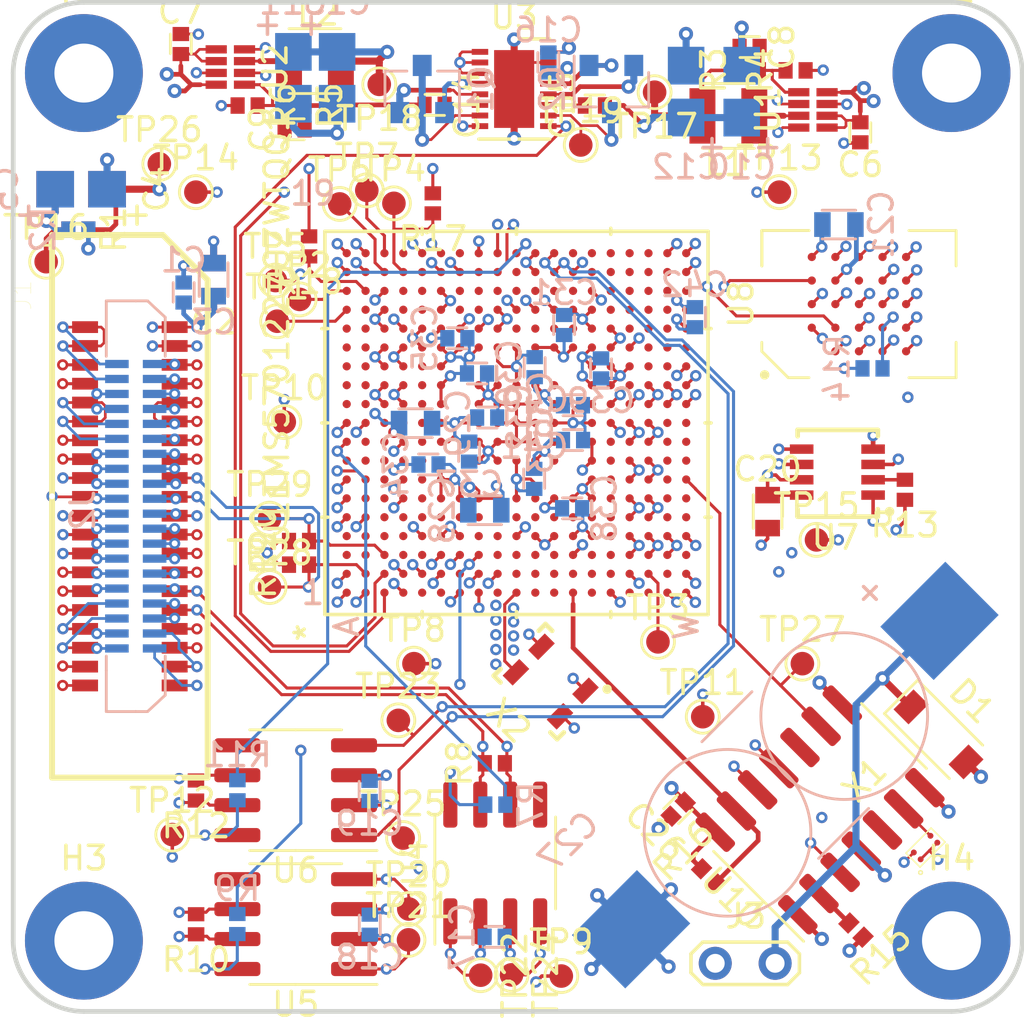
<source format=kicad_pcb>
(kicad_pcb (version 20171130) (host pcbnew "(5.1.10)-1")
  (layers (0 F.Cu signal) (1 In1_GND.Cu power hide) (2 In2.Cu signal) (3 In3.Cu signal) (4 In4_GND.Cu power hide) (31 B.Cu signal) (34 B.Paste user) (35 F.Paste user) (36 B.SilkS user hide) (37 F.SilkS user hide) (38 B.Mask user) (39 F.Mask user) (44 Edge.Cuts user))
  (net 0 "")
  (net 1 OBC_3V3)
  (net 2 GND)
  (net 3 "Net-(C4-Pad2)")
  (net 4 "Net-(C8-Pad2)")
  (net 5 "Net-(C9-Pad2)")
  (net 6 "Net-(C14-Pad2)")
  (net 7 "Net-(C15-Pad2)")
  (net 8 OBC_RTC_Vbackup)
  (net 9 /TMS570_uC/OBC_I2C_SDA)
  (net 10 /TMS570_uC/OBC_I2C_SCL)
  (net 11 /Connectors/ADS_nRST)
  (net 12 /CAN_XCVR_PL/CAN_H_PL)
  (net 13 /CAN_XCVR_PL/CAN_L_PL)
  (net 14 /CAN_XCVR_R/CAN_H_PL)
  (net 15 /CAN_XCVR_R/CAN_L_PL)
  (net 16 /Connectors/CAN_H_PA)
  (net 17 /Connectors/CAN_L_PA)
  (net 18 /Connectors/GPS_STS)
  (net 19 /Connectors/GPS_P1PPS)
  (net 20 /Connectors/GPS_RXD0)
  (net 21 PAYLOAD_3V3)
  (net 22 PAYLOAD_5V)
  (net 23 "Net-(R7-Pad2)")
  (net 24 /CAN_XCVR_PL/CAN_PL_Rs)
  (net 25 "Net-(R9-Pad2)")
  (net 26 /CAN_XCVR_R/CAN_PL_Rs)
  (net 27 /TMS570_uC/CAN_PA_Rs)
  (net 28 "Net-(R11-Pad2)")
  (net 29 /FRAM_1/FRAM_1_CIPO)
  (net 30 "Net-(R13-Pad2)")
  (net 31 "Net-(R14-Pad2)")
  (net 32 /FL_1/FL_1_SO_IO1)
  (net 33 /Supervisor_RTC_FRAM/SPVSR_CIPO)
  (net 34 "Net-(R15-Pad2)")
  (net 35 /Supervisor_RTC_FRAM/SPVSR_ACS)
  (net 36 /TMS570_uC/JTAG_nTRST)
  (net 37 /TMS570_uC/uC_nRST)
  (net 38 /Power/GATE_2)
  (net 39 /Power/GATE_1)
  (net 40 /CAN_XCVR_PL/CAN_PL_D)
  (net 41 /CAN_XCVR_PL/CAN_PL_R)
  (net 42 "Net-(U4-Pad5)")
  (net 43 "Net-(U5-Pad5)")
  (net 44 /CAN_XCVR_R/CAN_PL_R)
  (net 45 /CAN_XCVR_R/CAN_PL_D)
  (net 46 /TMS570_uC/CAN_PA_D)
  (net 47 /TMS570_uC/CAN_PA_R)
  (net 48 "Net-(U6-Pad5)")
  (net 49 "Net-(U11-PadW17)")
  (net 50 "Net-(U11-PadW14)")
  (net 51 "Net-(U11-PadW10)")
  (net 52 "Net-(U11-PadW9)")
  (net 53 "Net-(U11-PadW8)")
  (net 54 /Supervisor_RTC_FRAM/SPVSR_nRST)
  (net 55 "Net-(U11-PadW6)")
  (net 56 "Net-(U11-PadW5)")
  (net 57 "Net-(U11-PadW3)")
  (net 58 "Net-(U11-PadV18)")
  (net 59 "Net-(U11-PadV17)")
  (net 60 "Net-(U11-PadV16)")
  (net 61 "Net-(U11-PadV15)")
  (net 62 "Net-(U11-PadV14)")
  (net 63 "Net-(U11-PadV13)")
  (net 64 "Net-(U11-PadV10)")
  (net 65 "Net-(U11-PadV9)")
  (net 66 "Net-(U11-PadV8)")
  (net 67 "Net-(U11-PadV7)")
  (net 68 "Net-(U11-PadV6)")
  (net 69 "Net-(U11-PadV5)")
  (net 70 "Net-(U11-PadV2)")
  (net 71 "Net-(U11-PadU19)")
  (net 72 "Net-(U11-PadU18)")
  (net 73 "Net-(U11-PadU17)")
  (net 74 "Net-(U11-PadU16)")
  (net 75 "Net-(U11-PadU15)")
  (net 76 "Net-(U11-PadU14)")
  (net 77 "Net-(U11-PadU13)")
  (net 78 /TMS570_uC/JTAG_TEST)
  (net 79 "Net-(U11-PadU1)")
  (net 80 "Net-(U11-PadT19)")
  (net 81 "Net-(U11-PadT18)")
  (net 82 "Net-(U11-PadT17)")
  (net 83 "Net-(U11-PadT16)")
  (net 84 "Net-(U11-PadT15)")
  (net 85 "Net-(U11-PadT12)")
  (net 86 "Net-(U11-PadT1)")
  (net 87 "Net-(U11-PadR19)")
  (net 88 "Net-(U11-PadR18)")
  (net 89 "Net-(U11-PadR17)")
  (net 90 "Net-(U11-PadR16)")
  (net 91 "Net-(U11-PadR9)")
  (net 92 "Net-(U11-PadR2)")
  (net 93 "Net-(U11-PadP19)")
  (net 94 "Net-(U11-PadP18)")
  (net 95 "Net-(U11-PadP3)")
  (net 96 "Net-(U11-PadP2)")
  (net 97 "Net-(U11-PadP1)")
  (net 98 "Net-(U11-PadN19)")
  (net 99 /FRAM_1/FRAM_1_nCS)
  (net 100 "Net-(U11-PadN2)")
  (net 101 "Net-(U11-PadM17)")
  (net 102 "Net-(U11-PadM3)")
  (net 103 "Net-(U11-PadM2)")
  (net 104 "Net-(U11-PadM1)")
  (net 105 "Net-(U11-PadL17)")
  (net 106 "Net-(U11-PadL2)")
  (net 107 "Net-(U11-PadL1)")
  (net 108 "Net-(U11-PadK18)")
  (net 109 "Net-(U11-PadK17)")
  (net 110 "Net-(U11-PadK2)")
  (net 111 /TMS570_uC/uC_OSC_IN)
  (net 112 /Supervisor_RTC_FRAM/SPVSR_COPI)
  (net 113 "Net-(U11-PadJ17)")
  (net 114 "Net-(U11-PadJ5)")
  (net 115 "Net-(U11-PadJ4)")
  (net 116 "Net-(U11-PadJ3)")
  (net 117 /Supervisor_RTC_FRAM/SPVSR_CNT)
  (net 118 "Net-(U11-PadJ1)")
  (net 119 /Supervisor_RTC_FRAM/SPVSR_CLK)
  (net 120 "Net-(U11-PadH18)")
  (net 121 "Net-(U11-PadH17)")
  (net 122 "Net-(U11-PadH16)")
  (net 123 "Net-(U11-PadH5)")
  (net 124 "Net-(U11-PadH4)")
  (net 125 /FL_1/FL_1_nHOLD_IO3)
  (net 126 "Net-(U11-PadG19)")
  (net 127 "Net-(U11-PadG17)")
  (net 128 "Net-(U11-PadG16)")
  (net 129 /FL_1/FL_1_nCS2)
  (net 130 "Net-(U11-PadG2)")
  (net 131 /FL_1/FL_1_SI_IO0)
  (net 132 /FL_1/FL_1_CLK)
  (net 133 /FL_1/FL_1_nCS1)
  (net 134 /FL_1/FL_1_nRESET)
  (net 135 "Net-(U11-PadF1)")
  (net 136 /Supervisor_RTC_FRAM/SPVSR_nCS)
  (net 137 "Net-(U11-PadE18)")
  (net 138 "Net-(U11-PadE17)")
  (net 139 "Net-(U11-PadE16)")
  (net 140 "Net-(U11-PadE12)")
  (net 141 "Net-(U11-PadE3)")
  (net 142 /FRAM_1/FRAM_1_CLK)
  (net 143 "Net-(U11-PadE1)")
  (net 144 "Net-(U11-PadD19)")
  (net 145 "Net-(U11-PadD3)")
  (net 146 /FRAM_1/FRAM_1_COPI)
  (net 147 /TMS570_uC/JTAG_TMS)
  (net 148 /TMS570_uC/JTAG_TDO)
  (net 149 /TMS570_uC/JTAG_TCK)
  (net 150 "Net-(U11-PadB16)")
  (net 151 "Net-(U11-PadB15)")
  (net 152 "Net-(U11-PadB14)")
  (net 153 "Net-(U11-PadB13)")
  (net 154 "Net-(U11-PadB12)")
  (net 155 "Net-(U11-PadB11)")
  (net 156 "Net-(U11-PadB9)")
  (net 157 "Net-(U11-PadB8)")
  (net 158 "Net-(U11-PadB6)")
  (net 159 "Net-(U11-PadB4)")
  (net 160 "Net-(U11-PadB3)")
  (net 161 /TMS570_uC/JTAG_TDI)
  (net 162 /TMS570_uC/JTAG_RTCK)
  (net 163 "Net-(U11-PadA15)")
  (net 164 "Net-(U11-PadA14)")
  (net 165 "Net-(U11-PadA13)")
  (net 166 "Net-(U11-PadA12)")
  (net 167 "Net-(U11-PadA11)")
  (net 168 "Net-(U11-PadA8)")
  (net 169 "Net-(U11-PadA4)")
  (net 170 "Net-(U11-PadA3)")
  (net 171 /Connectors/GPS_nRST)
  (net 172 OBC_1V25_P)
  (net 173 OBC_1V25)
  (net 174 "Net-(L1-Pad1)")
  (net 175 "Net-(L2-Pad1)")
  (net 176 /Power/OBC_1V25_P_PG)
  (net 177 /Power/OBC_1V25_R_PG)
  (net 178 OBC_1V25_R)
  (net 179 "Net-(U10-Pad10)")
  (net 180 "Net-(U10-Pad6)")
  (net 181 "Net-(U10-Pad5)")
  (net 182 "Net-(U11-PadC4)")
  (net 183 "Net-(U11-PadC5)")
  (net 184 "Net-(U11-PadC6)")
  (net 185 "Net-(U11-PadC7)")
  (net 186 "Net-(U11-PadC8)")
  (net 187 "Net-(U11-PadC9)")
  (net 188 "Net-(U11-PadC10)")
  (net 189 "Net-(U11-PadD4)")
  (net 190 "Net-(U11-PadD5)")
  (net 191 "Net-(U11-PadD16)")
  (net 192 "Net-(U11-PadD17)")
  (net 193 "Net-(U11-PadE5)")
  (net 194 "Net-(U11-PadE6)")
  (net 195 "Net-(U11-PadE7)")
  (net 196 "Net-(U11-PadE8)")
  (net 197 "Net-(U11-PadE9)")
  (net 198 "Net-(U11-PadE10)")
  (net 199 "Net-(U11-PadE11)")
  (net 200 "Net-(U11-PadE13)")
  (net 201 "Net-(U11-PadF5)")
  (net 202 "Net-(U11-PadG5)")
  (net 203 "Net-(U11-PadK3)")
  (net 204 "Net-(U11-PadK5)")
  (net 205 "Net-(U11-PadK15)")
  (net 206 "Net-(U11-PadL3)")
  (net 207 "Net-(U11-PadL5)")
  (net 208 "Net-(U11-PadL15)")
  (net 209 "Net-(U11-PadM5)")
  (net 210 "Net-(U11-PadM15)")
  (net 211 "Net-(U11-PadN5)")
  (net 212 "Net-(U11-PadN15)")
  (net 213 "Net-(U11-PadN17)")
  (net 214 "Net-(U11-PadP5)")
  (net 215 "Net-(U11-PadR3)")
  (net 216 "Net-(U11-PadR4)")
  (net 217 "Net-(U11-PadR5)")
  (net 218 "Net-(U11-PadR6)")
  (net 219 "Net-(U11-PadR7)")
  (net 220 "Net-(U11-PadR8)")
  (net 221 /Connectors/GPS_TXD0)
  (net 222 "Net-(U8-PadC4)")
  (module TFT_XTAL:LFTCXO075797 (layer F.Cu) (at 113.175 100.7 135)
    (fp_text reference X2 (at 1.4 -3.2 135) (layer F.SilkS))
    (fp_text value LFTCXO075797)
    (pad 4 smd rect (at 0 -1.53 135) (size 0.6 1) (layers F.Cu F.Paste F.Mask) (net 1 OBC_3V3))
    (pad 3 smd rect (at 2.64 -1.53 135) (size 0.6 1) (layers F.Cu F.Paste F.Mask) (net 111 /TMS570_uC/uC_OSC_IN))
    (pad 2 smd rect (at 2.64 0 135) (size 0.6 1) (layers F.Cu F.Paste F.Mask) (net 2 GND))
    (pad 1 smd rect (at 0 0 135) (size 0.6 1) (layers F.Cu F.Paste F.Mask) (net 2 GND))
  )
  (module TFT_GQFN:CY15B108QI (layer F.Cu) (at 125.375 92.4 180)
    (fp_text reference U7 (at 1.6 -1.8) (layer F.SilkS))
    (fp_text value CY15B108QI)
    (pad 8 smd rect (at 3.03 0 180) (size 1 0.4) (layers F.Cu F.Paste F.Mask) (net 1 OBC_3V3))
    (pad 7 smd rect (at 3.03 0.65 180) (size 1 0.4) (layers F.Cu F.Paste F.Mask) (net 1 OBC_3V3))
    (pad 6 smd rect (at 3.03 1.3 180) (size 1 0.4) (layers F.Cu F.Paste F.Mask) (net 142 /FRAM_1/FRAM_1_CLK))
    (pad 5 smd rect (at 3.03 1.95 180) (size 1 0.4) (layers F.Cu F.Paste F.Mask) (net 146 /FRAM_1/FRAM_1_COPI))
    (pad 4 smd rect (at 0 1.95 180) (size 1 0.4) (layers F.Cu F.Paste F.Mask) (net 2 GND))
    (pad 3 smd rect (at 0 1.3 180) (size 1 0.4) (layers F.Cu F.Paste F.Mask) (net 1 OBC_3V3))
    (pad 2 smd rect (at 0 0.65 180) (size 1 0.4) (layers F.Cu F.Paste F.Mask) (net 30 "Net-(R13-Pad2)"))
    (pad 1 smd rect (at 0 0 180) (size 1 0.4) (layers F.Cu F.Paste F.Mask) (net 99 /FRAM_1/FRAM_1_nCS))
  )
  (module TFT_BGA:BGA-24_5x5_6.0x8.0mm (layer F.Cu) (at 124.775 84.3 90)
    (fp_text reference U8 (at 0 -5 90) (layer F.SilkS))
    (fp_text value S70FL01GS)
    (pad E5 smd circle (at 2 2 90) (size 0.35 0.35) (layers F.Cu F.Paste F.Mask) (net 2 GND))
    (pad D5 smd circle (at 2 1 90) (size 0.35 0.35) (layers F.Cu F.Paste F.Mask) (net 2 GND))
    (pad C5 smd circle (at 2 0 90) (size 0.35 0.35) (layers F.Cu F.Paste F.Mask) (net 2 GND))
    (pad B5 smd circle (at 2 -1 90) (size 0.35 0.35) (layers F.Cu F.Paste F.Mask) (net 2 GND))
    (pad A5 smd circle (at 2 -2 90) (size 0.35 0.35) (layers F.Cu F.Paste F.Mask) (net 2 GND))
    (pad E4 smd circle (at 1 2 90) (size 0.35 0.35) (layers F.Cu F.Paste F.Mask) (net 2 GND))
    (pad D4 smd circle (at 1 1 90) (size 0.35 0.35) (layers F.Cu F.Paste F.Mask) (net 125 /FL_1/FL_1_nHOLD_IO3))
    (pad C4 smd circle (at 1 0 90) (size 0.35 0.35) (layers F.Cu F.Paste F.Mask) (net 222 "Net-(U8-PadC4)"))
    (pad B4 smd circle (at 1 -1 90) (size 0.35 0.35) (layers F.Cu F.Paste F.Mask) (net 1 OBC_3V3))
    (pad A4 smd circle (at 1 -2 90) (size 0.35 0.35) (layers F.Cu F.Paste F.Mask) (net 134 /FL_1/FL_1_nRESET))
    (pad E3 smd circle (at 0 2 90) (size 0.35 0.35) (layers F.Cu F.Paste F.Mask) (net 2 GND))
    (pad D3 smd circle (at 0 1 90) (size 0.35 0.35) (layers F.Cu F.Paste F.Mask) (net 131 /FL_1/FL_1_SI_IO0))
    (pad C3 smd circle (at 0 0 90) (size 0.35 0.35) (layers F.Cu F.Paste F.Mask) (net 2 GND))
    (pad B3 smd circle (at 0 -1 90) (size 0.35 0.35) (layers F.Cu F.Paste F.Mask) (net 2 GND))
    (pad A3 smd circle (at 0 -2 90) (size 0.35 0.35) (layers F.Cu F.Paste F.Mask) (net 129 /FL_1/FL_1_nCS2))
    (pad E2 smd circle (at -1 2 90) (size 0.35 0.35) (layers F.Cu F.Paste F.Mask) (net 2 GND))
    (pad D2 smd circle (at -1 1 90) (size 0.35 0.35) (layers F.Cu F.Paste F.Mask) (net 31 "Net-(R14-Pad2)"))
    (pad C2 smd circle (at -1 0 90) (size 0.35 0.35) (layers F.Cu F.Paste F.Mask) (net 133 /FL_1/FL_1_nCS1))
    (pad B2 smd circle (at -1 -1 90) (size 0.35 0.35) (layers F.Cu F.Paste F.Mask) (net 132 /FL_1/FL_1_CLK))
    (pad A2 smd circle (at -1 -2 90) (size 0.35 0.35) (layers F.Cu F.Paste F.Mask) (net 2 GND))
    (pad E1 smd circle (at -2 2 90) (size 0.35 0.35) (layers F.Cu F.Paste F.Mask) (net 2 GND))
    (pad D1 smd circle (at -2 1 90) (size 0.35 0.35) (layers F.Cu F.Paste F.Mask) (net 2 GND))
    (pad C1 smd circle (at -2 0 90) (size 0.35 0.35) (layers F.Cu F.Paste F.Mask) (net 2 GND))
    (pad B1 smd circle (at -2 -1 90) (size 0.35 0.35) (layers F.Cu F.Paste F.Mask) (net 2 GND))
  )
  (module TFT_BGA:ZWT337 (layer F.Cu) (at 110.24792 89.33844 90)
    (fp_text reference U11 (at -3.81 -10.16 90) (layer F.SilkS))
    (fp_text value TMS5701227CZWTQQ1 (at 5.08 -10.16 90) (layer F.SilkS))
    (fp_text user * (at -8.89 -8.89 90) (layer F.SilkS))
    (fp_text user A (at -8.635001 -7.199999 90) (layer F.SilkS))
    (fp_text user A (at -8.635001 -7.199999 90) (layer B.SilkS))
    (fp_text user W (at -8.635001 7.199999 90) (layer F.SilkS))
    (fp_text user W (at -8.635001 7.199999 90) (layer B.SilkS))
    (fp_text user 1 (at -7.199999 -8.635) (layer F.SilkS))
    (fp_text user 1 (at -7.199999 -8.635) (layer B.SilkS))
    (fp_text user 19 (at 9.739999 -8.635) (layer F.SilkS))
    (fp_text user 19 (at 9.739999 -8.635) (layer B.SilkS))
    (pad A1 smd circle (at -7.199999 -7.199999 90) (size 0.35 0.35) (layers F.Cu F.Paste F.Mask) (net 2 GND))
    (pad A2 smd circle (at -6.399999 -7.199999 90) (size 0.35 0.35) (layers F.Cu F.Paste F.Mask) (net 2 GND))
    (pad A3 smd circle (at -5.6 -7.199999 90) (size 0.35 0.35) (layers F.Cu F.Paste F.Mask) (net 170 "Net-(U11-PadA3)"))
    (pad A4 smd circle (at -4.8 -7.199999 90) (size 0.35 0.35) (layers F.Cu F.Paste F.Mask) (net 169 "Net-(U11-PadA4)"))
    (pad A5 smd circle (at -4 -7.199999 90) (size 0.35 0.35) (layers F.Cu F.Paste F.Mask) (net 18 /Connectors/GPS_STS))
    (pad A6 smd circle (at -3.2 -7.199999 90) (size 0.35 0.35) (layers F.Cu F.Paste F.Mask) (net 19 /Connectors/GPS_P1PPS))
    (pad A7 smd circle (at -2.4 -7.199999 90) (size 0.35 0.35) (layers F.Cu F.Paste F.Mask) (net 221 /Connectors/GPS_TXD0))
    (pad A8 smd circle (at -1.6 -7.199999 90) (size 0.35 0.35) (layers F.Cu F.Paste F.Mask) (net 168 "Net-(U11-PadA8)"))
    (pad A9 smd circle (at -0.8 -7.199999 90) (size 0.35 0.35) (layers F.Cu F.Paste F.Mask) (net 24 /CAN_XCVR_PL/CAN_PL_Rs))
    (pad A10 smd circle (at 0 -7.199999 90) (size 0.35 0.35) (layers F.Cu F.Paste F.Mask) (net 40 /CAN_XCVR_PL/CAN_PL_D))
    (pad A11 smd circle (at 0.8 -7.199999 90) (size 0.35 0.35) (layers F.Cu F.Paste F.Mask) (net 167 "Net-(U11-PadA11)"))
    (pad A12 smd circle (at 1.6 -7.199999 90) (size 0.35 0.35) (layers F.Cu F.Paste F.Mask) (net 166 "Net-(U11-PadA12)"))
    (pad A13 smd circle (at 2.4 -7.199999 90) (size 0.35 0.35) (layers F.Cu F.Paste F.Mask) (net 165 "Net-(U11-PadA13)"))
    (pad A14 smd circle (at 3.199999 -7.199999 90) (size 0.35 0.35) (layers F.Cu F.Paste F.Mask) (net 164 "Net-(U11-PadA14)"))
    (pad A15 smd circle (at 3.999999 -7.199999 90) (size 0.35 0.35) (layers F.Cu F.Paste F.Mask) (net 163 "Net-(U11-PadA15)"))
    (pad A16 smd circle (at 4.799999 -7.199999 90) (size 0.35 0.35) (layers F.Cu F.Paste F.Mask) (net 162 /TMS570_uC/JTAG_RTCK))
    (pad A17 smd circle (at 5.599999 -7.199999 90) (size 0.35 0.35) (layers F.Cu F.Paste F.Mask) (net 161 /TMS570_uC/JTAG_TDI))
    (pad A18 smd circle (at 6.399999 -7.199999 90) (size 0.35 0.35) (layers F.Cu F.Paste F.Mask) (net 2 GND))
    (pad A19 smd circle (at 7.199999 -7.199999 90) (size 0.35 0.35) (layers F.Cu F.Paste F.Mask) (net 2 GND))
    (pad B1 smd circle (at -7.199999 -6.399999 90) (size 0.35 0.35) (layers F.Cu F.Paste F.Mask) (net 2 GND))
    (pad B2 smd circle (at -6.399999 -6.399999 90) (size 0.35 0.35) (layers F.Cu F.Paste F.Mask) (net 9 /TMS570_uC/OBC_I2C_SDA))
    (pad B3 smd circle (at -5.6 -6.399999 90) (size 0.35 0.35) (layers F.Cu F.Paste F.Mask) (net 160 "Net-(U11-PadB3)"))
    (pad B4 smd circle (at -4.8 -6.399999 90) (size 0.35 0.35) (layers F.Cu F.Paste F.Mask) (net 159 "Net-(U11-PadB4)"))
    (pad B5 smd circle (at -4 -6.399999 90) (size 0.35 0.35) (layers F.Cu F.Paste F.Mask) (net 171 /Connectors/GPS_nRST))
    (pad B6 smd circle (at -3.2 -6.399999 90) (size 0.35 0.35) (layers F.Cu F.Paste F.Mask) (net 158 "Net-(U11-PadB6)"))
    (pad B7 smd circle (at -2.4 -6.399999 90) (size 0.35 0.35) (layers F.Cu F.Paste F.Mask) (net 20 /Connectors/GPS_RXD0))
    (pad B8 smd circle (at -1.6 -6.399999 90) (size 0.35 0.35) (layers F.Cu F.Paste F.Mask) (net 157 "Net-(U11-PadB8)"))
    (pad B9 smd circle (at -0.8 -6.399999 90) (size 0.35 0.35) (layers F.Cu F.Paste F.Mask) (net 156 "Net-(U11-PadB9)"))
    (pad B10 smd circle (at 0 -6.399999 90) (size 0.35 0.35) (layers F.Cu F.Paste F.Mask) (net 41 /CAN_XCVR_PL/CAN_PL_R))
    (pad B11 smd circle (at 0.8 -6.399999 90) (size 0.35 0.35) (layers F.Cu F.Paste F.Mask) (net 155 "Net-(U11-PadB11)"))
    (pad B12 smd circle (at 1.6 -6.399999 90) (size 0.35 0.35) (layers F.Cu F.Paste F.Mask) (net 154 "Net-(U11-PadB12)"))
    (pad B13 smd circle (at 2.4 -6.399999 90) (size 0.35 0.35) (layers F.Cu F.Paste F.Mask) (net 153 "Net-(U11-PadB13)"))
    (pad B14 smd circle (at 3.199999 -6.399999 90) (size 0.35 0.35) (layers F.Cu F.Paste F.Mask) (net 152 "Net-(U11-PadB14)"))
    (pad B15 smd circle (at 3.999999 -6.399999 90) (size 0.35 0.35) (layers F.Cu F.Paste F.Mask) (net 151 "Net-(U11-PadB15)"))
    (pad B16 smd circle (at 4.799999 -6.399999 90) (size 0.35 0.35) (layers F.Cu F.Paste F.Mask) (net 150 "Net-(U11-PadB16)"))
    (pad B17 smd circle (at 5.599999 -6.399999 90) (size 0.35 0.35) (layers F.Cu F.Paste F.Mask) (net 37 /TMS570_uC/uC_nRST))
    (pad B18 smd circle (at 6.399999 -6.399999 90) (size 0.35 0.35) (layers F.Cu F.Paste F.Mask) (net 149 /TMS570_uC/JTAG_TCK))
    (pad B19 smd circle (at 7.199999 -6.399999 90) (size 0.35 0.35) (layers F.Cu F.Paste F.Mask) (net 2 GND))
    (pad C1 smd circle (at -7.199999 -5.6 90) (size 0.35 0.35) (layers F.Cu F.Paste F.Mask) (net 176 /Power/OBC_1V25_P_PG))
    (pad C2 smd circle (at -6.399999 -5.6 90) (size 0.35 0.35) (layers F.Cu F.Paste F.Mask) (net 177 /Power/OBC_1V25_R_PG))
    (pad C3 smd circle (at -5.6 -5.6 90) (size 0.35 0.35) (layers F.Cu F.Paste F.Mask) (net 10 /TMS570_uC/OBC_I2C_SCL))
    (pad C4 smd circle (at -4.8 -5.6 90) (size 0.35 0.35) (layers F.Cu F.Paste F.Mask) (net 182 "Net-(U11-PadC4)"))
    (pad C5 smd circle (at -4 -5.6 90) (size 0.35 0.35) (layers F.Cu F.Paste F.Mask) (net 183 "Net-(U11-PadC5)"))
    (pad C6 smd circle (at -3.2 -5.6 90) (size 0.35 0.35) (layers F.Cu F.Paste F.Mask) (net 184 "Net-(U11-PadC6)"))
    (pad C7 smd circle (at -2.4 -5.6 90) (size 0.35 0.35) (layers F.Cu F.Paste F.Mask) (net 185 "Net-(U11-PadC7)"))
    (pad C8 smd circle (at -1.6 -5.6 90) (size 0.35 0.35) (layers F.Cu F.Paste F.Mask) (net 186 "Net-(U11-PadC8)"))
    (pad C9 smd circle (at -0.8 -5.6 90) (size 0.35 0.35) (layers F.Cu F.Paste F.Mask) (net 187 "Net-(U11-PadC9)"))
    (pad C10 smd circle (at 0 -5.6 90) (size 0.35 0.35) (layers F.Cu F.Paste F.Mask) (net 188 "Net-(U11-PadC10)"))
    (pad C11 smd circle (at 0.8 -5.6 90) (size 0.35 0.35) (layers F.Cu F.Paste F.Mask) (net 2 GND))
    (pad C12 smd circle (at 1.6 -5.6 90) (size 0.35 0.35) (layers F.Cu F.Paste F.Mask) (net 2 GND))
    (pad C13 smd circle (at 2.4 -5.6 90) (size 0.35 0.35) (layers F.Cu F.Paste F.Mask) (net 2 GND))
    (pad C14 smd circle (at 3.199999 -5.6 90) (size 0.35 0.35) (layers F.Cu F.Paste F.Mask) (net 2 GND))
    (pad C15 smd circle (at 3.999999 -5.6 90) (size 0.35 0.35) (layers F.Cu F.Paste F.Mask) (net 2 GND))
    (pad C16 smd circle (at 4.799999 -5.6 90) (size 0.35 0.35) (layers F.Cu F.Paste F.Mask) (net 2 GND))
    (pad C17 smd circle (at 5.599999 -5.6 90) (size 0.35 0.35) (layers F.Cu F.Paste F.Mask) (net 2 GND))
    (pad C18 smd circle (at 6.399999 -5.6 90) (size 0.35 0.35) (layers F.Cu F.Paste F.Mask) (net 148 /TMS570_uC/JTAG_TDO))
    (pad C19 smd circle (at 7.199999 -5.6 90) (size 0.35 0.35) (layers F.Cu F.Paste F.Mask) (net 147 /TMS570_uC/JTAG_TMS))
    (pad D1 smd circle (at -7.199999 -4.8 90) (size 0.35 0.35) (layers F.Cu F.Paste F.Mask) (net 146 /FRAM_1/FRAM_1_COPI))
    (pad D2 smd circle (at -6.399999 -4.8 90) (size 0.35 0.35) (layers F.Cu F.Paste F.Mask) (net 29 /FRAM_1/FRAM_1_CIPO))
    (pad D3 smd circle (at -5.6 -4.8 90) (size 0.35 0.35) (layers F.Cu F.Paste F.Mask) (net 145 "Net-(U11-PadD3)"))
    (pad D4 smd circle (at -4.8 -4.8 90) (size 0.35 0.35) (layers F.Cu F.Paste F.Mask) (net 189 "Net-(U11-PadD4)"))
    (pad D5 smd circle (at -4 -4.8 90) (size 0.35 0.35) (layers F.Cu F.Paste F.Mask) (net 190 "Net-(U11-PadD5)"))
    (pad D6 smd circle (at -3.2 -4.8 90) (size 0.35 0.35) (layers F.Cu F.Paste F.Mask) (net 2 GND))
    (pad D7 smd circle (at -2.4 -4.8 90) (size 0.35 0.35) (layers F.Cu F.Paste F.Mask) (net 2 GND))
    (pad D8 smd circle (at -1.6 -4.8 90) (size 0.35 0.35) (layers F.Cu F.Paste F.Mask) (net 2 GND))
    (pad D9 smd circle (at -0.8 -4.8 90) (size 0.35 0.35) (layers F.Cu F.Paste F.Mask) (net 2 GND))
    (pad D10 smd circle (at 0 -4.8 90) (size 0.35 0.35) (layers F.Cu F.Paste F.Mask) (net 2 GND))
    (pad D11 smd circle (at 0.8 -4.8 90) (size 0.35 0.35) (layers F.Cu F.Paste F.Mask) (net 2 GND))
    (pad D12 smd circle (at 1.6 -4.8 90) (size 0.35 0.35) (layers F.Cu F.Paste F.Mask) (net 2 GND))
    (pad D13 smd circle (at 2.4 -4.8 90) (size 0.35 0.35) (layers F.Cu F.Paste F.Mask) (net 2 GND))
    (pad D14 smd circle (at 3.199999 -4.8 90) (size 0.35 0.35) (layers F.Cu F.Paste F.Mask) (net 2 GND))
    (pad D15 smd circle (at 3.999999 -4.8 90) (size 0.35 0.35) (layers F.Cu F.Paste F.Mask) (net 2 GND))
    (pad D16 smd circle (at 4.799999 -4.8 90) (size 0.35 0.35) (layers F.Cu F.Paste F.Mask) (net 191 "Net-(U11-PadD16)"))
    (pad D17 smd circle (at 5.599999 -4.8 90) (size 0.35 0.35) (layers F.Cu F.Paste F.Mask) (net 192 "Net-(U11-PadD17)"))
    (pad D18 smd circle (at 6.399999 -4.8 90) (size 0.35 0.35) (layers F.Cu F.Paste F.Mask) (net 36 /TMS570_uC/JTAG_nTRST))
    (pad D19 smd circle (at 7.199999 -4.8 90) (size 0.35 0.35) (layers F.Cu F.Paste F.Mask) (net 144 "Net-(U11-PadD19)"))
    (pad E1 smd circle (at -7.199999 -4 90) (size 0.35 0.35) (layers F.Cu F.Paste F.Mask) (net 143 "Net-(U11-PadE1)"))
    (pad E2 smd circle (at -6.399999 -4 90) (size 0.35 0.35) (layers F.Cu F.Paste F.Mask) (net 142 /FRAM_1/FRAM_1_CLK))
    (pad E3 smd circle (at -5.6 -4 90) (size 0.35 0.35) (layers F.Cu F.Paste F.Mask) (net 141 "Net-(U11-PadE3)"))
    (pad E4 smd circle (at -4.8 -4 90) (size 0.35 0.35) (layers F.Cu F.Paste F.Mask) (net 2 GND))
    (pad E5 smd circle (at -4 -4 90) (size 0.35 0.35) (layers F.Cu F.Paste F.Mask) (net 193 "Net-(U11-PadE5)"))
    (pad E6 smd circle (at -3.2 -4 90) (size 0.35 0.35) (layers F.Cu F.Paste F.Mask) (net 194 "Net-(U11-PadE6)"))
    (pad E7 smd circle (at -2.4 -4 90) (size 0.35 0.35) (layers F.Cu F.Paste F.Mask) (net 195 "Net-(U11-PadE7)"))
    (pad E8 smd circle (at -1.6 -4 90) (size 0.35 0.35) (layers F.Cu F.Paste F.Mask) (net 196 "Net-(U11-PadE8)"))
    (pad E9 smd circle (at -0.8 -4 90) (size 0.35 0.35) (layers F.Cu F.Paste F.Mask) (net 197 "Net-(U11-PadE9)"))
    (pad E10 smd circle (at 0 -4 90) (size 0.35 0.35) (layers F.Cu F.Paste F.Mask) (net 198 "Net-(U11-PadE10)"))
    (pad E11 smd circle (at 0.8 -4 90) (size 0.35 0.35) (layers F.Cu F.Paste F.Mask) (net 199 "Net-(U11-PadE11)"))
    (pad E12 smd circle (at 1.6 -4 90) (size 0.35 0.35) (layers F.Cu F.Paste F.Mask) (net 140 "Net-(U11-PadE12)"))
    (pad E13 smd circle (at 2.4 -4 90) (size 0.35 0.35) (layers F.Cu F.Paste F.Mask) (net 200 "Net-(U11-PadE13)"))
    (pad E14 smd circle (at 3.199999 -4 90) (size 0.35 0.35) (layers F.Cu F.Paste F.Mask) (net 2 GND))
    (pad E15 smd circle (at 3.999999 -4 90) (size 0.35 0.35) (layers F.Cu F.Paste F.Mask) (net 2 GND))
    (pad E16 smd circle (at 4.799999 -4 90) (size 0.35 0.35) (layers F.Cu F.Paste F.Mask) (net 139 "Net-(U11-PadE16)"))
    (pad E17 smd circle (at 5.599999 -4 90) (size 0.35 0.35) (layers F.Cu F.Paste F.Mask) (net 138 "Net-(U11-PadE17)"))
    (pad E18 smd circle (at 6.399999 -4 90) (size 0.35 0.35) (layers F.Cu F.Paste F.Mask) (net 137 "Net-(U11-PadE18)"))
    (pad E19 smd circle (at 7.199999 -4 90) (size 0.35 0.35) (layers F.Cu F.Paste F.Mask) (net 136 /Supervisor_RTC_FRAM/SPVSR_nCS))
    (pad F1 smd circle (at -7.199999 -3.2 90) (size 0.35 0.35) (layers F.Cu F.Paste F.Mask) (net 135 "Net-(U11-PadF1)"))
    (pad F2 smd circle (at -6.399999 -3.2 90) (size 0.35 0.35) (layers F.Cu F.Paste F.Mask) (net 134 /FL_1/FL_1_nRESET))
    (pad F3 smd circle (at -5.6 -3.2 90) (size 0.35 0.35) (layers F.Cu F.Paste F.Mask) (net 133 /FL_1/FL_1_nCS1))
    (pad F4 smd circle (at -4.8 -3.2 90) (size 0.35 0.35) (layers F.Cu F.Paste F.Mask) (net 2 GND))
    (pad F5 smd circle (at -4 -3.2 90) (size 0.35 0.35) (layers F.Cu F.Paste F.Mask) (net 201 "Net-(U11-PadF5)"))
    (pad F6 smd circle (at -3.2 -3.2 90) (size 0.35 0.35) (layers F.Cu F.Paste F.Mask) (net 1 OBC_3V3))
    (pad F7 smd circle (at -2.4 -3.2 90) (size 0.35 0.35) (layers F.Cu F.Paste F.Mask) (net 1 OBC_3V3))
    (pad F8 smd circle (at -1.6 -3.2 90) (size 0.35 0.35) (layers F.Cu F.Paste F.Mask) (net 1 OBC_3V3))
    (pad F9 smd circle (at -0.8 -3.2 90) (size 0.35 0.35) (layers F.Cu F.Paste F.Mask) (net 173 OBC_1V25))
    (pad F10 smd circle (at 0 -3.2 90) (size 0.35 0.35) (layers F.Cu F.Paste F.Mask) (net 173 OBC_1V25))
    (pad F11 smd circle (at 0.8 -3.2 90) (size 0.35 0.35) (layers F.Cu F.Paste F.Mask) (net 1 OBC_3V3))
    (pad F12 smd circle (at 1.6 -3.2 90) (size 0.35 0.35) (layers F.Cu F.Paste F.Mask) (net 1 OBC_3V3))
    (pad F13 smd circle (at 2.4 -3.2 90) (size 0.35 0.35) (layers F.Cu F.Paste F.Mask) (net 1 OBC_3V3))
    (pad F14 smd circle (at 3.199999 -3.2 90) (size 0.35 0.35) (layers F.Cu F.Paste F.Mask) (net 1 OBC_3V3))
    (pad F15 smd circle (at 3.999999 -3.2 90) (size 0.35 0.35) (layers F.Cu F.Paste F.Mask) (net 2 GND))
    (pad F16 smd circle (at 4.799999 -3.2 90) (size 0.35 0.35) (layers F.Cu F.Paste F.Mask) (net 2 GND))
    (pad F17 smd circle (at 5.599999 -3.2 90) (size 0.35 0.35) (layers F.Cu F.Paste F.Mask) (net 2 GND))
    (pad F18 smd circle (at 6.399999 -3.2 90) (size 0.35 0.35) (layers F.Cu F.Paste F.Mask) (net 132 /FL_1/FL_1_CLK))
    (pad F19 smd circle (at 7.199999 -3.2 90) (size 0.35 0.35) (layers F.Cu F.Paste F.Mask) (net 131 /FL_1/FL_1_SI_IO0))
    (pad G1 smd circle (at -7.199999 -2.4 90) (size 0.35 0.35) (layers F.Cu F.Paste F.Mask) (net 26 /CAN_XCVR_R/CAN_PL_Rs))
    (pad G2 smd circle (at -6.399999 -2.4 90) (size 0.35 0.35) (layers F.Cu F.Paste F.Mask) (net 130 "Net-(U11-PadG2)"))
    (pad G3 smd circle (at -5.6 -2.4 90) (size 0.35 0.35) (layers F.Cu F.Paste F.Mask) (net 129 /FL_1/FL_1_nCS2))
    (pad G4 smd circle (at -4.8 -2.4 90) (size 0.35 0.35) (layers F.Cu F.Paste F.Mask) (net 2 GND))
    (pad G5 smd circle (at -4 -2.4 90) (size 0.35 0.35) (layers F.Cu F.Paste F.Mask) (net 202 "Net-(U11-PadG5)"))
    (pad G6 smd circle (at -3.2 -2.4 90) (size 0.35 0.35) (layers F.Cu F.Paste F.Mask) (net 1 OBC_3V3))
    (pad G14 smd circle (at 3.199999 -2.4 90) (size 0.35 0.35) (layers F.Cu F.Paste F.Mask) (net 1 OBC_3V3))
    (pad G15 smd circle (at 3.999999 -2.4 90) (size 0.35 0.35) (layers F.Cu F.Paste F.Mask) (net 2 GND))
    (pad G16 smd circle (at 4.799999 -2.4 90) (size 0.35 0.35) (layers F.Cu F.Paste F.Mask) (net 128 "Net-(U11-PadG16)"))
    (pad G17 smd circle (at 5.599999 -2.4 90) (size 0.35 0.35) (layers F.Cu F.Paste F.Mask) (net 127 "Net-(U11-PadG17)"))
    (pad G18 smd circle (at 6.399999 -2.4 90) (size 0.35 0.35) (layers F.Cu F.Paste F.Mask) (net 32 /FL_1/FL_1_SO_IO1))
    (pad G19 smd circle (at 7.199999 -2.4 90) (size 0.35 0.35) (layers F.Cu F.Paste F.Mask) (net 126 "Net-(U11-PadG19)"))
    (pad H1 smd circle (at -7.199999 -1.6 90) (size 0.35 0.35) (layers F.Cu F.Paste F.Mask) (net 44 /CAN_XCVR_R/CAN_PL_R))
    (pad H2 smd circle (at -6.399999 -1.6 90) (size 0.35 0.35) (layers F.Cu F.Paste F.Mask) (net 45 /CAN_XCVR_R/CAN_PL_D))
    (pad H3 smd circle (at -5.6 -1.6 90) (size 0.35 0.35) (layers F.Cu F.Paste F.Mask) (net 125 /FL_1/FL_1_nHOLD_IO3))
    (pad H4 smd circle (at -4.8 -1.6 90) (size 0.35 0.35) (layers F.Cu F.Paste F.Mask) (net 124 "Net-(U11-PadH4)"))
    (pad H5 smd circle (at -4 -1.6 90) (size 0.35 0.35) (layers F.Cu F.Paste F.Mask) (net 123 "Net-(U11-PadH5)"))
    (pad H6 smd circle (at -3.2 -1.6 90) (size 0.35 0.35) (layers F.Cu F.Paste F.Mask) (net 1 OBC_3V3))
    (pad H8 smd circle (at -1.6 -1.6 90) (size 0.35 0.35) (layers F.Cu F.Paste F.Mask) (net 2 GND))
    (pad H9 smd circle (at -0.8 -1.6 90) (size 0.35 0.35) (layers F.Cu F.Paste F.Mask) (net 2 GND))
    (pad H10 smd circle (at 0 -1.6 90) (size 0.35 0.35) (layers F.Cu F.Paste F.Mask) (net 173 OBC_1V25))
    (pad H11 smd circle (at 0.8 -1.6 90) (size 0.35 0.35) (layers F.Cu F.Paste F.Mask) (net 2 GND))
    (pad H12 smd circle (at 1.6 -1.6 90) (size 0.35 0.35) (layers F.Cu F.Paste F.Mask) (net 2 GND))
    (pad H14 smd circle (at 3.199999 -1.6 90) (size 0.35 0.35) (layers F.Cu F.Paste F.Mask) (net 1 OBC_3V3))
    (pad H15 smd circle (at 3.999999 -1.6 90) (size 0.35 0.35) (layers F.Cu F.Paste F.Mask) (net 2 GND))
    (pad H16 smd circle (at 4.799999 -1.6 90) (size 0.35 0.35) (layers F.Cu F.Paste F.Mask) (net 122 "Net-(U11-PadH16)"))
    (pad H17 smd circle (at 5.599999 -1.6 90) (size 0.35 0.35) (layers F.Cu F.Paste F.Mask) (net 121 "Net-(U11-PadH17)"))
    (pad H18 smd circle (at 6.399999 -1.6 90) (size 0.35 0.35) (layers F.Cu F.Paste F.Mask) (net 120 "Net-(U11-PadH18)"))
    (pad H19 smd circle (at 7.199999 -1.6 90) (size 0.35 0.35) (layers F.Cu F.Paste F.Mask) (net 119 /Supervisor_RTC_FRAM/SPVSR_CLK))
    (pad J1 smd circle (at -7.199999 -0.8 90) (size 0.35 0.35) (layers F.Cu F.Paste F.Mask) (net 118 "Net-(U11-PadJ1)"))
    (pad J2 smd circle (at -6.399999 -0.8 90) (size 0.35 0.35) (layers F.Cu F.Paste F.Mask) (net 117 /Supervisor_RTC_FRAM/SPVSR_CNT))
    (pad J3 smd circle (at -5.6 -0.8 90) (size 0.35 0.35) (layers F.Cu F.Paste F.Mask) (net 116 "Net-(U11-PadJ3)"))
    (pad J4 smd circle (at -4.8 -0.8 90) (size 0.35 0.35) (layers F.Cu F.Paste F.Mask) (net 115 "Net-(U11-PadJ4)"))
    (pad J5 smd circle (at -4 -0.8 90) (size 0.35 0.35) (layers F.Cu F.Paste F.Mask) (net 114 "Net-(U11-PadJ5)"))
    (pad J6 smd circle (at -3.2 -0.8 90) (size 0.35 0.35) (layers F.Cu F.Paste F.Mask) (net 1 OBC_3V3))
    (pad J8 smd circle (at -1.6 -0.8 90) (size 0.35 0.35) (layers F.Cu F.Paste F.Mask) (net 2 GND))
    (pad J9 smd circle (at -0.8 -0.8 90) (size 0.35 0.35) (layers F.Cu F.Paste F.Mask) (net 2 GND))
    (pad J10 smd circle (at 0 -0.8 90) (size 0.35 0.35) (layers F.Cu F.Paste F.Mask) (net 2 GND))
    (pad J11 smd circle (at 0.8 -0.8 90) (size 0.35 0.35) (layers F.Cu F.Paste F.Mask) (net 2 GND))
    (pad J12 smd circle (at 1.6 -0.8 90) (size 0.35 0.35) (layers F.Cu F.Paste F.Mask) (net 2 GND))
    (pad J14 smd circle (at 3.199999 -0.8 90) (size 0.35 0.35) (layers F.Cu F.Paste F.Mask) (net 173 OBC_1V25))
    (pad J15 smd circle (at 3.999999 -0.8 90) (size 0.35 0.35) (layers F.Cu F.Paste F.Mask) (net 2 GND))
    (pad J16 smd circle (at 4.799999 -0.8 90) (size 0.35 0.35) (layers F.Cu F.Paste F.Mask) (net 2 GND))
    (pad J17 smd circle (at 5.599999 -0.8 90) (size 0.35 0.35) (layers F.Cu F.Paste F.Mask) (net 113 "Net-(U11-PadJ17)"))
    (pad J18 smd circle (at 6.399999 -0.8 90) (size 0.35 0.35) (layers F.Cu F.Paste F.Mask) (net 33 /Supervisor_RTC_FRAM/SPVSR_CIPO))
    (pad J19 smd circle (at 7.199999 -0.8 90) (size 0.35 0.35) (layers F.Cu F.Paste F.Mask) (net 112 /Supervisor_RTC_FRAM/SPVSR_COPI))
    (pad K1 smd circle (at -7.199999 0 90) (size 0.35 0.35) (layers F.Cu F.Paste F.Mask) (net 111 /TMS570_uC/uC_OSC_IN))
    (pad K2 smd circle (at -6.399999 0 90) (size 0.35 0.35) (layers F.Cu F.Paste F.Mask) (net 110 "Net-(U11-PadK2)"))
    (pad K3 smd circle (at -5.6 0 90) (size 0.35 0.35) (layers F.Cu F.Paste F.Mask) (net 203 "Net-(U11-PadK3)"))
    (pad K4 smd circle (at -4.8 0 90) (size 0.35 0.35) (layers F.Cu F.Paste F.Mask) (net 2 GND))
    (pad K5 smd circle (at -4 0 90) (size 0.35 0.35) (layers F.Cu F.Paste F.Mask) (net 204 "Net-(U11-PadK5)"))
    (pad K6 smd circle (at -3.2 0 90) (size 0.35 0.35) (layers F.Cu F.Paste F.Mask) (net 173 OBC_1V25))
    (pad K8 smd circle (at -1.6 0 90) (size 0.35 0.35) (layers F.Cu F.Paste F.Mask) (net 173 OBC_1V25))
    (pad K9 smd circle (at -0.8 0 90) (size 0.35 0.35) (layers F.Cu F.Paste F.Mask) (net 2 GND))
    (pad K10 smd circle (at 0 0 90) (size 0.35 0.35) (layers F.Cu F.Paste F.Mask) (net 2 GND))
    (pad K11 smd circle (at 0.8 0 90) (size 0.35 0.35) (layers F.Cu F.Paste F.Mask) (net 2 GND))
    (pad K12 smd circle (at 1.6 0 90) (size 0.35 0.35) (layers F.Cu F.Paste F.Mask) (net 173 OBC_1V25))
    (pad K14 smd circle (at 3.199999 0 90) (size 0.35 0.35) (layers F.Cu F.Paste F.Mask) (net 173 OBC_1V25))
    (pad K15 smd circle (at 3.999999 0 90) (size 0.35 0.35) (layers F.Cu F.Paste F.Mask) (net 205 "Net-(U11-PadK15)"))
    (pad K16 smd circle (at 4.799999 0 90) (size 0.35 0.35) (layers F.Cu F.Paste F.Mask) (net 2 GND))
    (pad K17 smd circle (at 5.599999 0 90) (size 0.35 0.35) (layers F.Cu F.Paste F.Mask) (net 109 "Net-(U11-PadK17)"))
    (pad K18 smd circle (at 6.399999 0 90) (size 0.35 0.35) (layers F.Cu F.Paste F.Mask) (net 108 "Net-(U11-PadK18)"))
    (pad K19 smd circle (at 7.199999 0 90) (size 0.35 0.35) (layers F.Cu F.Paste F.Mask) (net 27 /TMS570_uC/CAN_PA_Rs))
    (pad L1 smd circle (at -7.199999 0.8 90) (size 0.35 0.35) (layers F.Cu F.Paste F.Mask) (net 107 "Net-(U11-PadL1)"))
    (pad L2 smd circle (at -6.399999 0.8 90) (size 0.35 0.35) (layers F.Cu F.Paste F.Mask) (net 106 "Net-(U11-PadL2)"))
    (pad L3 smd circle (at -5.6 0.8 90) (size 0.35 0.35) (layers F.Cu F.Paste F.Mask) (net 206 "Net-(U11-PadL3)"))
    (pad L4 smd circle (at -4.8 0.8 90) (size 0.35 0.35) (layers F.Cu F.Paste F.Mask) (net 2 GND))
    (pad L5 smd circle (at -4 0.8 90) (size 0.35 0.35) (layers F.Cu F.Paste F.Mask) (net 207 "Net-(U11-PadL5)"))
    (pad L6 smd circle (at -3.2 0.8 90) (size 0.35 0.35) (layers F.Cu F.Paste F.Mask) (net 173 OBC_1V25))
    (pad L8 smd circle (at -1.6 0.8 90) (size 0.35 0.35) (layers F.Cu F.Paste F.Mask) (net 2 GND))
    (pad L9 smd circle (at -0.8 0.8 90) (size 0.35 0.35) (layers F.Cu F.Paste F.Mask) (net 2 GND))
    (pad L10 smd circle (at 0 0.8 90) (size 0.35 0.35) (layers F.Cu F.Paste F.Mask) (net 2 GND))
    (pad L11 smd circle (at 0.8 0.8 90) (size 0.35 0.35) (layers F.Cu F.Paste F.Mask) (net 2 GND))
    (pad L12 smd circle (at 1.6 0.8 90) (size 0.35 0.35) (layers F.Cu F.Paste F.Mask) (net 2 GND))
    (pad L14 smd circle (at 3.199999 0.8 90) (size 0.35 0.35) (layers F.Cu F.Paste F.Mask) (net 1 OBC_3V3))
    (pad L15 smd circle (at 3.999999 0.8 90) (size 0.35 0.35) (layers F.Cu F.Paste F.Mask) (net 208 "Net-(U11-PadL15)"))
    (pad L16 smd circle (at 4.799999 0.8 90) (size 0.35 0.35) (layers F.Cu F.Paste F.Mask) (net 2 GND))
    (pad L17 smd circle (at 5.599999 0.8 90) (size 0.35 0.35) (layers F.Cu F.Paste F.Mask) (net 105 "Net-(U11-PadL17)"))
    (pad L18 smd circle (at 6.399999 0.8 90) (size 0.35 0.35) (layers F.Cu F.Paste F.Mask) (net 2 GND))
    (pad L19 smd circle (at 7.199999 0.8 90) (size 0.35 0.35) (layers F.Cu F.Paste F.Mask) (net 2 GND))
    (pad M1 smd circle (at -7.199999 1.6 90) (size 0.35 0.35) (layers F.Cu F.Paste F.Mask) (net 104 "Net-(U11-PadM1)"))
    (pad M2 smd circle (at -6.399999 1.6 90) (size 0.35 0.35) (layers F.Cu F.Paste F.Mask) (net 103 "Net-(U11-PadM2)"))
    (pad M3 smd circle (at -5.6 1.6 90) (size 0.35 0.35) (layers F.Cu F.Paste F.Mask) (net 102 "Net-(U11-PadM3)"))
    (pad M4 smd circle (at -4.8 1.6 90) (size 0.35 0.35) (layers F.Cu F.Paste F.Mask) (net 2 GND))
    (pad M5 smd circle (at -4 1.6 90) (size 0.35 0.35) (layers F.Cu F.Paste F.Mask) (net 209 "Net-(U11-PadM5)"))
    (pad M6 smd circle (at -3.2 1.6 90) (size 0.35 0.35) (layers F.Cu F.Paste F.Mask) (net 1 OBC_3V3))
    (pad M8 smd circle (at -1.6 1.6 90) (size 0.35 0.35) (layers F.Cu F.Paste F.Mask) (net 2 GND))
    (pad M9 smd circle (at -0.8 1.6 90) (size 0.35 0.35) (layers F.Cu F.Paste F.Mask) (net 2 GND))
    (pad M10 smd circle (at 0 1.6 90) (size 0.35 0.35) (layers F.Cu F.Paste F.Mask) (net 173 OBC_1V25))
    (pad M11 smd circle (at 0.8 1.6 90) (size 0.35 0.35) (layers F.Cu F.Paste F.Mask) (net 2 GND))
    (pad M12 smd circle (at 1.6 1.6 90) (size 0.35 0.35) (layers F.Cu F.Paste F.Mask) (net 2 GND))
    (pad M14 smd circle (at 3.199999 1.6 90) (size 0.35 0.35) (layers F.Cu F.Paste F.Mask) (net 1 OBC_3V3))
    (pad M15 smd circle (at 3.999999 1.6 90) (size 0.35 0.35) (layers F.Cu F.Paste F.Mask) (net 210 "Net-(U11-PadM15)"))
    (pad M16 smd circle (at 4.799999 1.6 90) (size 0.35 0.35) (layers F.Cu F.Paste F.Mask) (net 2 GND))
    (pad M17 smd circle (at 5.599999 1.6 90) (size 0.35 0.35) (layers F.Cu F.Paste F.Mask) (net 101 "Net-(U11-PadM17)"))
    (pad M18 smd circle (at 6.399999 1.6 90) (size 0.35 0.35) (layers F.Cu F.Paste F.Mask) (net 46 /TMS570_uC/CAN_PA_D))
    (pad M19 smd circle (at 7.199999 1.6 90) (size 0.35 0.35) (layers F.Cu F.Paste F.Mask) (net 47 /TMS570_uC/CAN_PA_R))
    (pad N1 smd circle (at -7.199999 2.4 90) (size 0.35 0.35) (layers F.Cu F.Paste F.Mask) (net 35 /Supervisor_RTC_FRAM/SPVSR_ACS))
    (pad N2 smd circle (at -6.399999 2.4 90) (size 0.35 0.35) (layers F.Cu F.Paste F.Mask) (net 100 "Net-(U11-PadN2)"))
    (pad N3 smd circle (at -5.6 2.4 90) (size 0.35 0.35) (layers F.Cu F.Paste F.Mask) (net 99 /FRAM_1/FRAM_1_nCS))
    (pad N4 smd circle (at -4.8 2.4 90) (size 0.35 0.35) (layers F.Cu F.Paste F.Mask) (net 2 GND))
    (pad N5 smd circle (at -4 2.4 90) (size 0.35 0.35) (layers F.Cu F.Paste F.Mask) (net 211 "Net-(U11-PadN5)"))
    (pad N6 smd circle (at -3.2 2.4 90) (size 0.35 0.35) (layers F.Cu F.Paste F.Mask) (net 1 OBC_3V3))
    (pad N14 smd circle (at 3.199999 2.4 90) (size 0.35 0.35) (layers F.Cu F.Paste F.Mask) (net 1 OBC_3V3))
    (pad N15 smd circle (at 3.999999 2.4 90) (size 0.35 0.35) (layers F.Cu F.Paste F.Mask) (net 212 "Net-(U11-PadN15)"))
    (pad N16 smd circle (at 4.799999 2.4 90) (size 0.35 0.35) (layers F.Cu F.Paste F.Mask) (net 2 GND))
    (pad N17 smd circle (at 5.599999 2.4 90) (size 0.35 0.35) (layers F.Cu F.Paste F.Mask) (net 213 "Net-(U11-PadN17)"))
    (pad N18 smd circle (at 6.399999 2.4 90) (size 0.35 0.35) (layers F.Cu F.Paste F.Mask) (net 2 GND))
    (pad N19 smd circle (at 7.199999 2.4 90) (size 0.35 0.35) (layers F.Cu F.Paste F.Mask) (net 98 "Net-(U11-PadN19)"))
    (pad P1 smd circle (at -7.199999 3.199999 90) (size 0.35 0.35) (layers F.Cu F.Paste F.Mask) (net 97 "Net-(U11-PadP1)"))
    (pad P2 smd circle (at -6.399999 3.199999 90) (size 0.35 0.35) (layers F.Cu F.Paste F.Mask) (net 96 "Net-(U11-PadP2)"))
    (pad P3 smd circle (at -5.6 3.199999 90) (size 0.35 0.35) (layers F.Cu F.Paste F.Mask) (net 95 "Net-(U11-PadP3)"))
    (pad P4 smd circle (at -4.8 3.199999 90) (size 0.35 0.35) (layers F.Cu F.Paste F.Mask) (net 2 GND))
    (pad P5 smd circle (at -4 3.199999 90) (size 0.35 0.35) (layers F.Cu F.Paste F.Mask) (net 214 "Net-(U11-PadP5)"))
    (pad P6 smd circle (at -3.2 3.199999 90) (size 0.35 0.35) (layers F.Cu F.Paste F.Mask) (net 1 OBC_3V3))
    (pad P7 smd circle (at -2.4 3.199999 90) (size 0.35 0.35) (layers F.Cu F.Paste F.Mask) (net 1 OBC_3V3))
    (pad P8 smd circle (at -1.6 3.199999 90) (size 0.35 0.35) (layers F.Cu F.Paste F.Mask) (net 1 OBC_3V3))
    (pad P9 smd circle (at -0.8 3.199999 90) (size 0.35 0.35) (layers F.Cu F.Paste F.Mask) (net 1 OBC_3V3))
    (pad P10 smd circle (at 0 3.199999 90) (size 0.35 0.35) (layers F.Cu F.Paste F.Mask) (net 173 OBC_1V25))
    (pad P11 smd circle (at 0.8 3.199999 90) (size 0.35 0.35) (layers F.Cu F.Paste F.Mask) (net 173 OBC_1V25))
    (pad P12 smd circle (at 1.6 3.199999 90) (size 0.35 0.35) (layers F.Cu F.Paste F.Mask) (net 1 OBC_3V3))
    (pad P13 smd circle (at 2.4 3.199999 90) (size 0.35 0.35) (layers F.Cu F.Paste F.Mask) (net 1 OBC_3V3))
    (pad P14 smd circle (at 3.199999 3.199999 90) (size 0.35 0.35) (layers F.Cu F.Paste F.Mask) (net 1 OBC_3V3))
    (pad P15 smd circle (at 3.999999 3.199999 90) (size 0.35 0.35) (layers F.Cu F.Paste F.Mask) (net 2 GND))
    (pad P16 smd circle (at 4.799999 3.199999 90) (size 0.35 0.35) (layers F.Cu F.Paste F.Mask) (net 2 GND))
    (pad P17 smd circle (at 5.599999 3.199999 90) (size 0.35 0.35) (layers F.Cu F.Paste F.Mask) (net 2 GND))
    (pad P18 smd circle (at 6.399999 3.199999 90) (size 0.35 0.35) (layers F.Cu F.Paste F.Mask) (net 94 "Net-(U11-PadP18)"))
    (pad P19 smd circle (at 7.199999 3.199999 90) (size 0.35 0.35) (layers F.Cu F.Paste F.Mask) (net 93 "Net-(U11-PadP19)"))
    (pad R1 smd circle (at -7.199999 3.999999 90) (size 0.35 0.35) (layers F.Cu F.Paste F.Mask) (net 2 GND))
    (pad R2 smd circle (at -6.399999 3.999999 90) (size 0.35 0.35) (layers F.Cu F.Paste F.Mask) (net 92 "Net-(U11-PadR2)"))
    (pad R3 smd circle (at -5.6 3.999999 90) (size 0.35 0.35) (layers F.Cu F.Paste F.Mask) (net 215 "Net-(U11-PadR3)"))
    (pad R4 smd circle (at -4.8 3.999999 90) (size 0.35 0.35) (layers F.Cu F.Paste F.Mask) (net 216 "Net-(U11-PadR4)"))
    (pad R5 smd circle (at -4 3.999999 90) (size 0.35 0.35) (layers F.Cu F.Paste F.Mask) (net 217 "Net-(U11-PadR5)"))
    (pad R6 smd circle (at -3.2 3.999999 90) (size 0.35 0.35) (layers F.Cu F.Paste F.Mask) (net 218 "Net-(U11-PadR6)"))
    (pad R7 smd circle (at -2.4 3.999999 90) (size 0.35 0.35) (layers F.Cu F.Paste F.Mask) (net 219 "Net-(U11-PadR7)"))
    (pad R8 smd circle (at -1.6 3.999999 90) (size 0.35 0.35) (layers F.Cu F.Paste F.Mask) (net 220 "Net-(U11-PadR8)"))
    (pad R9 smd circle (at -0.8 3.999999 90) (size 0.35 0.35) (layers F.Cu F.Paste F.Mask) (net 91 "Net-(U11-PadR9)"))
    (pad R10 smd circle (at 0 3.999999 90) (size 0.35 0.35) (layers F.Cu F.Paste F.Mask) (net 2 GND))
    (pad R11 smd circle (at 0.8 3.999999 90) (size 0.35 0.35) (layers F.Cu F.Paste F.Mask) (net 2 GND))
    (pad R12 smd circle (at 1.6 3.999999 90) (size 0.35 0.35) (layers F.Cu F.Paste F.Mask) (net 2 GND))
    (pad R13 smd circle (at 2.4 3.999999 90) (size 0.35 0.35) (layers F.Cu F.Paste F.Mask) (net 2 GND))
    (pad R14 smd circle (at 3.199999 3.999999 90) (size 0.35 0.35) (layers F.Cu F.Paste F.Mask) (net 2 GND))
    (pad R15 smd circle (at 3.999999 3.999999 90) (size 0.35 0.35) (layers F.Cu F.Paste F.Mask) (net 2 GND))
    (pad R16 smd circle (at 4.799999 3.999999 90) (size 0.35 0.35) (layers F.Cu F.Paste F.Mask) (net 90 "Net-(U11-PadR16)"))
    (pad R17 smd circle (at 5.599999 3.999999 90) (size 0.35 0.35) (layers F.Cu F.Paste F.Mask) (net 89 "Net-(U11-PadR17)"))
    (pad R18 smd circle (at 6.399999 3.999999 90) (size 0.35 0.35) (layers F.Cu F.Paste F.Mask) (net 88 "Net-(U11-PadR18)"))
    (pad R19 smd circle (at 7.199999 3.999999 90) (size 0.35 0.35) (layers F.Cu F.Paste F.Mask) (net 87 "Net-(U11-PadR19)"))
    (pad T1 smd circle (at -7.199999 4.799999 90) (size 0.35 0.35) (layers F.Cu F.Paste F.Mask) (net 86 "Net-(U11-PadT1)"))
    (pad T2 smd circle (at -6.399999 4.799999 90) (size 0.35 0.35) (layers F.Cu F.Paste F.Mask) (net 2 GND))
    (pad T3 smd circle (at -5.6 4.799999 90) (size 0.35 0.35) (layers F.Cu F.Paste F.Mask) (net 2 GND))
    (pad T4 smd circle (at -4.8 4.799999 90) (size 0.35 0.35) (layers F.Cu F.Paste F.Mask) (net 2 GND))
    (pad T5 smd circle (at -4 4.799999 90) (size 0.35 0.35) (layers F.Cu F.Paste F.Mask) (net 2 GND))
    (pad T6 smd circle (at -3.2 4.799999 90) (size 0.35 0.35) (layers F.Cu F.Paste F.Mask) (net 2 GND))
    (pad T7 smd circle (at -2.4 4.799999 90) (size 0.35 0.35) (layers F.Cu F.Paste F.Mask) (net 2 GND))
    (pad T8 smd circle (at -1.6 4.799999 90) (size 0.35 0.35) (layers F.Cu F.Paste F.Mask) (net 2 GND))
    (pad T9 smd circle (at -0.8 4.799999 90) (size 0.35 0.35) (layers F.Cu F.Paste F.Mask) (net 2 GND))
    (pad T10 smd circle (at 0 4.799999 90) (size 0.35 0.35) (layers F.Cu F.Paste F.Mask) (net 2 GND))
    (pad T11 smd circle (at 0.8 4.799999 90) (size 0.35 0.35) (layers F.Cu F.Paste F.Mask) (net 2 GND))
    (pad T12 smd circle (at 1.6 4.799999 90) (size 0.35 0.35) (layers F.Cu F.Paste F.Mask) (net 85 "Net-(U11-PadT12)"))
    (pad T13 smd circle (at 2.4 4.799999 90) (size 0.35 0.35) (layers F.Cu F.Paste F.Mask) (net 2 GND))
    (pad T14 smd circle (at 3.199999 4.799999 90) (size 0.35 0.35) (layers F.Cu F.Paste F.Mask) (net 2 GND))
    (pad T15 smd circle (at 3.999999 4.799999 90) (size 0.35 0.35) (layers F.Cu F.Paste F.Mask) (net 84 "Net-(U11-PadT15)"))
    (pad T16 smd circle (at 4.799999 4.799999 90) (size 0.35 0.35) (layers F.Cu F.Paste F.Mask) (net 83 "Net-(U11-PadT16)"))
    (pad T17 smd circle (at 5.599999 4.799999 90) (size 0.35 0.35) (layers F.Cu F.Paste F.Mask) (net 82 "Net-(U11-PadT17)"))
    (pad T18 smd circle (at 6.399999 4.799999 90) (size 0.35 0.35) (layers F.Cu F.Paste F.Mask) (net 81 "Net-(U11-PadT18)"))
    (pad T19 smd circle (at 7.199999 4.799999 90) (size 0.35 0.35) (layers F.Cu F.Paste F.Mask) (net 80 "Net-(U11-PadT19)"))
    (pad U1 smd circle (at -7.199999 5.599999 90) (size 0.35 0.35) (layers F.Cu F.Paste F.Mask) (net 79 "Net-(U11-PadU1)"))
    (pad U2 smd circle (at -6.399999 5.599999 90) (size 0.35 0.35) (layers F.Cu F.Paste F.Mask) (net 78 /TMS570_uC/JTAG_TEST))
    (pad U3 smd circle (at -5.6 5.599999 90) (size 0.35 0.35) (layers F.Cu F.Paste F.Mask) (net 2 GND))
    (pad U4 smd circle (at -4.8 5.599999 90) (size 0.35 0.35) (layers F.Cu F.Paste F.Mask) (net 2 GND))
    (pad U5 smd circle (at -4 5.599999 90) (size 0.35 0.35) (layers F.Cu F.Paste F.Mask) (net 2 GND))
    (pad U6 smd circle (at -3.2 5.599999 90) (size 0.35 0.35) (layers F.Cu F.Paste F.Mask) (net 2 GND))
    (pad U7 smd circle (at -2.4 5.599999 90) (size 0.35 0.35) (layers F.Cu F.Paste F.Mask) (net 2 GND))
    (pad U8 smd circle (at -1.6 5.599999 90) (size 0.35 0.35) (layers F.Cu F.Paste F.Mask) (net 2 GND))
    (pad U9 smd circle (at -0.8 5.599999 90) (size 0.35 0.35) (layers F.Cu F.Paste F.Mask) (net 2 GND))
    (pad U10 smd circle (at 0 5.599999 90) (size 0.35 0.35) (layers F.Cu F.Paste F.Mask) (net 2 GND))
    (pad U11 smd circle (at 0.8 5.599999 90) (size 0.35 0.35) (layers F.Cu F.Paste F.Mask) (net 2 GND))
    (pad U12 smd circle (at 1.6 5.599999 90) (size 0.35 0.35) (layers F.Cu F.Paste F.Mask) (net 2 GND))
    (pad U13 smd circle (at 2.4 5.599999 90) (size 0.35 0.35) (layers F.Cu F.Paste F.Mask) (net 77 "Net-(U11-PadU13)"))
    (pad U14 smd circle (at 3.199999 5.599999 90) (size 0.35 0.35) (layers F.Cu F.Paste F.Mask) (net 76 "Net-(U11-PadU14)"))
    (pad U15 smd circle (at 3.999999 5.599999 90) (size 0.35 0.35) (layers F.Cu F.Paste F.Mask) (net 75 "Net-(U11-PadU15)"))
    (pad U16 smd circle (at 4.799999 5.599999 90) (size 0.35 0.35) (layers F.Cu F.Paste F.Mask) (net 74 "Net-(U11-PadU16)"))
    (pad U17 smd circle (at 5.599999 5.599999 90) (size 0.35 0.35) (layers F.Cu F.Paste F.Mask) (net 73 "Net-(U11-PadU17)"))
    (pad U18 smd circle (at 6.399999 5.599999 90) (size 0.35 0.35) (layers F.Cu F.Paste F.Mask) (net 72 "Net-(U11-PadU18)"))
    (pad U19 smd circle (at 7.199999 5.599999 90) (size 0.35 0.35) (layers F.Cu F.Paste F.Mask) (net 71 "Net-(U11-PadU19)"))
    (pad V1 smd circle (at -7.199999 6.399999 90) (size 0.35 0.35) (layers F.Cu F.Paste F.Mask) (net 2 GND))
    (pad V2 smd circle (at -6.399999 6.399999 90) (size 0.35 0.35) (layers F.Cu F.Paste F.Mask) (net 70 "Net-(U11-PadV2)"))
    (pad V3 smd circle (at -5.6 6.399999 90) (size 0.35 0.35) (layers F.Cu F.Paste F.Mask) (net 2 GND))
    (pad V4 smd circle (at -4.8 6.399999 90) (size 0.35 0.35) (layers F.Cu F.Paste F.Mask) (net 2 GND))
    (pad V5 smd circle (at -4 6.399999 90) (size 0.35 0.35) (layers F.Cu F.Paste F.Mask) (net 69 "Net-(U11-PadV5)"))
    (pad V6 smd circle (at -3.2 6.399999 90) (size 0.35 0.35) (layers F.Cu F.Paste F.Mask) (net 68 "Net-(U11-PadV6)"))
    (pad V7 smd circle (at -2.4 6.399999 90) (size 0.35 0.35) (layers F.Cu F.Paste F.Mask) (net 67 "Net-(U11-PadV7)"))
    (pad V8 smd circle (at -1.6 6.399999 90) (size 0.35 0.35) (layers F.Cu F.Paste F.Mask) (net 66 "Net-(U11-PadV8)"))
    (pad V9 smd circle (at -0.8 6.399999 90) (size 0.35 0.35) (layers F.Cu F.Paste F.Mask) (net 65 "Net-(U11-PadV9)"))
    (pad V10 smd circle (at 0 6.399999 90) (size 0.35 0.35) (layers F.Cu F.Paste F.Mask) (net 64 "Net-(U11-PadV10)"))
    (pad V11 smd circle (at 0.8 6.399999 90) (size 0.35 0.35) (layers F.Cu F.Paste F.Mask) (net 2 GND))
    (pad V12 smd circle (at 1.6 6.399999 90) (size 0.35 0.35) (layers F.Cu F.Paste F.Mask) (net 2 GND))
    (pad V13 smd circle (at 2.4 6.399999 90) (size 0.35 0.35) (layers F.Cu F.Paste F.Mask) (net 63 "Net-(U11-PadV13)"))
    (pad V14 smd circle (at 3.199999 6.399999 90) (size 0.35 0.35) (layers F.Cu F.Paste F.Mask) (net 62 "Net-(U11-PadV14)"))
    (pad V15 smd circle (at 3.999999 6.399999 90) (size 0.35 0.35) (layers F.Cu F.Paste F.Mask) (net 61 "Net-(U11-PadV15)"))
    (pad V16 smd circle (at 4.799999 6.399999 90) (size 0.35 0.35) (layers F.Cu F.Paste F.Mask) (net 60 "Net-(U11-PadV16)"))
    (pad V17 smd circle (at 5.599999 6.399999 90) (size 0.35 0.35) (layers F.Cu F.Paste F.Mask) (net 59 "Net-(U11-PadV17)"))
    (pad V18 smd circle (at 6.399999 6.399999 90) (size 0.35 0.35) (layers F.Cu F.Paste F.Mask) (net 58 "Net-(U11-PadV18)"))
    (pad V19 smd circle (at 7.199999 6.399999 90) (size 0.35 0.35) (layers F.Cu F.Paste F.Mask) (net 2 GND))
    (pad W1 smd circle (at -7.199999 7.199999 90) (size 0.35 0.35) (layers F.Cu F.Paste F.Mask) (net 2 GND))
    (pad W2 smd circle (at -6.399999 7.199999 90) (size 0.35 0.35) (layers F.Cu F.Paste F.Mask) (net 2 GND))
    (pad W3 smd circle (at -5.6 7.199999 90) (size 0.35 0.35) (layers F.Cu F.Paste F.Mask) (net 57 "Net-(U11-PadW3)"))
    (pad W4 smd circle (at -4.8 7.199999 90) (size 0.35 0.35) (layers F.Cu F.Paste F.Mask) (net 2 GND))
    (pad W5 smd circle (at -4 7.199999 90) (size 0.35 0.35) (layers F.Cu F.Paste F.Mask) (net 56 "Net-(U11-PadW5)"))
    (pad W6 smd circle (at -3.2 7.199999 90) (size 0.35 0.35) (layers F.Cu F.Paste F.Mask) (net 55 "Net-(U11-PadW6)"))
    (pad W7 smd circle (at -2.4 7.199999 90) (size 0.35 0.35) (layers F.Cu F.Paste F.Mask) (net 54 /Supervisor_RTC_FRAM/SPVSR_nRST))
    (pad W8 smd circle (at -1.6 7.199999 90) (size 0.35 0.35) (layers F.Cu F.Paste F.Mask) (net 53 "Net-(U11-PadW8)"))
    (pad W9 smd circle (at -0.8 7.199999 90) (size 0.35 0.35) (layers F.Cu F.Paste F.Mask) (net 52 "Net-(U11-PadW9)"))
    (pad W10 smd circle (at 0 7.199999 90) (size 0.35 0.35) (layers F.Cu F.Paste F.Mask) (net 51 "Net-(U11-PadW10)"))
    (pad W11 smd circle (at 0.8 7.199999 90) (size 0.35 0.35) (layers F.Cu F.Paste F.Mask) (net 2 GND))
    (pad W12 smd circle (at 1.6 7.199999 90) (size 0.35 0.35) (layers F.Cu F.Paste F.Mask) (net 2 GND))
    (pad W13 smd circle (at 2.4 7.199999 90) (size 0.35 0.35) (layers F.Cu F.Paste F.Mask) (net 2 GND))
    (pad W14 smd circle (at 3.199999 7.199999 90) (size 0.35 0.35) (layers F.Cu F.Paste F.Mask) (net 50 "Net-(U11-PadW14)"))
    (pad W15 smd circle (at 3.999999 7.199999 90) (size 0.35 0.35) (layers F.Cu F.Paste F.Mask) (net 1 OBC_3V3))
    (pad W16 smd circle (at 4.799999 7.199999 90) (size 0.35 0.35) (layers F.Cu F.Paste F.Mask) (net 2 GND))
    (pad W17 smd circle (at 5.599999 7.199999 90) (size 0.35 0.35) (layers F.Cu F.Paste F.Mask) (net 49 "Net-(U11-PadW17)"))
    (pad W18 smd circle (at 6.399999 7.199999 90) (size 0.35 0.35) (layers F.Cu F.Paste F.Mask) (net 2 GND))
    (pad W19 smd circle (at 7.199999 7.199999 90) (size 0.35 0.35) (layers F.Cu F.Paste F.Mask) (net 2 GND))
  )
  (module TFT_BGA:ASTMTXK_OSC (layer F.Cu) (at 127.6 107.35 45)
    (fp_text reference X1 (at 0.2032 -3.8608 45) (layer F.SilkS))
    (fp_text value ASTMTXK-32.768KHZ)
    (pad 4 smd circle (at -0.5 -0.205 45) (size 0.25 0.25) (layers F.Cu F.Paste F.Mask) (net 1 OBC_3V3))
    (pad 3 smd circle (at 0.5 -0.205 45) (size 0.25 0.25) (layers F.Cu F.Paste F.Mask) (net 180 "Net-(U10-Pad6)"))
    (pad 2 smd circle (at 0.5 0.205 45) (size 0.25 0.25) (layers F.Cu F.Paste F.Mask) (net 2 GND))
    (pad 1 smd circle (at -0.5 0.205 45) (size 0.25 0.25) (layers F.Cu F.Paste F.Mask) (net 2 GND))
  )
  (module Package_SO:SOIC-14_3.9x8.7mm_P1.27mm (layer F.Cu) (at 123.124911 105.753859 135)
    (fp_text reference U10 (at 0 -5.28 135) (layer F.SilkS))
    (fp_text value FM33256B)
    (pad 14 smd roundrect (at 2.475 -3.81 135) (size 1.95 0.6) (layers F.Cu F.Paste F.Mask) (net 1 OBC_3V3))
    (pad 13 smd roundrect (at 2.475 -2.54 135) (size 1.95 0.6) (layers F.Cu F.Paste F.Mask) (net 35 /Supervisor_RTC_FRAM/SPVSR_ACS))
    (pad 12 smd roundrect (at 2.475 -1.27 135) (size 1.95 0.6) (layers F.Cu F.Paste F.Mask) (net 119 /Supervisor_RTC_FRAM/SPVSR_CLK))
    (pad 11 smd roundrect (at 2.475 0 135) (size 1.95 0.6) (layers F.Cu F.Paste F.Mask) (net 112 /Supervisor_RTC_FRAM/SPVSR_COPI))
    (pad 10 smd roundrect (at 2.475 1.27 135) (size 1.95 0.6) (layers F.Cu F.Paste F.Mask) (net 179 "Net-(U10-Pad10)"))
    (pad 9 smd roundrect (at 2.475 2.54 135) (size 1.95 0.6) (layers F.Cu F.Paste F.Mask) (net 54 /Supervisor_RTC_FRAM/SPVSR_nRST))
    (pad 8 smd roundrect (at 2.475 3.81 135) (size 1.95 0.6) (layers F.Cu F.Paste F.Mask) (net 2 GND))
    (pad 7 smd roundrect (at -2.475 3.81 135) (size 1.95 0.6) (layers F.Cu F.Paste F.Mask) (net 2 GND))
    (pad 6 smd roundrect (at -2.475 2.54 135) (size 1.95 0.6) (layers F.Cu F.Paste F.Mask) (net 180 "Net-(U10-Pad6)"))
    (pad 5 smd roundrect (at -2.475 1.27 135) (size 1.95 0.6) (layers F.Cu F.Paste F.Mask) (net 181 "Net-(U10-Pad5)"))
    (pad 4 smd roundrect (at -2.475 0 135) (size 1.95 0.6) (layers F.Cu F.Paste F.Mask) (net 8 OBC_RTC_Vbackup))
    (pad 3 smd roundrect (at -2.475 -1.27 135) (size 1.95 0.6) (layers F.Cu F.Paste F.Mask) (net 117 /Supervisor_RTC_FRAM/SPVSR_CNT))
    (pad 2 smd roundrect (at -2.475 -2.54 135) (size 1.95 0.6) (layers F.Cu F.Paste F.Mask) (net 34 "Net-(R15-Pad2)"))
    (pad 1 smd roundrect (at -2.475 -3.81 135) (size 1.95 0.6) (layers F.Cu F.Paste F.Mask) (net 136 /Supervisor_RTC_FRAM/SPVSR_nCS))
  )
  (module TFT_C_passive_SMD:MAL219691152E3_short (layer B.Cu) (at 121.65 104.275 225)
    (fp_text reference C27 (at 8.5 4.5 45) (layer B.SilkS) (effects (justify mirror)))
    (fp_text value 4F-2V8-14x7mm_supercap)
    (fp_text user + (at -8 3 45) (layer B.SilkS) (effects (justify mirror)))
    (pad 2 smd rect (at 9.25 0 225) (size 3.9 3.2) (layers B.Cu B.Paste B.Mask) (net 2 GND))
    (pad 1 smd rect (at -9.25 0 225) (size 3.9 3.2) (layers B.Cu B.Paste B.Mask) (net 8 OBC_RTC_Vbackup))
  )
  (module TFT_connectors:ERM8-020-XX.X-X-DV (layer F.Cu) (at 93.85 92.875 270)
    (fp_text reference J1 (at -8.955 4.572 270) (layer F.SilkS) (effects (font (size 0.8 0.8) (thickness 0.015))))
    (fp_text value ERM8-020-X)
    (pad None np_thru_hole circle (at 9.4 1.5 270) (size 1.45 1.45) (drill 1.45) (layers *.Cu *.Mask))
    (pad None np_thru_hole circle (at -9.4 1.5 270) (size 1.45 1.45) (drill 1.45) (layers *.Cu *.Mask))
    (pad 21 smd rect (at 7.6 1.9 270) (size 0.5 1.1) (layers F.Cu F.Paste F.Mask) (net 2 GND))
    (pad 20 smd rect (at 7.6 -1.9 270) (size 0.5 1.1) (layers F.Cu F.Paste F.Mask) (net 15 /CAN_XCVR_R/CAN_L_PL))
    (pad 22 smd rect (at 6.8 1.9 270) (size 0.5 1.1) (layers F.Cu F.Paste F.Mask) (net 2 GND))
    (pad 19 smd rect (at 6.8 -1.9 270) (size 0.5 1.1) (layers F.Cu F.Paste F.Mask) (net 14 /CAN_XCVR_R/CAN_H_PL))
    (pad 23 smd rect (at 6 1.9 270) (size 0.5 1.1) (layers F.Cu F.Paste F.Mask) (net 17 /Connectors/CAN_L_PA))
    (pad 18 smd rect (at 6 -1.9 270) (size 0.5 1.1) (layers F.Cu F.Paste F.Mask) (net 2 GND))
    (pad 24 smd rect (at 5.2 1.9 270) (size 0.5 1.1) (layers F.Cu F.Paste F.Mask) (net 16 /Connectors/CAN_H_PA))
    (pad 17 smd rect (at 5.2 -1.9 270) (size 0.5 1.1) (layers F.Cu F.Paste F.Mask) (net 2 GND))
    (pad 25 smd rect (at 4.4 1.9 270) (size 0.5 1.1) (layers F.Cu F.Paste F.Mask) (net 2 GND))
    (pad 16 smd rect (at 4.4 -1.9 270) (size 0.5 1.1) (layers F.Cu F.Paste F.Mask) (net 12 /CAN_XCVR_PL/CAN_H_PL))
    (pad 26 smd rect (at 3.6 1.9 270) (size 0.5 1.1) (layers F.Cu F.Paste F.Mask) (net 2 GND))
    (pad 15 smd rect (at 3.6 -1.9 270) (size 0.5 1.1) (layers F.Cu F.Paste F.Mask) (net 13 /CAN_XCVR_PL/CAN_L_PL))
    (pad 27 smd rect (at 2.8 1.9 270) (size 0.5 1.1) (layers F.Cu F.Paste F.Mask) (net 2 GND))
    (pad 14 smd rect (at 2.8 -1.9 270) (size 0.5 1.1) (layers F.Cu F.Paste F.Mask) (net 2 GND))
    (pad 28 smd rect (at 2 1.9 270) (size 0.5 1.1) (layers F.Cu F.Paste F.Mask) (net 18 /Connectors/GPS_STS))
    (pad 13 smd rect (at 2 -1.9 270) (size 0.5 1.1) (layers F.Cu F.Paste F.Mask) (net 2 GND))
    (pad 29 smd rect (at 1.2 1.9 270) (size 0.5 1.1) (layers F.Cu F.Paste F.Mask) (net 19 /Connectors/GPS_P1PPS))
    (pad 12 smd rect (at 1.2 -1.9 270) (size 0.5 1.1) (layers F.Cu F.Paste F.Mask) (net 2 GND))
    (pad 30 smd rect (at 0.4 1.9 270) (size 0.5 1.1) (layers F.Cu F.Paste F.Mask) (net 171 /Connectors/GPS_nRST))
    (pad 11 smd rect (at 0.4 -1.9 270) (size 0.5 1.1) (layers F.Cu F.Paste F.Mask) (net 11 /Connectors/ADS_nRST))
    (pad 31 smd rect (at -0.4 1.9 270) (size 0.5 1.1) (layers F.Cu F.Paste F.Mask) (net 20 /Connectors/GPS_RXD0))
    (pad 10 smd rect (at -0.4 -1.9 270) (size 0.5 1.1) (layers F.Cu F.Paste F.Mask) (net 10 /TMS570_uC/OBC_I2C_SCL))
    (pad 32 smd rect (at -1.2 1.9 270) (size 0.5 1.1) (layers F.Cu F.Paste F.Mask) (net 221 /Connectors/GPS_TXD0))
    (pad 9 smd rect (at -1.2 -1.9 270) (size 0.5 1.1) (layers F.Cu F.Paste F.Mask) (net 9 /TMS570_uC/OBC_I2C_SDA))
    (pad 33 smd rect (at -2 1.9 270) (size 0.5 1.1) (layers F.Cu F.Paste F.Mask) (net 2 GND))
    (pad 8 smd rect (at -2 -1.9 270) (size 0.5 1.1) (layers F.Cu F.Paste F.Mask) (net 2 GND))
    (pad 34 smd rect (at -2.8 1.9 270) (size 0.5 1.1) (layers F.Cu F.Paste F.Mask) (net 2 GND))
    (pad 7 smd rect (at -2.8 -1.9 270) (size 0.5 1.1) (layers F.Cu F.Paste F.Mask) (net 2 GND))
    (pad 35 smd rect (at -3.6 1.9 270) (size 0.5 1.1) (layers F.Cu F.Paste F.Mask) (net 21 PAYLOAD_3V3))
    (pad 6 smd rect (at -3.6 -1.9 270) (size 0.5 1.1) (layers F.Cu F.Paste F.Mask) (net 2 GND))
    (pad 36 smd rect (at -4.4 1.9 270) (size 0.5 1.1) (layers F.Cu F.Paste F.Mask) (net 21 PAYLOAD_3V3))
    (pad 5 smd rect (at -4.4 -1.9 270) (size 0.5 1.1) (layers F.Cu F.Paste F.Mask) (net 2 GND))
    (pad 37 smd rect (at -5.2 1.9 270) (size 0.5 1.1) (layers F.Cu F.Paste F.Mask) (net 2 GND))
    (pad 4 smd rect (at -5.2 -1.9 270) (size 0.5 1.1) (layers F.Cu F.Paste F.Mask) (net 2 GND))
    (pad 38 smd rect (at -6 1.9 270) (size 0.5 1.1) (layers F.Cu F.Paste F.Mask) (net 2 GND))
    (pad 3 smd rect (at -6 -1.9 270) (size 0.5 1.1) (layers F.Cu F.Paste F.Mask) (net 2 GND))
    (pad 39 smd rect (at -6.8 1.9 270) (size 0.5 1.1) (layers F.Cu F.Paste F.Mask) (net 22 PAYLOAD_5V))
    (pad 2 smd rect (at -6.8 -1.9 270) (size 0.5 1.1) (layers F.Cu F.Paste F.Mask) (net 1 OBC_3V3))
    (pad 40 smd rect (at -7.6 1.9 270) (size 0.5 1.1) (layers F.Cu F.Paste F.Mask) (net 22 PAYLOAD_5V))
    (pad 1 smd rect (at -7.6 -1.9 270) (size 0.5 1.1) (layers F.Cu F.Paste F.Mask) (net 1 OBC_3V3))
  )
  (module TFT_C_passive_SMD:1206_CAP_TANT (layer F.Cu) (at 91.7811 79.4258 270)
    (fp_text reference C4 (at 0 -3.2 90) (layer F.SilkS))
    (fp_text value 10u-10V-1206-10%-TANT)
    (fp_text user + (at 1.1 -2.3 90) (layer F.SilkS))
    (pad 2 smd rect (at 0 1.1 270) (size 1.55 1.6) (layers F.Cu F.Paste F.Mask) (net 3 "Net-(C4-Pad2)"))
    (pad 1 smd rect (at 0 -1.1 270) (size 1.55 1.6) (layers F.Cu F.Paste F.Mask) (net 1 OBC_3V3))
  )
  (module TFT_R_passive_SMD:0402_RES (layer F.Cu) (at 101.025 94.35 90)
    (fp_text reference R20 (at 0 -1.5 90) (layer F.SilkS))
    (fp_text value 4K7-50V-0402-1%)
    (pad 2 smd rect (at 0 0.425 90) (size 0.7 0.6) (layers F.Cu F.Paste F.Mask) (net 10 /TMS570_uC/OBC_I2C_SCL))
    (pad 1 smd rect (at 0 -0.425 90) (size 0.7 0.6) (layers F.Cu F.Paste F.Mask) (net 1 OBC_3V3))
  )
  (module TFT_R_passive_SMD:0402_RES (layer F.Cu) (at 101.025 95.35 90)
    (fp_text reference R19 (at 0 -1.5 90) (layer F.SilkS))
    (fp_text value 4K7-50V-0402-1%)
    (pad 2 smd rect (at 0 0.425 90) (size 0.7 0.6) (layers F.Cu F.Paste F.Mask) (net 9 /TMS570_uC/OBC_I2C_SDA))
    (pad 1 smd rect (at 0 -0.425 90) (size 0.7 0.6) (layers F.Cu F.Paste F.Mask) (net 1 OBC_3V3))
  )
  (module TFT_R_passive_SMD:0402_RES (layer F.Cu) (at 101.45 81.85 180)
    (fp_text reference R18 (at 0 -1.5) (layer F.SilkS))
    (fp_text value 4K7-50V-0402-1%)
    (pad 2 smd rect (at 0 0.425 180) (size 0.7 0.6) (layers F.Cu F.Paste F.Mask) (net 1 OBC_3V3))
    (pad 1 smd rect (at 0 -0.425 180) (size 0.7 0.6) (layers F.Cu F.Paste F.Mask) (net 37 /TMS570_uC/uC_nRST))
  )
  (module TFT_R_passive_SMD:0402_RES (layer F.Cu) (at 106.7 80.025 180)
    (fp_text reference R17 (at 0 -1.5) (layer F.SilkS))
    (fp_text value 4K7-50V-0402-1%)
    (pad 2 smd rect (at 0 0.425 180) (size 0.7 0.6) (layers F.Cu F.Paste F.Mask) (net 1 OBC_3V3))
    (pad 1 smd rect (at 0 -0.425 180) (size 0.7 0.6) (layers F.Cu F.Paste F.Mask) (net 36 /TMS570_uC/JTAG_nTRST))
  )
  (module TFT_R_passive_SMD:0402_RES (layer F.Cu) (at 118.4 108.55 45)
    (fp_text reference R16 (at 0 -1.5 45) (layer F.SilkS))
    (fp_text value 4K7-50V-0402-1%)
    (pad 2 smd rect (at 0 0.425 45) (size 0.7 0.6) (layers F.Cu F.Paste F.Mask) (net 35 /Supervisor_RTC_FRAM/SPVSR_ACS))
    (pad 1 smd rect (at 0 -0.425 45) (size 0.7 0.6) (layers F.Cu F.Paste F.Mask) (net 1 OBC_3V3))
  )
  (module TFT_R_passive_SMD:0402_RES (layer F.Cu) (at 124.65 110.85 225)
    (fp_text reference R15 (at 0 -1.5 45) (layer F.SilkS))
    (fp_text value 39R0-50V-0402-1%)
    (pad 2 smd rect (at 0 0.425 225) (size 0.7 0.6) (layers F.Cu F.Paste F.Mask) (net 34 "Net-(R15-Pad2)"))
    (pad 1 smd rect (at 0 -0.425 225) (size 0.7 0.6) (layers F.Cu F.Paste F.Mask) (net 33 /Supervisor_RTC_FRAM/SPVSR_CIPO))
  )
  (module TFT_R_passive_SMD:0402_RES (layer B.Cu) (at 125.35 87.025 270)
    (fp_text reference R14 (at 0 1.5 270) (layer B.SilkS) (effects (justify mirror)))
    (fp_text value 39R0-50V-0402-1%)
    (pad 2 smd rect (at 0 -0.425 270) (size 0.7 0.6) (layers B.Cu B.Paste B.Mask) (net 31 "Net-(R14-Pad2)"))
    (pad 1 smd rect (at 0 0.425 270) (size 0.7 0.6) (layers B.Cu B.Paste B.Mask) (net 32 /FL_1/FL_1_SO_IO1))
  )
  (module TFT_R_passive_SMD:0402_RES (layer F.Cu) (at 126.725 92.175 180)
    (fp_text reference R13 (at 0 -1.5) (layer F.SilkS))
    (fp_text value 39R0-50V-0402-1%)
    (pad 2 smd rect (at 0 0.425 180) (size 0.7 0.6) (layers F.Cu F.Paste F.Mask) (net 30 "Net-(R13-Pad2)"))
    (pad 1 smd rect (at 0 -0.425 180) (size 0.7 0.6) (layers F.Cu F.Paste F.Mask) (net 29 /FRAM_1/FRAM_1_CIPO))
  )
  (module TFT_R_passive_SMD:0402_RES (layer F.Cu) (at 96.6532 104.93048 180)
    (fp_text reference R12 (at 0 -1.5) (layer F.SilkS))
    (fp_text value 120R-50V-0402-1%)
    (pad 2 smd rect (at 0 0.425 180) (size 0.7 0.6) (layers F.Cu F.Paste F.Mask) (net 17 /Connectors/CAN_L_PA))
    (pad 1 smd rect (at 0 -0.425 180) (size 0.7 0.6) (layers F.Cu F.Paste F.Mask) (net 16 /Connectors/CAN_H_PA))
  )
  (module TFT_R_passive_SMD:0402_RES (layer B.Cu) (at 98.41088 104.91924 180)
    (fp_text reference R11 (at 0 1.5) (layer B.SilkS) (effects (justify mirror)))
    (fp_text value 10K-50V-0402-1%)
    (pad 2 smd rect (at 0 -0.425 180) (size 0.7 0.6) (layers B.Cu B.Paste B.Mask) (net 28 "Net-(R11-Pad2)"))
    (pad 1 smd rect (at 0 0.425 180) (size 0.7 0.6) (layers B.Cu B.Paste B.Mask) (net 27 /TMS570_uC/CAN_PA_Rs))
  )
  (module TFT_R_passive_SMD:0402_RES (layer F.Cu) (at 96.65942 110.60376 180)
    (fp_text reference R10 (at 0 -1.5) (layer F.SilkS))
    (fp_text value 120R-50V-0402-1%)
    (pad 2 smd rect (at 0 0.425 180) (size 0.7 0.6) (layers F.Cu F.Paste F.Mask) (net 15 /CAN_XCVR_R/CAN_L_PL))
    (pad 1 smd rect (at 0 -0.425 180) (size 0.7 0.6) (layers F.Cu F.Paste F.Mask) (net 14 /CAN_XCVR_R/CAN_H_PL))
  )
  (module TFT_R_passive_SMD:0402_RES (layer B.Cu) (at 98.40694 110.5936 180)
    (fp_text reference R9 (at 0 1.5) (layer B.SilkS) (effects (justify mirror)))
    (fp_text value 10K-50V-0402-1%)
    (pad 2 smd rect (at 0 -0.425 180) (size 0.7 0.6) (layers B.Cu B.Paste B.Mask) (net 25 "Net-(R9-Pad2)"))
    (pad 1 smd rect (at 0 0.425 180) (size 0.7 0.6) (layers B.Cu B.Paste B.Mask) (net 26 /CAN_XCVR_R/CAN_PL_Rs))
  )
  (module TFT_R_passive_SMD:0402_RES (layer F.Cu) (at 109.33088 103.77678 90)
    (fp_text reference R8 (at 0 -1.5 90) (layer F.SilkS))
    (fp_text value 120R-50V-0402-1%)
    (pad 2 smd rect (at 0 0.425 90) (size 0.7 0.6) (layers F.Cu F.Paste F.Mask) (net 13 /CAN_XCVR_PL/CAN_L_PL))
    (pad 1 smd rect (at 0 -0.425 90) (size 0.7 0.6) (layers F.Cu F.Paste F.Mask) (net 12 /CAN_XCVR_PL/CAN_H_PL))
  )
  (module TFT_R_passive_SMD:0402_RES (layer B.Cu) (at 109.3512 105.52938 90)
    (fp_text reference R7 (at 0 1.5 90) (layer B.SilkS) (effects (justify mirror)))
    (fp_text value 10K-50V-0402-1%)
    (pad 2 smd rect (at 0 -0.425 90) (size 0.7 0.6) (layers B.Cu B.Paste B.Mask) (net 23 "Net-(R7-Pad2)"))
    (pad 1 smd rect (at 0 0.425 90) (size 0.7 0.6) (layers B.Cu B.Paste B.Mask) (net 24 /CAN_XCVR_PL/CAN_PL_Rs))
  )
  (module TFT_R_passive_SMD:0402_RES (layer F.Cu) (at 98.84584 75.87692 270)
    (fp_text reference R6 (at 0 -1.5 90) (layer F.SilkS))
    (fp_text value 15K-50V-0402-1%)
    (pad 2 smd rect (at 0 0.425 270) (size 0.7 0.6) (layers F.Cu F.Paste F.Mask) (net 2 GND))
    (pad 1 smd rect (at 0 -0.425 270) (size 0.7 0.6) (layers F.Cu F.Paste F.Mask) (net 5 "Net-(C9-Pad2)"))
  )
  (module TFT_R_passive_SMD:0402_RES (layer F.Cu) (at 100.83548 75.87692 270)
    (fp_text reference R5 (at 0 -1.5 90) (layer F.SilkS))
    (fp_text value 16K2-50V-0402-1%)
    (pad 2 smd rect (at 0 0.425 270) (size 0.7 0.6) (layers F.Cu F.Paste F.Mask) (net 5 "Net-(C9-Pad2)"))
    (pad 1 smd rect (at 0 -0.425 270) (size 0.7 0.6) (layers F.Cu F.Paste F.Mask) (net 178 OBC_1V25_R))
  )
  (module TFT_R_passive_SMD:0402_RES (layer F.Cu) (at 122.08738 74.38594 90)
    (fp_text reference R4 (at 0 -1.5 90) (layer F.SilkS))
    (fp_text value 15K-50V-0402-1%)
    (pad 2 smd rect (at 0 0.425 90) (size 0.7 0.6) (layers F.Cu F.Paste F.Mask) (net 2 GND))
    (pad 1 smd rect (at 0 -0.425 90) (size 0.7 0.6) (layers F.Cu F.Paste F.Mask) (net 4 "Net-(C8-Pad2)"))
  )
  (module TFT_R_passive_SMD:0402_RES (layer F.Cu) (at 120.10618 74.38594 90)
    (fp_text reference R3 (at 0 -1.5 90) (layer F.SilkS))
    (fp_text value 16K2-50V-0402-1%)
    (pad 2 smd rect (at 0 0.425 90) (size 0.7 0.6) (layers F.Cu F.Paste F.Mask) (net 4 "Net-(C8-Pad2)"))
    (pad 1 smd rect (at 0 -0.425 90) (size 0.7 0.6) (layers F.Cu F.Paste F.Mask) (net 172 OBC_1V25_P))
  )
  (module TFT_R_passive_SMD:0402_RES (layer B.Cu) (at 91.666601 81.1403 270)
    (fp_text reference R2 (at 0 1.5 90) (layer B.SilkS) (effects (justify mirror)))
    (fp_text value 100K-50V-0402-1%)
    (pad 2 smd rect (at 0 -0.425 270) (size 0.7 0.6) (layers B.Cu B.Paste B.Mask) (net 2 GND))
    (pad 1 smd rect (at 0 0.425 270) (size 0.7 0.6) (layers B.Cu B.Paste B.Mask) (net 3 "Net-(C4-Pad2)"))
  )
  (module TFT_R_passive_SMD:0402_RES (layer F.Cu) (at 91.6666 81.1403 270)
    (fp_text reference R1 (at 0 -1.5 90) (layer F.SilkS))
    (fp_text value 100K-50V-0402-1%)
    (pad 2 smd rect (at 0 0.425 270) (size 0.7 0.6) (layers F.Cu F.Paste F.Mask) (net 3 "Net-(C4-Pad2)"))
    (pad 1 smd rect (at 0 -0.425 270) (size 0.7 0.6) (layers F.Cu F.Paste F.Mask) (net 1 OBC_3V3))
  )
  (module TFT_C_passive_SMD:0402_CAP (layer B.Cu) (at 117.81692 84.878341 180)
    (fp_text reference C42 (at 0 1.4) (layer B.SilkS) (effects (justify mirror)))
    (fp_text value 100n-10V-0402-5%-CER)
    (pad 2 smd rect (at 0 0.45 180) (size 0.7 0.6) (layers B.Cu B.Paste B.Mask) (net 2 GND))
    (pad 1 smd rect (at 0 -0.4 180) (size 0.7 0.6) (layers B.Cu B.Paste B.Mask) (net 1 OBC_3V3))
  )
  (module TFT_C_passive_SMD:0402_CAP (layer B.Cu) (at 110.99956 91.7364 180)
    (fp_text reference C41 (at 0 1.4) (layer B.SilkS) (effects (justify mirror)))
    (fp_text value 100n-10V-0402-5%-CER)
    (pad 2 smd rect (at 0 0.45 180) (size 0.7 0.6) (layers B.Cu B.Paste B.Mask) (net 2 GND))
    (pad 1 smd rect (at 0 -0.4 180) (size 0.7 0.6) (layers B.Cu B.Paste B.Mask) (net 173 OBC_1V25))
  )
  (module TFT_C_passive_SMD:0402_CAP (layer B.Cu) (at 111.019879 86.94844)
    (fp_text reference C40 (at 0 1.4) (layer B.SilkS) (effects (justify mirror)))
    (fp_text value 100n-10V-0402-5%-CER)
    (pad 2 smd rect (at 0 0.45) (size 0.7 0.6) (layers B.Cu B.Paste B.Mask) (net 2 GND))
    (pad 1 smd rect (at 0 -0.4) (size 0.7 0.6) (layers B.Cu B.Paste B.Mask) (net 173 OBC_1V25))
  )
  (module TFT_C_passive_SMD:0402_CAP (layer B.Cu) (at 113.8342 86.9993)
    (fp_text reference C39 (at 0 1.4) (layer B.SilkS) (effects (justify mirror)))
    (fp_text value 100n-10V-0402-5%-CER)
    (pad 2 smd rect (at 0 0.45) (size 0.7 0.6) (layers B.Cu B.Paste B.Mask) (net 2 GND))
    (pad 1 smd rect (at 0 -0.4) (size 0.7 0.6) (layers B.Cu B.Paste B.Mask) (net 1 OBC_3V3))
  )
  (module TFT_C_passive_SMD:0402_CAP (layer B.Cu) (at 112.58192 92.96068 90)
    (fp_text reference C38 (at 0 1.4 90) (layer B.SilkS) (effects (justify mirror)))
    (fp_text value 100n-10V-0402-5%-CER)
    (pad 2 smd rect (at 0 0.45 90) (size 0.7 0.6) (layers B.Cu B.Paste B.Mask) (net 2 GND))
    (pad 1 smd rect (at 0 -0.4 90) (size 0.7 0.6) (layers B.Cu B.Paste B.Mask) (net 1 OBC_3V3))
  )
  (module TFT_C_passive_SMD:0402_CAP (layer B.Cu) (at 108.24112 90.52984)
    (fp_text reference C37 (at 0 1.4) (layer B.SilkS) (effects (justify mirror)))
    (fp_text value 100n-10V-0402-5%-CER)
    (pad 2 smd rect (at 0 0.45) (size 0.7 0.6) (layers B.Cu B.Paste B.Mask) (net 2 GND))
    (pad 1 smd rect (at 0 -0.4) (size 0.7 0.6) (layers B.Cu B.Paste B.Mask) (net 173 OBC_1V25))
  )
  (module TFT_C_passive_SMD:0402_CAP (layer B.Cu) (at 112.6684 88.5868 270)
    (fp_text reference C36 (at 0 1.4 90) (layer B.SilkS) (effects (justify mirror)))
    (fp_text value 100n-10V-0402-5%-CER)
    (pad 2 smd rect (at 0 0.45 270) (size 0.7 0.6) (layers B.Cu B.Paste B.Mask) (net 2 GND))
    (pad 1 smd rect (at 0 -0.4 270) (size 0.7 0.6) (layers B.Cu B.Paste B.Mask) (net 173 OBC_1V25))
  )
  (module TFT_C_passive_SMD:0402_CAP (layer B.Cu) (at 107.7662 85.74708 270)
    (fp_text reference C35 (at 0 1.4 90) (layer B.SilkS) (effects (justify mirror)))
    (fp_text value 100n-10V-0402-5%-CER)
    (pad 2 smd rect (at 0 0.45 270) (size 0.7 0.6) (layers B.Cu B.Paste B.Mask) (net 2 GND))
    (pad 1 smd rect (at 0 -0.4 270) (size 0.7 0.6) (layers B.Cu B.Paste B.Mask) (net 1 OBC_3V3))
  )
  (module TFT_C_passive_SMD:0402_CAP (layer B.Cu) (at 106.541801 91.1014 270)
    (fp_text reference C34 (at 0 1.4 90) (layer B.SilkS) (effects (justify mirror)))
    (fp_text value 100n-10V-0402-5%-CER)
    (pad 2 smd rect (at 0 0.45 270) (size 0.7 0.6) (layers B.Cu B.Paste B.Mask) (net 2 GND))
    (pad 1 smd rect (at 0 -0.4 270) (size 0.7 0.6) (layers B.Cu B.Paste B.Mask) (net 1 OBC_3V3))
  )
  (module TFT_C_passive_SMD:0402_CAP (layer B.Cu) (at 112.67336 90.06508 270)
    (fp_text reference C33 (at 0 1.4 90) (layer B.SilkS) (effects (justify mirror)))
    (fp_text value 100n-10V-0402-5%-CER)
    (pad 2 smd rect (at 0 0.45 270) (size 0.7 0.6) (layers B.Cu B.Paste B.Mask) (net 2 GND))
    (pad 1 smd rect (at 0 -0.4 270) (size 0.7 0.6) (layers B.Cu B.Paste B.Mask) (net 173 OBC_1V25))
  )
  (module TFT_C_passive_SMD:0402_CAP (layer B.Cu) (at 108.98032 89.11004 90)
    (fp_text reference C32 (at 0 1.4 90) (layer B.SilkS) (effects (justify mirror)))
    (fp_text value 100n-10V-0402-5%-CER)
    (pad 2 smd rect (at 0 0.45 90) (size 0.7 0.6) (layers B.Cu B.Paste B.Mask) (net 2 GND))
    (pad 1 smd rect (at 0 -0.4 90) (size 0.7 0.6) (layers B.Cu B.Paste B.Mask) (net 173 OBC_1V25))
  )
  (module TFT_C_passive_SMD:0402_CAP (layer B.Cu) (at 112.26956 85.21108 180)
    (fp_text reference C31 (at 0 1.4) (layer B.SilkS) (effects (justify mirror)))
    (fp_text value 100n-10V-0402-5%-CER)
    (pad 2 smd rect (at 0 0.45 180) (size 0.7 0.6) (layers B.Cu B.Paste B.Mask) (net 2 GND))
    (pad 1 smd rect (at 0 -0.4 180) (size 0.7 0.6) (layers B.Cu B.Paste B.Mask) (net 1 OBC_3V3))
  )
  (module TFT_C_passive_SMD:0402_CAP (layer B.Cu) (at 108.54852 87.2406 90)
    (fp_text reference C30 (at 0 1.4 90) (layer B.SilkS) (effects (justify mirror)))
    (fp_text value 100n-10V-0402-5%-CER)
    (pad 2 smd rect (at 0 0.45 90) (size 0.7 0.6) (layers B.Cu B.Paste B.Mask) (net 2 GND))
    (pad 1 smd rect (at 0 -0.4 90) (size 0.7 0.6) (layers B.Cu B.Paste B.Mask) (net 1 OBC_3V3))
  )
  (module TFT_C_passive_SMD:0603_CAP (layer B.Cu) (at 105.96752 89.3488 90)
    (fp_text reference C29 (at 0 1.8 90) (layer B.SilkS) (effects (justify mirror)))
    (fp_text value 1u-10V-0603-10%-CER)
    (pad 2 smd rect (at 0 -0.7 90) (size 1.05 0.7) (layers B.Cu B.Paste B.Mask) (net 2 GND))
    (pad 1 smd rect (at 0 0.7 90) (size 1.05 0.7) (layers B.Cu B.Paste B.Mask) (net 173 OBC_1V25))
  )
  (module TFT_C_passive_SMD:0603_CAP (layer B.Cu) (at 108.90376 93.04196 270)
    (fp_text reference C28 (at 0 1.8 90) (layer B.SilkS) (effects (justify mirror)))
    (fp_text value 1u-10V-0603-10%-CER)
    (pad 2 smd rect (at 0 -0.7 270) (size 1.05 0.7) (layers B.Cu B.Paste B.Mask) (net 2 GND))
    (pad 1 smd rect (at 0 0.7 270) (size 1.05 0.7) (layers B.Cu B.Paste B.Mask) (net 1 OBC_3V3))
  )
  (module TFT_C_passive_SMD:0402_CAP (layer F.Cu) (at 117.125 105.7 135)
    (fp_text reference C26 (at 0 -1.399999 135) (layer F.SilkS))
    (fp_text value 100n-10V-0402-5%-CER)
    (pad 2 smd rect (at 0 -0.45 135) (size 0.7 0.6) (layers F.Cu F.Paste F.Mask) (net 2 GND))
    (pad 1 smd rect (at 0 0.4 135) (size 0.7 0.6) (layers F.Cu F.Paste F.Mask) (net 1 OBC_3V3))
  )
  (module TFT_C_passive_SMD:0603_CAP (layer B.Cu) (at 123.925 80.925 90)
    (fp_text reference C21 (at 0 1.8 90) (layer B.SilkS) (effects (justify mirror)))
    (fp_text value 100n-10V-0402-5%-CER)
    (pad 2 smd rect (at 0 -0.7 90) (size 1.05 0.7) (layers B.Cu B.Paste B.Mask) (net 2 GND))
    (pad 1 smd rect (at 0 0.7 90) (size 1.05 0.7) (layers B.Cu B.Paste B.Mask) (net 1 OBC_3V3))
  )
  (module TFT_C_passive_SMD:0603_CAP (layer F.Cu) (at 120.9 93.1)
    (fp_text reference C20 (at 0 -1.8) (layer F.SilkS))
    (fp_text value 100n-10V-0402-5%-CER)
    (pad 2 smd rect (at 0 0.7) (size 1.05 0.7) (layers F.Cu F.Paste F.Mask) (net 2 GND))
    (pad 1 smd rect (at 0 -0.7) (size 1.05 0.7) (layers F.Cu F.Paste F.Mask) (net 1 OBC_3V3))
  )
  (module TFT_C_passive_SMD:0402_CAP (layer B.Cu) (at 104.0192 104.92232)
    (fp_text reference C19 (at 0 1.4) (layer B.SilkS) (effects (justify mirror)))
    (fp_text value 100n-10V-0402-5%-CER)
    (pad 2 smd rect (at 0 0.45) (size 0.7 0.6) (layers B.Cu B.Paste B.Mask) (net 2 GND))
    (pad 1 smd rect (at 0 -0.4) (size 0.7 0.6) (layers B.Cu B.Paste B.Mask) (net 1 OBC_3V3))
  )
  (module TFT_C_passive_SMD:0402_CAP (layer B.Cu) (at 104.02542 110.59668)
    (fp_text reference C18 (at 0 1.4) (layer B.SilkS) (effects (justify mirror)))
    (fp_text value 100n-10V-0402-5%-CER)
    (pad 2 smd rect (at 0 0.45) (size 0.7 0.6) (layers B.Cu B.Paste B.Mask) (net 2 GND))
    (pad 1 smd rect (at 0 -0.4) (size 0.7 0.6) (layers B.Cu B.Paste B.Mask) (net 1 OBC_3V3))
  )
  (module TFT_C_passive_SMD:0402_CAP (layer B.Cu) (at 109.34812 111.1377 270)
    (fp_text reference C17 (at 0 1.4 90) (layer B.SilkS) (effects (justify mirror)))
    (fp_text value 100n-10V-0402-5%-CER)
    (pad 2 smd rect (at 0 0.45 270) (size 0.7 0.6) (layers B.Cu B.Paste B.Mask) (net 2 GND))
    (pad 1 smd rect (at 0 -0.4 270) (size 0.7 0.6) (layers B.Cu B.Paste B.Mask) (net 1 OBC_3V3))
  )
  (module TFT_C_passive_SMD:0402_CAP (layer B.Cu) (at 111.6 74.075 180)
    (fp_text reference C16 (at 0 1.4) (layer B.SilkS) (effects (justify mirror)))
    (fp_text value 100n-10V-0402-5%-CER)
    (pad 2 smd rect (at 0 0.45 180) (size 0.7 0.6) (layers B.Cu B.Paste B.Mask) (net 2 GND))
    (pad 1 smd rect (at 0 -0.4 180) (size 0.7 0.6) (layers B.Cu B.Paste B.Mask) (net 1 OBC_3V3))
  )
  (module TFT_C_passive_SMD:0402_CAP (layer F.Cu) (at 113.6 75.875 90)
    (fp_text reference C15 (at 0 -1.4 90) (layer F.SilkS))
    (fp_text value 56n-16V-0402-10%-CER)
    (pad 2 smd rect (at 0 -0.45 90) (size 0.7 0.6) (layers F.Cu F.Paste F.Mask) (net 7 "Net-(C15-Pad2)"))
    (pad 1 smd rect (at 0 0.4 90) (size 0.7 0.6) (layers F.Cu F.Paste F.Mask) (net 172 OBC_1V25_P))
  )
  (module TFT_C_passive_SMD:0402_CAP (layer F.Cu) (at 106.75 75.85 270)
    (fp_text reference C14 (at 0 -1.4 90) (layer F.SilkS))
    (fp_text value 56n-16V-0402-10%-CER)
    (pad 2 smd rect (at 0 -0.45 270) (size 0.7 0.6) (layers F.Cu F.Paste F.Mask) (net 6 "Net-(C14-Pad2)"))
    (pad 1 smd rect (at 0 0.4 270) (size 0.7 0.6) (layers F.Cu F.Paste F.Mask) (net 178 OBC_1V25_R))
  )
  (module TFT_C_passive_SMD:1206_CAP_TANT (layer B.Cu) (at 102.6406 74.70108 180)
    (fp_text reference C13 (at 0 3.2) (layer B.SilkS) (effects (justify mirror)))
    (fp_text value 10u-10V-0603-10%-CER)
    (fp_text user + (at 1.1 2.3) (layer B.SilkS) (effects (justify mirror)))
    (pad 2 smd rect (at 0 -1.1 180) (size 1.55 1.6) (layers B.Cu B.Paste B.Mask) (net 2 GND))
    (pad 1 smd rect (at 0 1.1 180) (size 1.55 1.6) (layers B.Cu B.Paste B.Mask) (net 178 OBC_1V25_R))
  )
  (module TFT_C_passive_SMD:1206_CAP_TANT (layer B.Cu) (at 117.44372 75.28436)
    (fp_text reference C12 (at 0 3.2) (layer B.SilkS) (effects (justify mirror)))
    (fp_text value 10u-10V-0603-10%-CER)
    (fp_text user + (at 1.1 2.3) (layer B.SilkS) (effects (justify mirror)))
    (pad 2 smd rect (at 0 -1.1) (size 1.55 1.6) (layers B.Cu B.Paste B.Mask) (net 2 GND))
    (pad 1 smd rect (at 0 1.1) (size 1.55 1.6) (layers B.Cu B.Paste B.Mask) (net 172 OBC_1V25_P))
  )
  (module TFT_C_passive_SMD:1206_CAP_TANT (layer B.Cu) (at 100.7864 74.70108 180)
    (fp_text reference C11 (at 0 3.2) (layer B.SilkS) (effects (justify mirror)))
    (fp_text value 10u-10V-0603-10%-CER)
    (fp_text user + (at 1.1 2.3) (layer B.SilkS) (effects (justify mirror)))
    (pad 2 smd rect (at 0 -1.1 180) (size 1.55 1.6) (layers B.Cu B.Paste B.Mask) (net 2 GND))
    (pad 1 smd rect (at 0 1.1 180) (size 1.55 1.6) (layers B.Cu B.Paste B.Mask) (net 178 OBC_1V25_R))
  )
  (module TFT_C_passive_SMD:1206_CAP_TANT (layer B.Cu) (at 119.80338 75.28764)
    (fp_text reference C10 (at 0 3.2) (layer B.SilkS) (effects (justify mirror)))
    (fp_text value 10u-10V-0603-10%-CER)
    (fp_text user + (at 1.1 2.3) (layer B.SilkS) (effects (justify mirror)))
    (pad 2 smd rect (at 0 -1.1) (size 1.55 1.6) (layers B.Cu B.Paste B.Mask) (net 2 GND))
    (pad 1 smd rect (at 0 1.1) (size 1.55 1.6) (layers B.Cu B.Paste B.Mask) (net 172 OBC_1V25_P))
  )
  (module TFT_C_passive_SMD:0402_CAP (layer F.Cu) (at 100.8626 76.88276 90)
    (fp_text reference C9 (at 0 -1.4 90) (layer F.SilkS))
    (fp_text value 10p-50V-0402-0.5p-CER)
    (pad 2 smd rect (at 0 -0.45 90) (size 0.7 0.6) (layers F.Cu F.Paste F.Mask) (net 5 "Net-(C9-Pad2)"))
    (pad 1 smd rect (at 0 0.4 90) (size 0.7 0.6) (layers F.Cu F.Paste F.Mask) (net 178 OBC_1V25_R))
  )
  (module TFT_C_passive_SMD:0402_CAP (layer F.Cu) (at 120.11078 73.39534 270)
    (fp_text reference C8 (at 0 -1.4 90) (layer F.SilkS))
    (fp_text value 10p-50V-0402-0.5p-CER)
    (pad 2 smd rect (at 0 -0.45 270) (size 0.7 0.6) (layers F.Cu F.Paste F.Mask) (net 4 "Net-(C8-Pad2)"))
    (pad 1 smd rect (at 0 0.4 270) (size 0.7 0.6) (layers F.Cu F.Paste F.Mask) (net 172 OBC_1V25_P))
  )
  (module TFT_C_passive_SMD:0402_CAP (layer F.Cu) (at 96.01268 73.29308)
    (fp_text reference C7 (at 0 -1.4) (layer F.SilkS))
    (fp_text value 100n-10V-0402-5%-CER)
    (pad 2 smd rect (at 0 -0.45) (size 0.7 0.6) (layers F.Cu F.Paste F.Mask) (net 2 GND))
    (pad 1 smd rect (at 0 0.4) (size 0.7 0.6) (layers F.Cu F.Paste F.Mask) (net 1 OBC_3V3))
  )
  (module TFT_C_passive_SMD:0402_CAP (layer F.Cu) (at 124.83258 76.98684 180)
    (fp_text reference C6 (at 0 -1.4) (layer F.SilkS))
    (fp_text value 100n-10V-0402-5%-CER)
    (pad 2 smd rect (at 0 -0.45 180) (size 0.7 0.6) (layers F.Cu F.Paste F.Mask) (net 2 GND))
    (pad 1 smd rect (at 0 0.4 180) (size 0.7 0.6) (layers F.Cu F.Paste F.Mask) (net 1 OBC_3V3))
  )
  (module TFT_C_passive_SMD:1206_CAP_TANT (layer B.Cu) (at 91.7829 79.4258 270)
    (fp_text reference C5 (at 0 3.2 90) (layer B.SilkS) (effects (justify mirror)))
    (fp_text value 10u-10V-1206-10%-TANT)
    (fp_text user + (at 1.1 2.3 90) (layer B.SilkS) (effects (justify mirror)))
    (pad 2 smd rect (at 0 -1.1 270) (size 1.55 1.6) (layers B.Cu B.Paste B.Mask) (net 2 GND))
    (pad 1 smd rect (at 0 1.1 270) (size 1.55 1.6) (layers B.Cu B.Paste B.Mask) (net 3 "Net-(C4-Pad2)"))
  )
  (module TFT_C_passive_SMD:0603_CAP (layer B.Cu) (at 97.4025 83.2609)
    (fp_text reference C3 (at 0 1.8) (layer B.SilkS) (effects (justify mirror)))
    (fp_text value 1u-10V-0603-10%-CER)
    (pad 2 smd rect (at 0 -0.7) (size 1.05 0.7) (layers B.Cu B.Paste B.Mask) (net 2 GND))
    (pad 1 smd rect (at 0 0.7) (size 1.05 0.7) (layers B.Cu B.Paste B.Mask) (net 1 OBC_3V3))
  )
  (module TFT_C_passive_SMD:0603_CAP (layer F.Cu) (at 97.4025 83.2609 180)
    (fp_text reference C2 (at 0 -1.8) (layer F.SilkS))
    (fp_text value 1u-10V-0603-10%-CER)
    (pad 2 smd rect (at 0 0.7 180) (size 1.05 0.7) (layers F.Cu F.Paste F.Mask) (net 2 GND))
    (pad 1 smd rect (at 0 -0.7 180) (size 1.05 0.7) (layers F.Cu F.Paste F.Mask) (net 1 OBC_3V3))
  )
  (module TFT_C_passive_SMD:0402_CAP (layer B.Cu) (at 96.1325 83.8327 180)
    (fp_text reference C1 (at 0 1.4) (layer B.SilkS) (effects (justify mirror)))
    (fp_text value 100n-10V-0402-5%-CER)
    (pad 2 smd rect (at 0 0.45 180) (size 0.7 0.6) (layers B.Cu B.Paste B.Mask) (net 2 GND))
    (pad 1 smd rect (at 0 -0.4 180) (size 0.7 0.6) (layers B.Cu B.Paste B.Mask) (net 1 OBC_3V3))
  )
  (module TFT_I_passive_SMD:2.5x2mm_I_SMD (layer F.Cu) (at 101.7008 73.99224)
    (fp_text reference L2 (at 0.127 -2.032) (layer F.SilkS))
    (fp_text value 470nH-4A-20%)
    (pad 2 smd rect (at 1.1 0) (size 1.1 2.35) (layers F.Cu F.Paste F.Mask) (net 178 OBC_1V25_R))
    (pad 1 smd rect (at -1.1 0) (size 1.1 2.35) (layers F.Cu F.Paste F.Mask) (net 175 "Net-(L2-Pad1)"))
  )
  (module TFT_I_passive_SMD:2.5x2mm_I_SMD (layer F.Cu) (at 119.23678 76.31634 180)
    (fp_text reference L1 (at 0.127 -2.032) (layer F.SilkS))
    (fp_text value 470nH-4A-20%)
    (pad 2 smd rect (at 1.1 0 180) (size 1.1 2.35) (layers F.Cu F.Paste F.Mask) (net 172 OBC_1V25_P))
    (pad 1 smd rect (at -1.1 0 180) (size 1.1 2.35) (layers F.Cu F.Paste F.Mask) (net 174 "Net-(L1-Pad1)"))
  )
  (module TFT_SOT:SOT-583 (layer F.Cu) (at 97.51268 73.49308 270)
    (fp_text reference U2 (at 0.75 -2.5 270) (layer F.SilkS))
    (fp_text value TPS62850x-Q1)
    (pad 8 smd rect (at 0 -1.2 270) (size 0.35 0.9) (layers F.Cu F.Paste F.Mask) (net 2 GND))
    (pad 7 smd rect (at 0.5 -1.2 270) (size 0.35 0.9) (layers F.Cu F.Paste F.Mask) (net 175 "Net-(L2-Pad1)"))
    (pad 6 smd rect (at 1 -1.2 270) (size 0.35 0.9) (layers F.Cu F.Paste F.Mask) (net 2 GND))
    (pad 5 smd rect (at 1.5 -1.2 270) (size 0.35 0.9) (layers F.Cu F.Paste F.Mask) (net 5 "Net-(C9-Pad2)"))
    (pad 4 smd rect (at 1.5 0 270) (size 0.35 0.9) (layers F.Cu F.Paste F.Mask) (net 1 OBC_3V3))
    (pad 3 smd rect (at 1 0 270) (size 0.35 0.9) (layers F.Cu F.Paste F.Mask) (net 2 GND))
    (pad 2 smd rect (at 0.5 0 270) (size 0.35 0.9) (layers F.Cu F.Paste F.Mask) (net 1 OBC_3V3))
    (pad 1 smd rect (at 0 0 270) (size 0.35 0.9) (layers F.Cu F.Paste F.Mask) (net 1 OBC_3V3))
  )
  (module TFT_SOT:SOT-583 (layer F.Cu) (at 123.42288 76.81164 90)
    (fp_text reference U1 (at 0.75 -2.5 270) (layer F.SilkS))
    (fp_text value TPS62850x-Q1)
    (pad 8 smd rect (at 0 -1.2 90) (size 0.35 0.9) (layers F.Cu F.Paste F.Mask) (net 2 GND))
    (pad 7 smd rect (at 0.5 -1.2 90) (size 0.35 0.9) (layers F.Cu F.Paste F.Mask) (net 174 "Net-(L1-Pad1)"))
    (pad 6 smd rect (at 1 -1.2 90) (size 0.35 0.9) (layers F.Cu F.Paste F.Mask) (net 2 GND))
    (pad 5 smd rect (at 1.5 -1.2 90) (size 0.35 0.9) (layers F.Cu F.Paste F.Mask) (net 4 "Net-(C8-Pad2)"))
    (pad 4 smd rect (at 1.5 0 90) (size 0.35 0.9) (layers F.Cu F.Paste F.Mask) (net 1 OBC_3V3))
    (pad 3 smd rect (at 1 0 90) (size 0.35 0.9) (layers F.Cu F.Paste F.Mask) (net 2 GND))
    (pad 2 smd rect (at 0.5 0 90) (size 0.35 0.9) (layers F.Cu F.Paste F.Mask) (net 1 OBC_3V3))
    (pad 1 smd rect (at 0 0 90) (size 0.35 0.9) (layers F.Cu F.Paste F.Mask) (net 1 OBC_3V3))
  )
  (module TFT_TestPoints:TP_RDPad_D1.0mm (layer F.Cu) (at 99.775 93.4)
    (fp_text reference TP29 (at 0 -1.448) (layer F.SilkS))
    (fp_text value TEST-POINT)
    (pad 1 smd circle (at 0 0) (size 1 1) (layers F.Cu F.Mask) (net 10 /TMS570_uC/OBC_I2C_SCL))
  )
  (module TFT_TestPoints:TP_RDPad_D1.0mm (layer F.Cu) (at 99.775 96.3)
    (fp_text reference TP28 (at 0 -1.448) (layer F.SilkS))
    (fp_text value TEST-POINT)
    (pad 1 smd circle (at 0 0) (size 1 1) (layers F.Cu F.Mask) (net 9 /TMS570_uC/OBC_I2C_SDA))
  )
  (module TFT_TestPoints:TP_RDPad_D1.0mm (layer F.Cu) (at 122.375 99.55)
    (fp_text reference TP27 (at 0 -1.448) (layer F.SilkS))
    (fp_text value TEST-POINT)
    (pad 1 smd circle (at 0 0) (size 1 1) (layers F.Cu F.Mask) (net 54 /Supervisor_RTC_FRAM/SPVSR_nRST))
  )
  (module TFT_TestPoints:TP_RDPad_D1.0mm (layer F.Cu) (at 95.1 78.35)
    (fp_text reference TP26 (at 0 -1.448) (layer F.SilkS))
    (fp_text value TEST-POINT)
    (pad 1 smd circle (at 0 0) (size 1 1) (layers F.Cu F.Mask) (net 1 OBC_3V3))
  )
  (module TFT_TestPoints:TP_RDPad_D1.0mm (layer F.Cu) (at 105.4416 106.9467)
    (fp_text reference TP25 (at 0 -1.448) (layer F.SilkS))
    (fp_text value TEST-POINT)
    (pad 1 smd circle (at 0 0) (size 1 1) (layers F.Cu F.Mask) (net 46 /TMS570_uC/CAN_PA_D))
  )
  (module TFT_TestPoints:TP_RDPad_D1.0mm (layer F.Cu) (at 110.039 112.7506 270)
    (fp_text reference TP24 (at 0 -1.448 90) (layer F.SilkS))
    (fp_text value TEST-POINT)
    (pad 1 smd circle (at 0 0 270) (size 1 1) (layers F.Cu F.Mask) (net 41 /CAN_XCVR_PL/CAN_PL_R))
  )
  (module TFT_TestPoints:TP_RDPad_D1.0mm (layer F.Cu) (at 105.2384 101.9556)
    (fp_text reference TP23 (at 0 -1.448) (layer F.SilkS))
    (fp_text value TEST-POINT)
    (pad 1 smd circle (at 0 0) (size 1 1) (layers F.Cu F.Mask) (net 47 /TMS570_uC/CAN_PA_R))
  )
  (module TFT_TestPoints:TP_RDPad_D1.0mm (layer F.Cu) (at 108.7309 112.7633 270)
    (fp_text reference TP22 (at 0 -1.448 90) (layer F.SilkS))
    (fp_text value TEST-POINT)
    (pad 1 smd circle (at 0 0 270) (size 1 1) (layers F.Cu F.Mask) (net 40 /CAN_XCVR_PL/CAN_PL_D))
  )
  (module TFT_TestPoints:TP_RDPad_D1.0mm (layer F.Cu) (at 105.6688 111.2647)
    (fp_text reference TP21 (at 0 -1.448) (layer F.SilkS))
    (fp_text value TEST-POINT)
    (pad 1 smd circle (at 0 0) (size 1 1) (layers F.Cu F.Mask) (net 45 /CAN_XCVR_R/CAN_PL_D))
  )
  (module TFT_TestPoints:TP_RDPad_D1.0mm (layer F.Cu) (at 105.6815 109.9566)
    (fp_text reference TP20 (at 0 -1.448) (layer F.SilkS))
    (fp_text value TEST-POINT)
    (pad 1 smd circle (at 0 0) (size 1 1) (layers F.Cu F.Mask) (net 44 /CAN_XCVR_R/CAN_PL_R))
  )
  (module TFT_TestPoints:TP_RDPad_D1.0mm (layer F.Cu) (at 112.975 77.55)
    (fp_text reference TP19 (at 0 -1.448) (layer F.SilkS))
    (fp_text value TEST-POINT)
    (pad 1 smd circle (at 0 0) (size 1 1) (layers F.Cu F.Mask) (net 173 OBC_1V25))
  )
  (module TFT_TestPoints:TP_RDPad_D1.0mm (layer F.Cu) (at 104.42876 74.97776 180)
    (fp_text reference TP18 (at 0 -1.448) (layer F.SilkS))
    (fp_text value TEST-POINT)
    (pad 1 smd circle (at 0 0 180) (size 1 1) (layers F.Cu F.Mask) (net 178 OBC_1V25_R))
  )
  (module TFT_TestPoints:TP_RDPad_D1.0mm (layer F.Cu) (at 116.10768 75.3105 180)
    (fp_text reference TP17 (at 0 -1.448) (layer F.SilkS))
    (fp_text value TEST-POINT)
    (pad 1 smd circle (at 0 0 180) (size 1 1) (layers F.Cu F.Mask) (net 172 OBC_1V25_P))
  )
  (module TFT_TestPoints:TP_RDPad_D1.0mm (layer F.Cu) (at 90.3 82.5)
    (fp_text reference TP16 (at 0 -1.448) (layer F.SilkS))
    (fp_text value TEST-POINT)
    (pad 1 smd circle (at 0 0) (size 1 1) (layers F.Cu F.Mask) (net 3 "Net-(C4-Pad2)"))
  )
  (module TFT_TestPoints:TP_RDPad_D1.0mm (layer F.Cu) (at 122.975 94.3)
    (fp_text reference TP15 (at 0 -1.448) (layer F.SilkS))
    (fp_text value TEST-POINT)
    (pad 1 smd circle (at 0 0) (size 1 1) (layers F.Cu F.Mask) (net 2 GND))
  )
  (module TFT_TestPoints:TP_RDPad_D1.0mm (layer F.Cu) (at 96.65 79.55)
    (fp_text reference TP14 (at 0 -1.448) (layer F.SilkS))
    (fp_text value TEST-POINT)
    (pad 1 smd circle (at 0 0) (size 1 1) (layers F.Cu F.Mask) (net 2 GND))
  )
  (module TFT_TestPoints:TP_RDPad_D1.0mm (layer F.Cu) (at 121.4 79.55)
    (fp_text reference TP13 (at 0 -1.448) (layer F.SilkS))
    (fp_text value TEST-POINT)
    (pad 1 smd circle (at 0 0) (size 1 1) (layers F.Cu F.Mask) (net 2 GND))
  )
  (module TFT_TestPoints:TP_RDPad_D1.0mm (layer F.Cu) (at 95.65 106.8)
    (fp_text reference TP12 (at 0 -1.448) (layer F.SilkS))
    (fp_text value TEST-POINT)
    (pad 1 smd circle (at 0 0) (size 1 1) (layers F.Cu F.Mask) (net 2 GND))
  )
  (module TFT_TestPoints:TP_RDPad_D1.0mm (layer F.Cu) (at 118.15 101.8)
    (fp_text reference TP11 (at 0 -1.448) (layer F.SilkS))
    (fp_text value TEST-POINT)
    (pad 1 smd circle (at 0 0) (size 1 1) (layers F.Cu F.Mask) (net 2 GND))
  )
  (module TFT_TestPoints:TP_RDPad_D1.0mm (layer F.Cu) (at 100.4 89.3)
    (fp_text reference TP10 (at 0 -1.448) (layer F.SilkS))
    (fp_text value TEST-POINT)
    (pad 1 smd circle (at 0 0) (size 1 1) (layers F.Cu F.Mask) (net 2 GND))
  )
  (module TFT_TestPoints:TP_RDPad_D1.0mm (layer F.Cu) (at 112.15 112.8)
    (fp_text reference TP9 (at 0 -1.448) (layer F.SilkS))
    (fp_text value TEST-POINT)
    (pad 1 smd circle (at 0 0) (size 1 1) (layers F.Cu F.Mask) (net 2 GND))
  )
  (module TFT_TestPoints:TP_RDPad_D1.0mm (layer F.Cu) (at 105.9 99.55)
    (fp_text reference TP8 (at 0 -1.448) (layer F.SilkS))
    (fp_text value TEST-POINT)
    (pad 1 smd circle (at 0 0) (size 1 1) (layers F.Cu F.Mask) (net 2 GND))
  )
  (module TFT_TestPoints:TP_RDPad_D1.0mm (layer F.Cu) (at 103.9 79.475)
    (fp_text reference TP7 (at 0 -1.448) (layer F.SilkS))
    (fp_text value TEST-POINT)
    (pad 1 smd circle (at 0 0) (size 1 1) (layers F.Cu F.Mask) (net 147 /TMS570_uC/JTAG_TMS))
  )
  (module TFT_TestPoints:TP_RDPad_D1.0mm (layer F.Cu) (at 102.75 80.05)
    (fp_text reference TP6 (at 0 -1.448) (layer F.SilkS))
    (fp_text value TEST-POINT)
    (pad 1 smd circle (at 0 0) (size 1 1) (layers F.Cu F.Mask) (net 148 /TMS570_uC/JTAG_TDO))
  )
  (module TFT_TestPoints:TP_RDPad_D1.0mm (layer F.Cu) (at 100.025 83.3)
    (fp_text reference TP5 (at 0 -1.448) (layer F.SilkS))
    (fp_text value TEST-POINT)
    (pad 1 smd circle (at 0 0) (size 1 1) (layers F.Cu F.Mask) (net 149 /TMS570_uC/JTAG_TCK))
  )
  (module TFT_TestPoints:TP_RDPad_D1.0mm (layer F.Cu) (at 105.05 80.025)
    (fp_text reference TP4 (at 0 -1.448) (layer F.SilkS))
    (fp_text value TEST-POINT)
    (pad 1 smd circle (at 0 0) (size 1 1) (layers F.Cu F.Mask) (net 36 /TMS570_uC/JTAG_nTRST))
  )
  (module TFT_TestPoints:TP_RDPad_D1.0mm (layer F.Cu) (at 116.25 98.625)
    (fp_text reference TP3 (at 0 -1.448) (layer F.SilkS))
    (fp_text value TEST-POINT)
    (pad 1 smd circle (at 0 0) (size 1 1) (layers F.Cu F.Mask) (net 78 /TMS570_uC/JTAG_TEST))
  )
  (module TFT_TestPoints:TP_RDPad_D1.0mm (layer F.Cu) (at 101.05 84.1)
    (fp_text reference TP2 (at 0 -1.448) (layer F.SilkS))
    (fp_text value TEST-POINT)
    (pad 1 smd circle (at 0 0) (size 1 1) (layers F.Cu F.Mask) (net 161 /TMS570_uC/JTAG_TDI))
  )
  (module TFT_TestPoints:TP_RDPad_D1.0mm (layer F.Cu) (at 100.1 85.025)
    (fp_text reference TP1 (at 0 -1.448) (layer F.SilkS))
    (fp_text value TEST-POINT)
    (pad 1 smd circle (at 0 0) (size 1 1) (layers F.Cu F.Mask) (net 162 /TMS570_uC/JTAG_RTCK))
  )
  (module TFT_TestPoints:TP_2Pads_Pitch2.54mm_Drill0.8mm (layer F.Cu) (at 118.68 112.26)
    (fp_text reference J3 (at 1.3 -2) (layer F.SilkS))
    (fp_text value Conn_01x02_Female)
    (pad 1 thru_hole circle (at 0 0) (size 1.4 1.4) (drill 0.8) (layers *.Cu *.Mask) (net 2 GND))
    (pad 2 thru_hole circle (at 2.54 0) (size 1.4 1.4) (drill 0.8) (layers *.Cu *.Mask) (net 8 OBC_RTC_Vbackup))
  )
  (module TFT_connectors:ERF6-020-XX.X-X-DV-A-XX-K (layer B.Cu) (at 94.1 92.872 270)
    (fp_text reference J2 (at 0.1742 2.25 270) (layer B.SilkS) (effects (justify mirror)))
    (fp_text value ERF6-020-X)
    (pad "" np_thru_hole circle (at 7.435 0 270) (size 0.95 0.95) (drill 0.95) (layers *.Cu *.Mask))
    (pad "" np_thru_hole circle (at -7.435 0.47 270) (size 0.95 0.95) (drill 0.95) (layers *.Cu *.Mask))
    (pad 18 smd rect (at 4.7625 -0.8 270) (size 0.35 1) (layers B.Cu B.Paste B.Mask) (net 2 GND))
    (pad 20 smd rect (at 6.0325 -0.8 270) (size 0.35 1) (layers B.Cu B.Paste B.Mask) (net 15 /CAN_XCVR_R/CAN_L_PL))
    (pad 1 smd rect (at -6.0325 -0.8 270) (size 0.35 1) (layers B.Cu B.Paste B.Mask) (net 2 GND))
    (pad 14 smd rect (at 2.2225 -0.8 270) (size 0.35 1) (layers B.Cu B.Paste B.Mask) (net 2 GND))
    (pad 4 smd rect (at -4.1275 -0.8 270) (size 0.35 1) (layers B.Cu B.Paste B.Mask) (net 2 GND))
    (pad 17 smd rect (at 4.1275 -0.8 270) (size 0.35 1) (layers B.Cu B.Paste B.Mask) (net 2 GND))
    (pad 6 smd rect (at -2.8575 -0.8 270) (size 0.35 1) (layers B.Cu B.Paste B.Mask) (net 2 GND))
    (pad 19 smd rect (at 5.3975 -0.8 270) (size 0.35 1) (layers B.Cu B.Paste B.Mask) (net 14 /CAN_XCVR_R/CAN_H_PL))
    (pad 13 smd rect (at 1.5875 -0.8 270) (size 0.35 1) (layers B.Cu B.Paste B.Mask) (net 2 GND))
    (pad 7 smd rect (at -2.2225 -0.8 270) (size 0.35 1) (layers B.Cu B.Paste B.Mask) (net 2 GND))
    (pad 2 smd rect (at -5.3975 -0.8 270) (size 0.35 1) (layers B.Cu B.Paste B.Mask) (net 2 GND))
    (pad 8 smd rect (at -1.5875 -0.8 270) (size 0.35 1) (layers B.Cu B.Paste B.Mask) (net 2 GND))
    (pad 15 smd rect (at 2.8575 -0.8 270) (size 0.35 1) (layers B.Cu B.Paste B.Mask) (net 2 GND))
    (pad 5 smd rect (at -3.4925 -0.8 270) (size 0.35 1) (layers B.Cu B.Paste B.Mask) (net 2 GND))
    (pad 16 smd rect (at 3.4925 -0.8 270) (size 0.35 1) (layers B.Cu B.Paste B.Mask) (net 2 GND))
    (pad 12 smd rect (at 0.9525 -0.8 270) (size 0.35 1) (layers B.Cu B.Paste B.Mask) (net 2 GND))
    (pad 3 smd rect (at -4.7625 -0.8 270) (size 0.35 1) (layers B.Cu B.Paste B.Mask) (net 2 GND))
    (pad 9 smd rect (at -0.9525 -0.8 270) (size 0.35 1) (layers B.Cu B.Paste B.Mask) (net 2 GND))
    (pad 10 smd rect (at -0.3175 -0.8 270) (size 0.35 1) (layers B.Cu B.Paste B.Mask) (net 2 GND))
    (pad 11 smd rect (at 0.3175 -0.8 270) (size 0.35 1) (layers B.Cu B.Paste B.Mask) (net 2 GND))
    (pad 27 smd rect (at 2.2225 0.8 270) (size 0.35 1) (layers B.Cu B.Paste B.Mask) (net 2 GND))
    (pad 25 smd rect (at 3.4925 0.8 270) (size 0.35 1) (layers B.Cu B.Paste B.Mask) (net 2 GND))
    (pad 24 smd rect (at 4.1275 0.8 270) (size 0.35 1) (layers B.Cu B.Paste B.Mask) (net 16 /Connectors/CAN_H_PA))
    (pad 29 smd rect (at 0.9525 0.8 270) (size 0.35 1) (layers B.Cu B.Paste B.Mask) (net 2 GND))
    (pad 23 smd rect (at 4.7625 0.8 270) (size 0.35 1) (layers B.Cu B.Paste B.Mask) (net 17 /Connectors/CAN_L_PA))
    (pad 26 smd rect (at 2.8575 0.8 270) (size 0.35 1) (layers B.Cu B.Paste B.Mask) (net 2 GND))
    (pad 28 smd rect (at 1.5875 0.8 270) (size 0.35 1) (layers B.Cu B.Paste B.Mask) (net 2 GND))
    (pad 22 smd rect (at 5.3975 0.8 270) (size 0.35 1) (layers B.Cu B.Paste B.Mask) (net 2 GND))
    (pad 21 smd rect (at 6.0325 0.8 270) (size 0.35 1) (layers B.Cu B.Paste B.Mask) (net 2 GND))
    (pad 40 smd rect (at -6.0325 0.8 270) (size 0.35 1) (layers B.Cu B.Paste B.Mask) (net 22 PAYLOAD_5V))
    (pad 39 smd rect (at -5.3975 0.8 270) (size 0.35 1) (layers B.Cu B.Paste B.Mask) (net 22 PAYLOAD_5V))
    (pad 38 smd rect (at -4.7625 0.8 270) (size 0.35 1) (layers B.Cu B.Paste B.Mask) (net 2 GND))
    (pad 37 smd rect (at -4.1275 0.8 270) (size 0.35 1) (layers B.Cu B.Paste B.Mask) (net 2 GND))
    (pad 36 smd rect (at -3.4925 0.8 270) (size 0.35 1) (layers B.Cu B.Paste B.Mask) (net 21 PAYLOAD_3V3))
    (pad 35 smd rect (at -2.8575 0.8 270) (size 0.35 1) (layers B.Cu B.Paste B.Mask) (net 21 PAYLOAD_3V3))
    (pad 34 smd rect (at -2.2225 0.8 270) (size 0.35 1) (layers B.Cu B.Paste B.Mask) (net 2 GND))
    (pad 33 smd rect (at -1.5875 0.8 270) (size 0.35 1) (layers B.Cu B.Paste B.Mask) (net 2 GND))
    (pad 32 smd rect (at -0.9525 0.8 270) (size 0.35 1) (layers B.Cu B.Paste B.Mask) (net 2 GND))
    (pad 31 smd rect (at -0.3175 0.8 270) (size 0.35 1) (layers B.Cu B.Paste B.Mask) (net 2 GND))
    (pad 30 smd rect (at 0.3175 0.8 270) (size 0.35 1) (layers B.Cu B.Paste B.Mask) (net 2 GND))
  )
  (module Diode_SMD:D_SOD-123 (layer F.Cu) (at 128.15 102.55 315)
    (fp_text reference D1 (at 0 -2.000001 135) (layer F.SilkS))
    (fp_text value MMSZ5223BT1G)
    (pad 2 smd rect (at 1.65 0 315) (size 0.9 1.2) (layers F.Cu F.Paste F.Mask) (net 2 GND))
    (pad 1 smd rect (at -1.65 0 315) (size 0.9 1.2) (layers F.Cu F.Paste F.Mask) (net 8 OBC_RTC_Vbackup))
  )
  (module MountingHole:MountingHole_2.5mm_Pad (layer F.Cu) (at 128.7 74.5)
    (fp_text reference H1 (at 0 -3.5) (layer F.SilkS))
    (fp_text value MountingHole_Pad)
    (pad 1 thru_hole circle (at 0 0) (size 5 5) (drill 2.5) (layers *.Cu *.Mask) (net 2 GND))
  )
  (module MountingHole:MountingHole_2.5mm_Pad (layer F.Cu) (at 91.9 74.5)
    (fp_text reference H2 (at 0 -3.5) (layer F.SilkS))
    (fp_text value MountingHole_Pad)
    (pad 1 thru_hole circle (at 0 0) (size 5 5) (drill 2.5) (layers *.Cu *.Mask) (net 2 GND))
  )
  (module MountingHole:MountingHole_2.5mm_Pad (layer F.Cu) (at 91.9 111.3)
    (fp_text reference H3 (at 0 -3.5) (layer F.SilkS))
    (fp_text value MountingHole_Pad)
    (pad 1 thru_hole circle (at 0 0) (size 5 5) (drill 2.5) (layers *.Cu *.Mask) (net 2 GND))
  )
  (module MountingHole:MountingHole_2.5mm_Pad (layer F.Cu) (at 128.7 111.3)
    (fp_text reference H4 (at 0 -3.5) (layer F.SilkS))
    (fp_text value MountingHole_Pad)
    (pad 1 thru_hole circle (at 0 0) (size 5 5) (drill 2.5) (layers *.Cu *.Mask) (net 2 GND))
  )
  (module Package_DFN_QFN:DFN-16-1EP_3x4mm_P0.45mm_EP1.7x3.3mm (layer F.Cu) (at 110.15 75.175)
    (fp_text reference U3 (at 0 -3.05) (layer F.SilkS))
    (fp_text value LTC4353)
    (pad 17 smd rect (at 0 0) (size 1.7 3.3) (layers F.Cu F.Mask) (net 2 GND))
    (pad 16 smd rect (at 1.45 -1.575) (size 0.7 0.25) (layers F.Cu F.Paste F.Mask) (net 2 GND))
    (pad 15 smd rect (at 1.45 -1.125) (size 0.7 0.25) (layers F.Cu F.Paste F.Mask) (net 2 GND))
    (pad 14 smd rect (at 1.45 -0.675) (size 0.7 0.25) (layers F.Cu F.Paste F.Mask) (net 1 OBC_3V3))
    (pad 13 smd rect (at 1.45 -0.225) (size 0.7 0.25) (layers F.Cu F.Paste F.Mask) (net 172 OBC_1V25_P))
    (pad 12 smd rect (at 1.45 0.225) (size 0.7 0.25) (layers F.Cu F.Paste F.Mask) (net 39 /Power/GATE_1))
    (pad 11 smd rect (at 1.45 0.675) (size 0.7 0.25) (layers F.Cu F.Paste F.Mask) (net 7 "Net-(C15-Pad2)"))
    (pad 10 smd rect (at 1.45 1.125) (size 0.7 0.25) (layers F.Cu F.Paste F.Mask) (net 173 OBC_1V25))
    (pad 9 smd rect (at 1.45 1.575) (size 0.7 0.25) (layers F.Cu F.Paste F.Mask) (net 176 /Power/OBC_1V25_P_PG))
    (pad 8 smd rect (at -1.45 1.575) (size 0.7 0.25) (layers F.Cu F.Paste F.Mask) (net 177 /Power/OBC_1V25_R_PG))
    (pad 7 smd rect (at -1.45 1.125) (size 0.7 0.25) (layers F.Cu F.Paste F.Mask) (net 173 OBC_1V25))
    (pad 6 smd rect (at -1.45 0.675) (size 0.7 0.25) (layers F.Cu F.Paste F.Mask) (net 6 "Net-(C14-Pad2)"))
    (pad 5 smd rect (at -1.45 0.225) (size 0.7 0.25) (layers F.Cu F.Paste F.Mask) (net 38 /Power/GATE_2))
    (pad 4 smd rect (at -1.45 -0.225) (size 0.7 0.25) (layers F.Cu F.Paste F.Mask) (net 178 OBC_1V25_R))
    (pad 3 smd rect (at -1.45 -0.675) (size 0.7 0.25) (layers F.Cu F.Paste F.Mask) (net 2 GND))
    (pad 2 smd rect (at -1.45 -1.125) (size 0.7 0.25) (layers F.Cu F.Paste F.Mask) (net 2 GND))
    (pad 1 smd rect (at -1.45 -1.575) (size 0.7 0.25) (layers F.Cu F.Paste F.Mask) (net 2 GND))
  )
  (module Package_SO:SOIC-8_3.9x4.9mm_P1.27mm (layer F.Cu) (at 109.34812 108.00438 90)
    (fp_text reference U4 (at 0 -3.4 90) (layer F.SilkS))
    (fp_text value SN65HVD230M-EP)
    (pad 8 smd roundrect (at 2.475 -1.905 90) (size 1.95 0.6) (layers F.Cu F.Paste F.Mask) (net 23 "Net-(R7-Pad2)"))
    (pad 7 smd roundrect (at 2.475 -0.635 90) (size 1.95 0.6) (layers F.Cu F.Paste F.Mask) (net 12 /CAN_XCVR_PL/CAN_H_PL))
    (pad 6 smd roundrect (at 2.475 0.635 90) (size 1.95 0.6) (layers F.Cu F.Paste F.Mask) (net 13 /CAN_XCVR_PL/CAN_L_PL))
    (pad 5 smd roundrect (at 2.475 1.905 90) (size 1.95 0.6) (layers F.Cu F.Paste F.Mask) (net 42 "Net-(U4-Pad5)"))
    (pad 4 smd roundrect (at -2.475 1.905 90) (size 1.95 0.6) (layers F.Cu F.Paste F.Mask) (net 41 /CAN_XCVR_PL/CAN_PL_R))
    (pad 3 smd roundrect (at -2.475 0.635 90) (size 1.95 0.6) (layers F.Cu F.Paste F.Mask) (net 1 OBC_3V3))
    (pad 2 smd roundrect (at -2.475 -0.635 90) (size 1.95 0.6) (layers F.Cu F.Paste F.Mask) (net 2 GND))
    (pad 1 smd roundrect (at -2.475 -1.905 90) (size 1.95 0.6) (layers F.Cu F.Paste F.Mask) (net 40 /CAN_XCVR_PL/CAN_PL_D))
  )
  (module Package_SO:SOIC-8_3.9x4.9mm_P1.27mm (layer F.Cu) (at 100.88598 110.59668 180)
    (fp_text reference U5 (at 0 -3.4) (layer F.SilkS))
    (fp_text value SN65HVD230M-EP)
    (pad 8 smd roundrect (at 2.475 -1.905 180) (size 1.95 0.6) (layers F.Cu F.Paste F.Mask) (net 25 "Net-(R9-Pad2)"))
    (pad 7 smd roundrect (at 2.475 -0.635 180) (size 1.95 0.6) (layers F.Cu F.Paste F.Mask) (net 14 /CAN_XCVR_R/CAN_H_PL))
    (pad 6 smd roundrect (at 2.475 0.635 180) (size 1.95 0.6) (layers F.Cu F.Paste F.Mask) (net 15 /CAN_XCVR_R/CAN_L_PL))
    (pad 5 smd roundrect (at 2.475 1.905 180) (size 1.95 0.6) (layers F.Cu F.Paste F.Mask) (net 43 "Net-(U5-Pad5)"))
    (pad 4 smd roundrect (at -2.475 1.905 180) (size 1.95 0.6) (layers F.Cu F.Paste F.Mask) (net 44 /CAN_XCVR_R/CAN_PL_R))
    (pad 3 smd roundrect (at -2.475 0.635 180) (size 1.95 0.6) (layers F.Cu F.Paste F.Mask) (net 1 OBC_3V3))
    (pad 2 smd roundrect (at -2.475 -0.635 180) (size 1.95 0.6) (layers F.Cu F.Paste F.Mask) (net 2 GND))
    (pad 1 smd roundrect (at -2.475 -1.905 180) (size 1.95 0.6) (layers F.Cu F.Paste F.Mask) (net 45 /CAN_XCVR_R/CAN_PL_D))
  )
  (module Package_SO:SOIC-8_3.9x4.9mm_P1.27mm (layer F.Cu) (at 100.8838 104.91724 180)
    (fp_text reference U6 (at 0 -3.4) (layer F.SilkS))
    (fp_text value SN65HVD230M-EP)
    (pad 8 smd roundrect (at 2.475 -1.905 180) (size 1.95 0.6) (layers F.Cu F.Paste F.Mask) (net 28 "Net-(R11-Pad2)"))
    (pad 7 smd roundrect (at 2.475 -0.635 180) (size 1.95 0.6) (layers F.Cu F.Paste F.Mask) (net 16 /Connectors/CAN_H_PA))
    (pad 6 smd roundrect (at 2.475 0.635 180) (size 1.95 0.6) (layers F.Cu F.Paste F.Mask) (net 17 /Connectors/CAN_L_PA))
    (pad 5 smd roundrect (at 2.475 1.905 180) (size 1.95 0.6) (layers F.Cu F.Paste F.Mask) (net 48 "Net-(U6-Pad5)"))
    (pad 4 smd roundrect (at -2.475 1.905 180) (size 1.95 0.6) (layers F.Cu F.Paste F.Mask) (net 47 /TMS570_uC/CAN_PA_R))
    (pad 3 smd roundrect (at -2.475 0.635 180) (size 1.95 0.6) (layers F.Cu F.Paste F.Mask) (net 1 OBC_3V3))
    (pad 2 smd roundrect (at -2.475 -0.635 180) (size 1.95 0.6) (layers F.Cu F.Paste F.Mask) (net 2 GND))
    (pad 1 smd roundrect (at -2.475 -1.905 180) (size 1.95 0.6) (layers F.Cu F.Paste F.Mask) (net 46 /TMS570_uC/CAN_PA_D))
  )
  (module Package_TO_SOT_SMD:SOT-23 (layer B.Cu) (at 106.25 75.175 90)
    (fp_text reference Q1 (at 0 2.5 270) (layer B.SilkS) (effects (justify mirror)))
    (fp_text value MGSF1N02L)
    (pad 3 smd rect (at 1 0 90) (size 0.9 0.8) (layers B.Cu B.Paste B.Mask) (net 173 OBC_1V25))
    (pad 2 smd rect (at -1 -0.95 90) (size 0.9 0.8) (layers B.Cu B.Paste B.Mask) (net 38 /Power/GATE_2))
    (pad 1 smd rect (at -1 0.95 90) (size 0.9 0.8) (layers B.Cu B.Paste B.Mask) (net 178 OBC_1V25_R))
  )
  (module Package_TO_SOT_SMD:SOT-23 (layer B.Cu) (at 114.275 75.175 270)
    (fp_text reference Q2 (at 0 2.5 90) (layer B.SilkS) (effects (justify mirror)))
    (fp_text value MGSF1N02L)
    (pad 3 smd rect (at 1 0 270) (size 0.9 0.8) (layers B.Cu B.Paste B.Mask) (net 173 OBC_1V25))
    (pad 2 smd rect (at -1 -0.95 270) (size 0.9 0.8) (layers B.Cu B.Paste B.Mask) (net 39 /Power/GATE_1))
    (pad 1 smd rect (at -1 0.95 270) (size 0.9 0.8) (layers B.Cu B.Paste B.Mask) (net 172 OBC_1V25_P))
  )
  (gr_arc (start 91.9 111.3) (end 88.9 111.3) (angle -90) (layer Edge.Cuts) (width 0.2))
  (gr_line (start 88.9 74.5) (end 88.9 111.3) (layer Edge.Cuts) (width 0.2))
  (gr_arc (start 91.9 74.5) (end 91.9 71.5) (angle -90) (layer Edge.Cuts) (width 0.2))
  (gr_line (start 128.7 71.5) (end 91.9 71.5) (layer Edge.Cuts) (width 0.2))
  (gr_arc (start 128.7 74.5) (end 131.7 74.5) (angle -90) (layer Edge.Cuts) (width 0.2))
  (gr_line (start 131.7 111.3) (end 131.7 74.5) (layer Edge.Cuts) (width 0.2))
  (gr_arc (start 128.7 111.3) (end 128.7 114.3) (angle -90) (layer Edge.Cuts) (width 0.2))
  (gr_line (start 91.9 114.3) (end 128.7 114.3) (layer Edge.Cuts) (width 0.2))
  (via (at 109.375 97.075) (size 0.48) (drill 0.25) (layers F.Cu B.Cu) (net 2))
  (via (at 109.375 97.7) (size 0.48) (drill 0.25) (layers F.Cu B.Cu) (net 2))
  (via (at 109.375 98.325) (size 0.48) (drill 0.25) (layers F.Cu B.Cu) (net 2))
  (via (at 109.375 98.95) (size 0.48) (drill 0.25) (layers F.Cu B.Cu) (net 2))
  (via (at 109.375 99.575) (size 0.48) (drill 0.25) (layers F.Cu B.Cu) (net 2))
  (via (at 110.125 98.975) (size 0.48) (drill 0.25) (layers F.Cu B.Cu) (net 2))
  (via (at 110.125 98.375) (size 0.48) (drill 0.25) (layers F.Cu B.Cu) (net 2))
  (via (at 110.125 97.775) (size 0.48) (drill 0.25) (layers F.Cu B.Cu) (net 2))
  (via (at 110.125 97.2) (size 0.48) (drill 0.25) (layers F.Cu B.Cu) (net 2))
  (via (at 107.63152 91.73894) (size 0.48) (drill 0.25) (layers F.Cu B.Cu) (net 1))
  (segment (start 107.63122 91.73864) (end 107.63152 91.73894) (width 0.13) (layer F.Cu) (net 1))
  (segment (start 107.04772 91.73864) (end 107.63122 91.73864) (width 0.13) (layer F.Cu) (net 1))
  (segment (start 107.04772 92.53864) (end 107.04772 91.73864) (width 0.13) (layer F.Cu) (net 1))
  (segment (start 107.04772 90.93864) (end 107.04772 91.73864) (width 0.13) (layer F.Cu) (net 1))
  (segment (start 107.84772 91.95514) (end 107.63152 91.73894) (width 0.13) (layer F.Cu) (net 1))
  (segment (start 107.84772 92.53864) (end 107.84772 91.95514) (width 0.13) (layer F.Cu) (net 1))
  (via (at 107.45372 86.54464) (size 0.48) (drill 0.25) (layers F.Cu B.Cu) (net 1))
  (segment (start 107.047721 86.138641) (end 107.45372 86.54464) (width 0.13) (layer F.Cu) (net 1))
  (segment (start 107.047721 86.138641) (end 107.047721 86.138641) (width 0.13) (layer F.Cu) (net 1))
  (segment (start 107.05972 86.93864) (end 107.45372 86.54464) (width 0.13) (layer F.Cu) (net 1))
  (segment (start 107.04772 86.93864) (end 107.05972 86.93864) (width 0.13) (layer F.Cu) (net 1))
  (segment (start 107.84772 86.150641) (end 107.45372 86.54464) (width 0.13) (layer F.Cu) (net 1))
  (segment (start 107.84772 86.138641) (end 107.84772 86.150641) (width 0.13) (layer F.Cu) (net 1))
  (via (at 113.04172 86.54464) (size 0.48) (drill 0.25) (layers F.Cu B.Cu) (net 1))
  (segment (start 113.447719 86.138641) (end 113.04172 86.54464) (width 0.13) (layer F.Cu) (net 1))
  (segment (start 113.43572 86.93864) (end 113.04172 86.54464) (width 0.13) (layer F.Cu) (net 1))
  (segment (start 113.447719 86.93864) (end 113.43572 86.93864) (width 0.13) (layer F.Cu) (net 1))
  (segment (start 112.647721 86.138641) (end 112.64772 86.15064) (width 0.13) (layer F.Cu) (net 1))
  (via (at 113.04172 87.34474) (size 0.48) (drill 0.25) (layers F.Cu B.Cu) (net 1))
  (segment (start 113.43562 87.73864) (end 113.04172 87.34474) (width 0.13) (layer F.Cu) (net 1))
  (segment (start 113.447719 87.73864) (end 113.43562 87.73864) (width 0.13) (layer F.Cu) (net 1))
  (via (at 113.04172 92.13264) (size 0.48) (drill 0.25) (layers F.Cu B.Cu) (net 1))
  (segment (start 113.447719 92.538639) (end 113.04172 92.13264) (width 0.13) (layer F.Cu) (net 1))
  (segment (start 113.447719 92.53864) (end 113.447719 92.538639) (width 0.13) (layer F.Cu) (net 1))
  (segment (start 113.43572 91.73864) (end 113.04172 92.13264) (width 0.13) (layer F.Cu) (net 1))
  (segment (start 113.447719 91.73864) (end 113.43572 91.73864) (width 0.13) (layer F.Cu) (net 1))
  (segment (start 112.64772 92.52664) (end 113.04172 92.13264) (width 0.13) (layer F.Cu) (net 1))
  (segment (start 112.64772 92.53864) (end 112.64772 92.52664) (width 0.13) (layer F.Cu) (net 1))
  (via (at 108.25128 86.539561) (size 0.48) (drill 0.25) (layers F.Cu B.Cu) (net 1))
  (segment (start 108.647719 86.138641) (end 108.25128 86.53508) (width 0.13) (layer F.Cu) (net 1))
  (segment (start 108.25128 86.53508) (end 108.25128 86.539561) (width 0.13) (layer F.Cu) (net 1))
  (via (at 107.44864 87.3422) (size 0.48) (drill 0.25) (layers F.Cu B.Cu) (net 1))
  (segment (start 107.44416 87.3422) (end 107.44864 87.3422) (width 0.13) (layer F.Cu) (net 1))
  (segment (start 107.04772 87.73864) (end 107.44416 87.3422) (width 0.13) (layer F.Cu) (net 1))
  (segment (start 107.04772 88.53864) (end 107.04772 87.73864) (width 0.13) (layer F.Cu) (net 1))
  (segment (start 109.44772 92.53864) (end 108.64772 92.53864) (width 0.13) (layer F.Cu) (net 1))
  (segment (start 111.04772 86.138641) (end 111.84772 86.138641) (width 0.13) (layer F.Cu) (net 1))
  (segment (start 113.447719 90.13864) (end 113.447719 90.139141) (width 0.13) (layer F.Cu) (net 1))
  (via (at 113.0468 91.340166) (size 0.48) (drill 0.25) (layers F.Cu B.Cu) (net 1))
  (segment (start 113.447719 90.93864) (end 113.0468 91.339559) (width 0.13) (layer F.Cu) (net 1))
  (segment (start 113.0468 91.339559) (end 113.0468 91.340166) (width 0.13) (layer F.Cu) (net 1))
  (segment (start 113.447719 90.13864) (end 113.447719 90.93864) (width 0.13) (layer F.Cu) (net 1))
  (segment (start 113.05436 86.532) (end 113.04172 86.54464) (width 0.13) (layer B.Cu) (net 1))
  (segment (start 113.04172 87.34474) (end 113.04172 86.54464) (width 0.13) (layer B.Cu) (net 1))
  (via (at 117.047919 84.937473) (size 0.48) (drill 0.25) (layers F.Cu B.Cu) (net 1))
  (segment (start 117.04792 84.938441) (end 117.447919 85.338441) (width 0.13) (layer F.Cu) (net 1))
  (segment (start 117.047919 84.937473) (end 117.04792 84.938441) (width 0.13) (layer F.Cu) (net 1))
  (via (at 111.44792 92.939408) (size 0.48) (drill 0.25) (layers F.Cu B.Cu) (net 1))
  (segment (start 111.469191 92.96068) (end 111.44792 92.939408) (width 0.13) (layer B.Cu) (net 1))
  (segment (start 112.10192 92.96068) (end 111.469191 92.96068) (width 0.13) (layer B.Cu) (net 1))
  (segment (start 111.84792 92.539408) (end 111.44792 92.939408) (width 0.13) (layer F.Cu) (net 1))
  (segment (start 111.84792 92.53844) (end 111.84792 92.539408) (width 0.13) (layer F.Cu) (net 1))
  (via (at 112.24416 86.53956) (size 0.48) (drill 0.25) (layers F.Cu B.Cu) (net 1))
  (segment (start 111.84792 86.14332) (end 112.24416 86.53956) (width 0.13) (layer F.Cu) (net 1))
  (segment (start 111.84792 86.138441) (end 111.84792 86.14332) (width 0.13) (layer F.Cu) (net 1))
  (segment (start 112.645279 86.138441) (end 112.24416 86.53956) (width 0.13) (layer F.Cu) (net 1))
  (segment (start 112.64792 86.138442) (end 112.645279 86.138441) (width 0.13) (layer F.Cu) (net 1))
  (segment (start 112.26956 86.51416) (end 112.24416 86.53956) (width 0.13) (layer B.Cu) (net 1))
  (segment (start 112.26956 85.691081) (end 112.26956 86.51416) (width 0.13) (layer B.Cu) (net 1))
  (via (at 108.26652 92.05644) (size 0.48) (drill 0.25) (layers F.Cu B.Cu) (net 1))
  (segment (start 108.48496 92.05644) (end 108.26652 92.05644) (width 0.13) (layer F.Cu) (net 1))
  (segment (start 108.64792 92.2194) (end 108.48496 92.05644) (width 0.13) (layer F.Cu) (net 1))
  (segment (start 108.64792 92.53844) (end 108.64792 92.2194) (width 0.13) (layer F.Cu) (net 1))
  (segment (start 107.94902 92.05644) (end 107.63152 91.73894) (width 0.13) (layer B.Cu) (net 1))
  (segment (start 108.26652 92.05644) (end 107.94902 92.05644) (width 0.13) (layer B.Cu) (net 1))
  (segment (start 108.26652 92.9042) (end 108.26652 92.05644) (width 0.13) (layer B.Cu) (net 1))
  (segment (start 108.12876 93.04196) (end 108.26652 92.9042) (width 0.13) (layer B.Cu) (net 1))
  (segment (start 107.55024 87.2406) (end 107.44864 87.3422) (width 0.13) (layer B.Cu) (net 1))
  (segment (start 108.06852 87.2406) (end 107.55024 87.2406) (width 0.13) (layer B.Cu) (net 1))
  (segment (start 108.06852 86.72232) (end 108.25128 86.539561) (width 0.13) (layer B.Cu) (net 1))
  (segment (start 108.06852 87.2406) (end 108.06852 86.72232) (width 0.13) (layer B.Cu) (net 1))
  (segment (start 107.89084 86.54464) (end 108.06852 86.72232) (width 0.13) (layer B.Cu) (net 1))
  (segment (start 107.45372 86.54464) (end 107.89084 86.54464) (width 0.13) (layer B.Cu) (net 1))
  (segment (start 108.246199 86.53448) (end 108.25128 86.539561) (width 0.13) (layer B.Cu) (net 1))
  (segment (start 108.246199 85.74708) (end 108.246199 86.53448) (width 0.13) (layer B.Cu) (net 1))
  (segment (start 107.63152 91.29444) (end 107.63152 91.73894) (width 0.13) (layer B.Cu) (net 1))
  (segment (start 107.43848 91.1014) (end 107.63152 91.29444) (width 0.13) (layer B.Cu) (net 1))
  (segment (start 107.0218 91.1014) (end 107.43848 91.1014) (width 0.13) (layer B.Cu) (net 1))
  (via (at 96.69384 85.27288) (size 0.48) (drill 0.25) (layers F.Cu B.Cu) (net 1))
  (segment (start 96.69172 85.275) (end 96.69384 85.27288) (width 0.115) (layer F.Cu) (net 1))
  (segment (start 95.75 85.275) (end 96.69172 85.275) (width 0.115) (layer F.Cu) (net 1))
  (via (at 96.69384 86.07552) (size 0.48) (drill 0.25) (layers F.Cu B.Cu) (net 1))
  (segment (start 96.69332 86.075) (end 96.69384 86.07552) (width 0.115) (layer F.Cu) (net 1))
  (segment (start 95.75 86.075) (end 96.69332 86.075) (width 0.115) (layer F.Cu) (net 1))
  (via (at 109.98312 111.8489) (size 0.48) (drill 0.25) (layers F.Cu B.Cu) (net 1))
  (segment (start 109.98312 110.47938) (end 109.98312 111.8489) (width 0.13) (layer F.Cu) (net 1))
  (segment (start 109.82564 111.14018) (end 109.82812 111.1377) (width 0.13) (layer B.Cu) (net 1))
  (segment (start 109.82564 111.69142) (end 109.82564 111.14018) (width 0.13) (layer B.Cu) (net 1))
  (segment (start 109.98312 111.8489) (end 109.82564 111.69142) (width 0.13) (layer B.Cu) (net 1))
  (via (at 104.72532 104.28224) (size 0.48) (drill 0.25) (layers F.Cu B.Cu) (net 1))
  (segment (start 103.3588 104.28224) (end 104.72532 104.28224) (width 0.13) (layer F.Cu) (net 1))
  (segment (start 104.56524 104.44232) (end 104.72532 104.28224) (width 0.13) (layer B.Cu) (net 1))
  (segment (start 104.0192 104.44232) (end 104.56524 104.44232) (width 0.13) (layer B.Cu) (net 1))
  (via (at 104.73154 109.96168) (size 0.48) (drill 0.25) (layers F.Cu B.Cu) (net 1))
  (segment (start 103.36098 109.96168) (end 104.73154 109.96168) (width 0.13) (layer F.Cu) (net 1))
  (segment (start 104.57654 110.11668) (end 104.73154 109.96168) (width 0.13) (layer B.Cu) (net 1))
  (segment (start 104.02542 110.11668) (end 104.57654 110.11668) (width 0.13) (layer B.Cu) (net 1))
  (via (at 94.80916 85.27288) (size 0.48) (drill 0.25) (layers F.Cu B.Cu) (net 1))
  (segment (start 94.81128 85.275) (end 94.80916 85.27288) (width 0.13) (layer F.Cu) (net 1))
  (segment (start 95.75 85.275) (end 94.81128 85.275) (width 0.13) (layer F.Cu) (net 1))
  (via (at 94.80916 86.07552) (size 0.48) (drill 0.25) (layers F.Cu B.Cu) (net 1))
  (segment (start 94.80968 86.075) (end 94.80916 86.07552) (width 0.13) (layer F.Cu) (net 1))
  (segment (start 95.75 86.075) (end 94.80968 86.075) (width 0.13) (layer F.Cu) (net 1))
  (segment (start 97.4025 84.56422) (end 96.69384 85.27288) (width 0.3) (layer B.Cu) (net 1))
  (segment (start 97.4025 84.0359) (end 97.4025 84.56422) (width 0.3) (layer B.Cu) (net 1))
  (segment (start 97.4025 84.56422) (end 96.69384 85.27288) (width 0.3) (layer F.Cu) (net 1))
  (segment (start 97.4025 84.0359) (end 97.4025 84.56422) (width 0.3) (layer F.Cu) (net 1))
  (segment (start 96.1325 84.71154) (end 96.69384 85.27288) (width 0.2) (layer B.Cu) (net 1))
  (segment (start 96.1325 84.3127) (end 96.1325 84.71154) (width 0.2) (layer B.Cu) (net 1))
  (segment (start 93.2561 80.9117) (end 93.2561 79.4258) (width 0.2) (layer F.Cu) (net 1))
  (segment (start 93.0275 81.1403) (end 93.2561 80.9117) (width 0.2) (layer F.Cu) (net 1))
  (segment (start 92.1766 81.1403) (end 93.0275 81.1403) (width 0.2) (layer F.Cu) (net 1))
  (segment (start 123.42288 76.81164) (end 124.15948 76.81164) (width 0.115) (layer F.Cu) (net 1))
  (segment (start 124.15948 76.81164) (end 124.22558 76.74554) (width 0.115) (layer F.Cu) (net 1))
  (segment (start 123.42288 76.31164) (end 124.02778 76.31164) (width 0.115) (layer F.Cu) (net 1))
  (segment (start 124.22558 76.50944) (end 124.22558 76.74554) (width 0.115) (layer F.Cu) (net 1))
  (segment (start 124.02778 76.31164) (end 124.22558 76.50944) (width 0.115) (layer F.Cu) (net 1))
  (segment (start 124.22818 76.50684) (end 124.22558 76.50944) (width 0.115) (layer F.Cu) (net 1))
  (segment (start 124.83258 76.50684) (end 124.22818 76.50684) (width 0.115) (layer F.Cu) (net 1))
  (segment (start 124.83258 76.12838) (end 124.83258 76.50684) (width 0.15) (layer F.Cu) (net 1))
  (segment (start 124.83258 75.66864) (end 124.83258 76.12838) (width 0.2) (layer F.Cu) (net 1))
  (segment (start 124.83258 75.66864) (end 124.47952 75.31558) (width 0.2) (layer F.Cu) (net 1))
  (segment (start 124.47952 75.31558) (end 124.04518 75.31558) (width 0.2) (layer F.Cu) (net 1))
  (segment (start 123.42682 75.31558) (end 123.42288 75.31164) (width 0.15) (layer F.Cu) (net 1))
  (segment (start 124.04518 75.31558) (end 123.42682 75.31558) (width 0.115) (layer F.Cu) (net 1))
  (segment (start 124.47952 75.31558) (end 124.47952 75.31304) (width 0.2) (layer F.Cu) (net 1))
  (via (at 124.98498 75.13778) (size 0.6) (drill 0.3) (layers F.Cu B.Cu) (net 1))
  (segment (start 124.65478 75.13778) (end 124.98498 75.13778) (width 0.2) (layer F.Cu) (net 1))
  (segment (start 124.47952 75.31304) (end 124.65478 75.13778) (width 0.2) (layer F.Cu) (net 1))
  (segment (start 113.834201 86.5993) (end 113.421501 86.5993) (width 0.13) (layer B.Cu) (net 1))
  (segment (start 113.36684 86.54464) (end 113.04172 86.54464) (width 0.13) (layer B.Cu) (net 1))
  (segment (start 113.421501 86.5993) (end 113.36684 86.54464) (width 0.13) (layer B.Cu) (net 1))
  (segment (start 97.51268 73.49308) (end 96.805 73.49308) (width 0.115) (layer F.Cu) (net 1))
  (segment (start 96.605 73.69308) (end 96.01268 73.69308) (width 0.115) (layer F.Cu) (net 1))
  (segment (start 96.805 73.49308) (end 96.605 73.69308) (width 0.115) (layer F.Cu) (net 1))
  (segment (start 96.905 73.99308) (end 96.605 73.69308) (width 0.115) (layer F.Cu) (net 1))
  (segment (start 97.51268 73.99308) (end 96.905 73.99308) (width 0.115) (layer F.Cu) (net 1))
  (segment (start 96.01268 73.69308) (end 96.01268 74.19904) (width 0.115) (layer F.Cu) (net 1))
  (segment (start 96.454398 74.993) (end 96.83924 74.993) (width 0.2) (layer F.Cu) (net 1))
  (segment (start 96.01268 74.551282) (end 96.454398 74.993) (width 0.2) (layer F.Cu) (net 1))
  (segment (start 96.01268 74.19904) (end 96.01268 74.551282) (width 0.2) (layer F.Cu) (net 1))
  (segment (start 97.5126 74.993) (end 97.51268 74.99308) (width 0.115) (layer F.Cu) (net 1))
  (segment (start 96.83924 74.993) (end 97.5126 74.993) (width 0.115) (layer F.Cu) (net 1))
  (segment (start 124.83258 75.66864) (end 125.37868 75.66864) (width 0.2) (layer F.Cu) (net 1))
  (segment (start 125.37868 75.66864) (end 125.39392 75.68388) (width 0.2) (layer F.Cu) (net 1))
  (via (at 125.39392 75.68388) (size 0.6) (drill 0.3) (layers F.Cu B.Cu) (net 1))
  (via (at 95.41684 74.54596) (size 0.6) (drill 0.3) (layers F.Cu B.Cu) (net 1))
  (segment (start 95.422162 74.551282) (end 95.41684 74.54596) (width 0.2) (layer F.Cu) (net 1))
  (segment (start 96.01268 74.551282) (end 95.422162 74.551282) (width 0.2) (layer F.Cu) (net 1))
  (segment (start 96.454398 74.993) (end 96.45316 74.993) (width 0.2) (layer F.Cu) (net 1))
  (via (at 95.74704 75.25716) (size 0.6) (drill 0.3) (layers F.Cu B.Cu) (net 1))
  (segment (start 96.189 75.25716) (end 95.74704 75.25716) (width 0.2) (layer F.Cu) (net 1))
  (segment (start 96.45316 74.993) (end 96.189 75.25716) (width 0.2) (layer F.Cu) (net 1))
  (segment (start 112.197168 74.5) (end 112.411084 74.286084) (width 0.115) (layer F.Cu) (net 1))
  (segment (start 112.222168 74.475) (end 112.411084 74.286084) (width 0.115) (layer B.Cu) (net 1))
  (via (at 112.411084 74.286084) (size 0.6) (drill 0.3) (layers F.Cu B.Cu) (net 1))
  (segment (start 111.6 74.5) (end 112.197168 74.5) (width 0.115) (layer F.Cu) (net 1))
  (segment (start 111.6 74.475) (end 112.222168 74.475) (width 0.115) (layer B.Cu) (net 1))
  (via (at 95.1 79.425) (size 0.6) (drill 0.3) (layers F.Cu B.Cu) (net 1))
  (segment (start 95.0992 79.4258) (end 95.1 79.425) (width 0.3) (layer F.Cu) (net 1))
  (segment (start 92.8811 79.4258) (end 95.0992 79.4258) (width 0.3) (layer F.Cu) (net 1))
  (segment (start 118.680745 106.697847) (end 118.672847 106.697847) (width 0.2) (layer F.Cu) (net 1))
  (segment (start 118.680745 106.690059) (end 117.407843 105.417157) (width 0.2) (layer F.Cu) (net 1))
  (segment (start 118.680745 106.697847) (end 118.680745 106.690059) (width 0.2) (layer F.Cu) (net 1))
  (via (at 116.825 104.825) (size 0.6) (drill 0.3) (layers F.Cu B.Cu) (net 1))
  (segment (start 117.407843 105.407843) (end 116.825 104.825) (width 0.2) (layer F.Cu) (net 1))
  (segment (start 117.407843 105.417157) (end 117.407843 105.407843) (width 0.2) (layer F.Cu) (net 1))
  (segment (start 127.101403 107.558597) (end 126.69 107.97) (width 0.115) (layer F.Cu) (net 1))
  (via (at 126.69 107.97) (size 0.48) (drill 0.25) (layers F.Cu B.Cu) (net 1))
  (segment (start 127.10149 107.558597) (end 127.101403 107.558597) (width 0.1) (layer F.Cu) (net 1))
  (segment (start 118.677153 106.697847) (end 118.680745 106.697847) (width 0.2) (layer F.Cu) (net 1))
  (segment (start 117.75 107.9) (end 117.75 107.625) (width 0.2) (layer F.Cu) (net 1))
  (segment (start 117.75 107.625) (end 118.677153 106.697847) (width 0.2) (layer F.Cu) (net 1))
  (segment (start 118.09948 108.24948) (end 117.75 107.9) (width 0.2) (layer F.Cu) (net 1))
  (segment (start 95.1 79.425) (end 95.1 78.35) (width 0.15) (layer F.Cu) (net 1))
  (via (at 124.249988 82.825) (size 0.48) (drill 0.25) (layers F.Cu B.Cu) (net 1))
  (segment (start 124.249988 82.825012) (end 124.249988 82.825) (width 0.2) (layer B.Cu) (net 1))
  (segment (start 123.775 83.3) (end 124.249988 82.825012) (width 0.13) (layer F.Cu) (net 1))
  (segment (start 124.249988 82.825012) (end 124.249988 82.825) (width 0.13) (layer F.Cu) (net 1))
  (segment (start 124.249988 82.825) (end 124.665001 82.409987) (width 0.2) (layer B.Cu) (net 1))
  (segment (start 124.665001 80.965001) (end 124.625 80.925) (width 0.2) (layer B.Cu) (net 1))
  (segment (start 124.665001 82.409987) (end 124.665001 80.965001) (width 0.2) (layer B.Cu) (net 1))
  (segment (start 117.05 84.939554) (end 117.047919 84.937473) (width 0.13) (layer B.Cu) (net 1))
  (segment (start 117.05 85.25) (end 117.05 84.939554) (width 0.13) (layer B.Cu) (net 1))
  (segment (start 117.15834 85.35834) (end 117.05 85.25) (width 0.13) (layer B.Cu) (net 1))
  (segment (start 117.81692 85.35834) (end 117.15834 85.35834) (width 0.13) (layer B.Cu) (net 1))
  (via (at 106.7 78.55) (size 0.48) (drill 0.25) (layers F.Cu B.Cu) (net 1))
  (segment (start 106.7 79.6) (end 106.7 78.55) (width 0.13) (layer F.Cu) (net 1))
  (via (at 101.45 78.55) (size 0.48) (drill 0.25) (layers F.Cu B.Cu) (net 1))
  (segment (start 101.45 81.425) (end 101.45 78.55) (width 0.13) (layer F.Cu) (net 1))
  (via (at 99.675 94.85) (size 0.48) (drill 0.25) (layers F.Cu B.Cu) (net 1))
  (segment (start 100.175 94.35) (end 99.675 94.85) (width 0.13) (layer F.Cu) (net 1))
  (segment (start 100.6 94.35) (end 100.175 94.35) (width 0.13) (layer F.Cu) (net 1))
  (segment (start 100.175 95.35) (end 99.675 94.85) (width 0.13) (layer F.Cu) (net 1))
  (segment (start 100.6 95.35) (end 100.175 95.35) (width 0.13) (layer F.Cu) (net 1))
  (segment (start 122.345 92.4) (end 120.9 92.4) (width 0.15) (layer F.Cu) (net 1))
  (via (at 120.9 91.55) (size 0.48) (drill 0.25) (layers F.Cu B.Cu) (net 1))
  (segment (start 120.9 92.4) (end 120.9 91.55) (width 0.15) (layer F.Cu) (net 1))
  (segment (start 120.9 91.55) (end 121.25 91.55) (width 0.15) (layer F.Cu) (net 1))
  (segment (start 121.45 91.75) (end 122.345 91.75) (width 0.15) (layer F.Cu) (net 1))
  (segment (start 121.25 91.55) (end 121.45 91.75) (width 0.15) (layer F.Cu) (net 1))
  (via (at 126.445 90.875) (size 0.48) (drill 0.25) (layers F.Cu B.Cu) (net 1))
  (segment (start 126.22 91.1) (end 126.445 90.875) (width 0.15) (layer F.Cu) (net 1))
  (segment (start 125.375 91.1) (end 126.22 91.1) (width 0.15) (layer F.Cu) (net 1))
  (via (at 112.7 102.279967) (size 0.48) (drill 0.25) (layers F.Cu B.Cu) (net 1))
  (segment (start 112.201906 101.781873) (end 112.7 102.279967) (width 0.13) (layer F.Cu) (net 1))
  (segment (start 112.093127 101.781873) (end 112.201906 101.781873) (width 0.13) (layer F.Cu) (net 1))
  (segment (start 106.24772 94.13864) (end 106.24772 94.139607) (width 0.13) (layer F.Cu) (net 2))
  (via (at 109.04884 90.53752) (size 0.48) (drill 0.25) (layers F.Cu B.Cu) (net 2))
  (segment (start 108.64772 90.93864) (end 109.04884 90.53752) (width 0.13) (layer F.Cu) (net 2))
  (segment (start 108.64996 90.13864) (end 109.04884 90.53752) (width 0.13) (layer F.Cu) (net 2))
  (segment (start 108.64772 90.13864) (end 108.64996 90.13864) (width 0.13) (layer F.Cu) (net 2))
  (segment (start 109.44772 90.9364) (end 109.04884 90.53752) (width 0.13) (layer F.Cu) (net 2))
  (segment (start 109.44772 90.93864) (end 109.44772 90.9364) (width 0.13) (layer F.Cu) (net 2))
  (segment (start 109.447719 90.13864) (end 109.04884 90.53752) (width 0.13) (layer F.Cu) (net 2))
  (via (at 109.04884 88.13976) (size 0.48) (drill 0.25) (layers F.Cu B.Cu) (net 2))
  (segment (start 109.447719 88.53864) (end 109.04884 88.13976) (width 0.13) (layer F.Cu) (net 2))
  (segment (start 108.64996 88.53864) (end 109.04884 88.13976) (width 0.13) (layer F.Cu) (net 2))
  (segment (start 108.64772 88.53864) (end 108.64996 88.53864) (width 0.13) (layer F.Cu) (net 2))
  (segment (start 108.64772 87.73864) (end 109.04884 88.13976) (width 0.13) (layer F.Cu) (net 2))
  (segment (start 109.44772 87.74088) (end 109.04884 88.13976) (width 0.13) (layer F.Cu) (net 2))
  (segment (start 109.44772 87.73864) (end 109.44772 87.74088) (width 0.13) (layer F.Cu) (net 2))
  (segment (start 111.84772 87.74372) (end 111.4466 88.144839) (width 0.13) (layer F.Cu) (net 2))
  (via (at 111.4466 88.144839) (size 0.48) (drill 0.25) (layers F.Cu B.Cu) (net 2))
  (segment (start 111.84772 87.73864) (end 111.84772 87.74372) (width 0.13) (layer F.Cu) (net 2))
  (segment (start 111.04772 87.74596) (end 111.4466 88.144839) (width 0.13) (layer F.Cu) (net 2))
  (segment (start 111.04772 87.73864) (end 111.04772 87.74596) (width 0.13) (layer F.Cu) (net 2))
  (segment (start 111.840401 88.53864) (end 111.4466 88.144839) (width 0.13) (layer F.Cu) (net 2))
  (segment (start 111.847721 88.53864) (end 111.840401 88.53864) (width 0.13) (layer F.Cu) (net 2))
  (segment (start 111.4466 88.398841) (end 111.4466 88.144839) (width 0.13) (layer B.Cu) (net 2))
  (segment (start 111.63456 88.5868) (end 111.4466 88.398841) (width 0.13) (layer B.Cu) (net 2))
  (segment (start 112.1884 88.5868) (end 111.63456 88.5868) (width 0.13) (layer B.Cu) (net 2))
  (via (at 105.05596 88.13468) (size 0.48) (drill 0.25) (layers F.Cu B.Cu) (net 2))
  (segment (start 104.64772 88.53864) (end 104.652 88.53864) (width 0.13) (layer F.Cu) (net 2))
  (segment (start 104.64772 87.73864) (end 104.65992 87.73864) (width 0.13) (layer F.Cu) (net 2))
  (segment (start 105.44772 87.74292) (end 105.05596 88.13468) (width 0.13) (layer F.Cu) (net 2))
  (segment (start 105.44772 87.73864) (end 105.44772 87.74292) (width 0.13) (layer F.Cu) (net 2))
  (segment (start 105.44772 88.52644) (end 105.05596 88.13468) (width 0.13) (layer F.Cu) (net 2))
  (segment (start 105.44772 88.53864) (end 105.44772 88.52644) (width 0.13) (layer F.Cu) (net 2))
  (segment (start 113.047335 84.937856) (end 112.64792 84.538441) (width 0.13) (layer F.Cu) (net 2))
  (segment (start 113.047335 84.938824) (end 113.047335 84.937856) (width 0.13) (layer F.Cu) (net 2))
  (segment (start 113.446953 85.338441) (end 113.047335 84.938824) (width 0.13) (layer F.Cu) (net 2))
  (segment (start 113.447919 85.338441) (end 113.446953 85.338441) (width 0.13) (layer F.Cu) (net 2))
  (segment (start 113.447717 84.538441) (end 113.047335 84.938824) (width 0.13) (layer F.Cu) (net 2))
  (segment (start 113.447919 84.538441) (end 113.447717 84.538441) (width 0.13) (layer F.Cu) (net 2))
  (via (at 117.048504 84.13806) (size 0.48) (drill 0.25) (layers F.Cu B.Cu) (net 2))
  (segment (start 117.308784 84.39834) (end 117.048504 84.13806) (width 0.13) (layer B.Cu) (net 2))
  (segment (start 117.81692 84.398339) (end 117.308784 84.39834) (width 0.13) (layer B.Cu) (net 2))
  (segment (start 117.048504 84.139026) (end 117.447919 84.538441) (width 0.13) (layer F.Cu) (net 2))
  (segment (start 117.048504 84.13806) (end 117.048504 84.139026) (width 0.13) (layer F.Cu) (net 2))
  (segment (start 109.44772 89.33864) (end 109.44772 89.34128) (width 0.13) (layer F.Cu) (net 2))
  (segment (start 110.24772 90.13864) (end 110.24508 90.13864) (width 0.13) (layer F.Cu) (net 2))
  (segment (start 111.4466 90.278439) (end 111.4466 90.53752) (width 0.13) (layer B.Cu) (net 2))
  (segment (start 112.19336 90.06508) (end 111.65996 90.06508) (width 0.13) (layer B.Cu) (net 2))
  (segment (start 110.999559 90.72548) (end 111.18752 90.53752) (width 0.13) (layer B.Cu) (net 2))
  (segment (start 111.84548 90.13864) (end 111.4466 90.53752) (width 0.13) (layer F.Cu) (net 2))
  (segment (start 111.847721 90.13864) (end 111.84548 90.13864) (width 0.13) (layer F.Cu) (net 2))
  (segment (start 111.84772 90.93864) (end 111.4466 90.53752) (width 0.13) (layer F.Cu) (net 2))
  (segment (start 111.04772 90.9364) (end 111.4466 90.53752) (width 0.13) (layer F.Cu) (net 2))
  (segment (start 110.99956 91.256401) (end 110.999559 90.72548) (width 0.13) (layer B.Cu) (net 2))
  (segment (start 111.65996 90.06508) (end 111.4466 90.278439) (width 0.13) (layer B.Cu) (net 2))
  (segment (start 111.04772 90.13864) (end 111.4466 90.53752) (width 0.13) (layer F.Cu) (net 2))
  (segment (start 111.04772 90.93864) (end 111.04772 90.9364) (width 0.13) (layer F.Cu) (net 2))
  (via (at 111.4466 90.53752) (size 0.48) (drill 0.25) (layers F.Cu B.Cu) (net 2))
  (segment (start 111.18752 90.53752) (end 111.4466 90.53752) (width 0.13) (layer B.Cu) (net 2))
  (via (at 113.047919 93.737474) (size 0.48) (drill 0.25) (layers F.Cu B.Cu) (net 2))
  (segment (start 113.06192 93.723472) (end 113.047919 93.737474) (width 0.13) (layer B.Cu) (net 2))
  (segment (start 113.06192 92.96068) (end 113.06192 93.723472) (width 0.13) (layer B.Cu) (net 2))
  (segment (start 113.047919 93.738441) (end 112.64792 94.13844) (width 0.13) (layer F.Cu) (net 2))
  (segment (start 113.047919 93.737474) (end 113.047919 93.738441) (width 0.13) (layer F.Cu) (net 2))
  (segment (start 113.447919 94.137473) (end 113.047919 93.737474) (width 0.13) (layer F.Cu) (net 2))
  (segment (start 113.447919 94.13844) (end 113.447919 94.137473) (width 0.13) (layer F.Cu) (net 2))
  (via (at 113.047335 84.937856) (size 0.48) (drill 0.25) (layers F.Cu B.Cu) (net 2))
  (segment (start 112.840559 84.73108) (end 113.047335 84.937856) (width 0.13) (layer B.Cu) (net 2))
  (segment (start 112.26956 84.73108) (end 112.840559 84.73108) (width 0.13) (layer B.Cu) (net 2))
  (segment (start 111.21292 88.14484) (end 111.4466 88.144839) (width 0.13) (layer B.Cu) (net 2))
  (segment (start 111.01988 87.9518) (end 111.21292 88.14484) (width 0.13) (layer B.Cu) (net 2))
  (segment (start 111.019879 87.42844) (end 111.01988 87.9518) (width 0.13) (layer B.Cu) (net 2))
  (segment (start 110.24792 89.33844) (end 110.24792 88.53844) (width 0.13) (layer F.Cu) (net 2))
  (segment (start 110.24792 90.13844) (end 110.24792 89.33844) (width 0.13) (layer F.Cu) (net 2))
  (segment (start 109.44792 89.33844) (end 109.99392 89.33844) (width 0.13) (layer F.Cu) (net 2))
  (segment (start 109.99392 89.33844) (end 110.24792 89.33844) (width 0.13) (layer F.Cu) (net 2))
  (segment (start 111.047921 89.33844) (end 110.24792 89.33844) (width 0.13) (layer F.Cu) (net 2))
  (segment (start 111.04792 88.53844) (end 110.24792 88.53844) (width 0.13) (layer F.Cu) (net 2))
  (segment (start 110.24792 90.13844) (end 111.04792 90.13844) (width 0.13) (layer F.Cu) (net 2))
  (segment (start 109.44792 90.13844) (end 110.24792 90.13844) (width 0.13) (layer F.Cu) (net 2))
  (segment (start 109.44792 88.53844) (end 110.24792 88.53844) (width 0.13) (layer F.Cu) (net 2))
  (segment (start 111.053 88.53844) (end 111.4466 88.144839) (width 0.13) (layer F.Cu) (net 2))
  (segment (start 111.04792 88.53844) (end 111.053 88.53844) (width 0.13) (layer F.Cu) (net 2))
  (segment (start 109.04884 90.86772) (end 109.04884 90.53752) (width 0.13) (layer B.Cu) (net 2))
  (segment (start 108.90672 91.00984) (end 109.04884 90.86772) (width 0.13) (layer B.Cu) (net 2))
  (segment (start 108.24112 91.00984) (end 108.90672 91.00984) (width 0.13) (layer B.Cu) (net 2))
  (segment (start 109.46032 88.551241) (end 109.04884 88.13976) (width 0.13) (layer B.Cu) (net 2))
  (segment (start 109.46032 89.11004) (end 109.46032 88.551241) (width 0.13) (layer B.Cu) (net 2))
  (segment (start 109.02852 88.11944) (end 109.04884 88.13976) (width 0.13) (layer B.Cu) (net 2))
  (segment (start 109.02852 87.2406) (end 109.02852 88.11944) (width 0.13) (layer B.Cu) (net 2))
  (via (at 106.648179 85.739148) (size 0.48) (drill 0.25) (layers F.Cu B.Cu) (net 2))
  (segment (start 106.656111 85.74708) (end 106.648179 85.739148) (width 0.13) (layer B.Cu) (net 2))
  (segment (start 107.2862 85.74708) (end 106.656111 85.74708) (width 0.13) (layer B.Cu) (net 2))
  (segment (start 106.648179 85.739148) (end 106.647213 85.739148) (width 0.13) (layer F.Cu) (net 2))
  (segment (start 106.24792 85.338441) (end 106.247921 85.338889) (width 0.13) (layer F.Cu) (net 2))
  (segment (start 107.04792 85.339407) (end 106.648179 85.739148) (width 0.13) (layer F.Cu) (net 2))
  (segment (start 107.04792 85.338441) (end 107.04792 85.339407) (width 0.13) (layer F.Cu) (net 2))
  (via (at 114.648614 87.338713) (size 0.48) (drill 0.25) (layers F.Cu B.Cu) (net 2))
  (segment (start 114.248886 87.73844) (end 114.648614 87.338713) (width 0.13) (layer F.Cu) (net 2))
  (segment (start 114.247919 87.73844) (end 114.248886 87.73844) (width 0.13) (layer F.Cu) (net 2))
  (segment (start 114.24834 86.93844) (end 114.648614 87.338713) (width 0.13) (layer F.Cu) (net 2))
  (segment (start 114.247919 86.93844) (end 114.24834 86.93844) (width 0.13) (layer F.Cu) (net 2))
  (segment (start 115.047919 86.939408) (end 114.648614 87.338713) (width 0.13) (layer F.Cu) (net 2))
  (segment (start 115.047919 86.93844) (end 115.047919 86.939408) (width 0.13) (layer F.Cu) (net 2))
  (via blind (at 91.00932 90.07348) (size 0.48) (drill 0.25) (layers F.Cu In1_GND.Cu) (net 2))
  (segment (start 91.01084 90.075) (end 91.00932 90.07348) (width 0.115) (layer F.Cu) (net 2))
  (segment (start 91.95 90.075) (end 91.01084 90.075) (width 0.115) (layer F.Cu) (net 2))
  (via blind (at 91.00932 90.87104) (size 0.48) (drill 0.25) (layers F.Cu In1_GND.Cu) (net 2))
  (segment (start 91.01328 90.875) (end 91.00932 90.87104) (width 0.115) (layer F.Cu) (net 2))
  (segment (start 91.95 90.875) (end 91.01328 90.875) (width 0.115) (layer F.Cu) (net 2))
  (via blind (at 91.00932 95.67164) (size 0.48) (drill 0.25) (layers F.Cu In1_GND.Cu) (net 2))
  (segment (start 91.01268 95.675) (end 91.00932 95.67164) (width 0.115) (layer F.Cu) (net 2))
  (segment (start 91.95 95.675) (end 91.01268 95.675) (width 0.115) (layer F.Cu) (net 2))
  (via blind (at 91.00932 96.47428) (size 0.48) (drill 0.25) (layers F.Cu In1_GND.Cu) (net 2))
  (segment (start 91.01004 96.475) (end 91.00932 96.47428) (width 0.115) (layer F.Cu) (net 2))
  (segment (start 91.95 96.475) (end 91.01004 96.475) (width 0.115) (layer F.Cu) (net 2))
  (via blind (at 96.69384 86.87816) (size 0.48) (drill 0.25) (layers F.Cu In1_GND.Cu) (net 2))
  (segment (start 96.69068 86.875) (end 96.69384 86.87816) (width 0.115) (layer F.Cu) (net 2))
  (segment (start 95.75 86.875) (end 96.69068 86.875) (width 0.115) (layer F.Cu) (net 2))
  (via blind (at 96.69384 87.67064) (size 0.48) (drill 0.25) (layers F.Cu In1_GND.Cu) (net 2))
  (segment (start 96.68948 87.675) (end 96.69384 87.67064) (width 0.115) (layer F.Cu) (net 2))
  (segment (start 95.75 87.675) (end 96.68948 87.675) (width 0.115) (layer F.Cu) (net 2))
  (via blind (at 96.69384 90.0684) (size 0.48) (drill 0.25) (layers F.Cu In1_GND.Cu) (net 2))
  (segment (start 96.68724 90.075) (end 96.69384 90.0684) (width 0.115) (layer F.Cu) (net 2))
  (segment (start 95.75 90.075) (end 96.68724 90.075) (width 0.115) (layer F.Cu) (net 2))
  (via blind (at 96.69384 90.87612) (size 0.48) (drill 0.25) (layers F.Cu In1_GND.Cu) (net 2))
  (segment (start 96.69272 90.875) (end 96.69384 90.87612) (width 0.115) (layer F.Cu) (net 2))
  (segment (start 95.75 90.875) (end 96.69272 90.875) (width 0.115) (layer F.Cu) (net 2))
  (via blind (at 96.69384 94.0816) (size 0.48) (drill 0.25) (layers F.Cu In1_GND.Cu) (net 2))
  (segment (start 96.68724 94.075) (end 96.69384 94.0816) (width 0.115) (layer F.Cu) (net 2))
  (segment (start 95.75 94.075) (end 96.68724 94.075) (width 0.115) (layer F.Cu) (net 2))
  (via blind (at 96.69384 94.87408) (size 0.48) (drill 0.25) (layers F.Cu In1_GND.Cu) (net 2))
  (segment (start 96.69292 94.875) (end 96.69384 94.87408) (width 0.115) (layer F.Cu) (net 2))
  (segment (start 95.75 94.875) (end 96.69292 94.875) (width 0.115) (layer F.Cu) (net 2))
  (via blind (at 96.69384 95.67164) (size 0.48) (drill 0.25) (layers F.Cu In1_GND.Cu) (net 2))
  (segment (start 96.69048 95.675) (end 96.69384 95.67164) (width 0.115) (layer F.Cu) (net 2))
  (segment (start 95.75 95.675) (end 96.69048 95.675) (width 0.115) (layer F.Cu) (net 2))
  (via blind (at 96.69384 98.07448) (size 0.48) (drill 0.25) (layers F.Cu In1_GND.Cu) (net 2))
  (segment (start 96.69332 98.075) (end 96.69384 98.07448) (width 0.115) (layer F.Cu) (net 2))
  (segment (start 95.75 98.075) (end 96.69332 98.075) (width 0.115) (layer F.Cu) (net 2))
  (via blind (at 96.69384 98.87712) (size 0.48) (drill 0.25) (layers F.Cu In1_GND.Cu) (net 2))
  (segment (start 96.69172 98.875) (end 96.69384 98.87712) (width 0.115) (layer F.Cu) (net 2))
  (segment (start 95.75 98.875) (end 96.69172 98.875) (width 0.115) (layer F.Cu) (net 2))
  (via blind (at 95.79468 93.1926) (size 0.48) (drill 0.25) (layers In4_GND.Cu B.Cu) (net 2))
  (segment (start 95.79158 93.1895) (end 95.79468 93.1926) (width 0.115) (layer B.Cu) (net 2))
  (segment (start 94.9 93.1895) (end 95.79158 93.1895) (width 0.115) (layer B.Cu) (net 2))
  (via blind (at 95.79468 92.5576) (size 0.48) (drill 0.25) (layers In4_GND.Cu B.Cu) (net 2))
  (segment (start 95.79158 92.5545) (end 95.79468 92.5576) (width 0.115) (layer B.Cu) (net 2))
  (segment (start 94.9 92.5545) (end 95.79158 92.5545) (width 0.115) (layer B.Cu) (net 2))
  (via blind (at 95.79468 91.9226) (size 0.48) (drill 0.25) (layers In4_GND.Cu B.Cu) (net 2))
  (segment (start 95.79158 91.9195) (end 95.79468 91.9226) (width 0.115) (layer B.Cu) (net 2))
  (segment (start 94.9 91.9195) (end 95.79158 91.9195) (width 0.115) (layer B.Cu) (net 2))
  (via (at 116.246439 92.935984) (size 0.48) (drill 0.25) (layers F.Cu B.Cu) (net 2))
  (segment (start 115.847919 93.334505) (end 116.246439 92.935984) (width 0.13) (layer F.Cu) (net 2))
  (segment (start 115.847919 93.33844) (end 115.847919 93.334505) (width 0.13) (layer F.Cu) (net 2))
  (segment (start 115.848895 92.53844) (end 116.246439 92.935984) (width 0.13) (layer F.Cu) (net 2))
  (segment (start 115.847919 92.53844) (end 115.848895 92.53844) (width 0.13) (layer F.Cu) (net 2))
  (via (at 115.44964 92.93528) (size 0.48) (drill 0.25) (layers F.Cu B.Cu) (net 2))
  (segment (start 115.047919 93.337001) (end 115.44964 92.93528) (width 0.13) (layer F.Cu) (net 2))
  (segment (start 115.047919 93.33844) (end 115.047919 93.337001) (width 0.13) (layer F.Cu) (net 2))
  (segment (start 115.0528 92.53844) (end 115.44964 92.93528) (width 0.13) (layer F.Cu) (net 2))
  (segment (start 115.047919 92.53844) (end 115.0528 92.53844) (width 0.13) (layer F.Cu) (net 2))
  (via (at 117.83724 96.94848) (size 0.48) (drill 0.25) (layers F.Cu B.Cu) (net 2))
  (segment (start 117.447919 96.538439) (end 117.83724 96.92776) (width 0.13) (layer F.Cu) (net 2))
  (segment (start 117.83724 96.92776) (end 117.83724 96.94848) (width 0.13) (layer F.Cu) (net 2))
  (via (at 117.04476 96.938322) (size 0.48) (drill 0.25) (layers F.Cu B.Cu) (net 2))
  (segment (start 116.647919 96.538439) (end 117.04476 96.93528) (width 0.13) (layer F.Cu) (net 2))
  (segment (start 117.04476 96.93528) (end 117.04476 96.938322) (width 0.13) (layer F.Cu) (net 2))
  (via (at 117.847402 96.14076) (size 0.48) (drill 0.25) (layers F.Cu B.Cu) (net 2))
  (segment (start 117.447919 95.738439) (end 117.847402 96.137921) (width 0.13) (layer F.Cu) (net 2))
  (segment (start 117.847402 96.137921) (end 117.847402 96.14076) (width 0.13) (layer F.Cu) (net 2))
  (via (at 117.8474 82.53652) (size 0.48) (drill 0.25) (layers F.Cu B.Cu) (net 2))
  (segment (start 117.447919 82.938441) (end 117.8474 82.53896) (width 0.13) (layer F.Cu) (net 2))
  (segment (start 117.8474 82.53896) (end 117.8474 82.53652) (width 0.13) (layer F.Cu) (net 2))
  (segment (start 117.83724 81.74912) (end 117.83724 81.7288) (width 0.13) (layer F.Cu) (net 2))
  (segment (start 117.447919 82.138441) (end 117.83724 81.74912) (width 0.13) (layer F.Cu) (net 2))
  (via (at 117.83724 81.7288) (size 0.48) (drill 0.25) (layers F.Cu B.Cu) (net 2))
  (via (at 117.049838 81.733881) (size 0.48) (drill 0.25) (layers F.Cu B.Cu) (net 2))
  (segment (start 116.647919 82.138441) (end 117.049838 81.736522) (width 0.13) (layer F.Cu) (net 2))
  (segment (start 117.049838 81.736522) (end 117.049838 81.733881) (width 0.13) (layer F.Cu) (net 2))
  (via (at 117.85248 87.33712) (size 0.48) (drill 0.25) (layers F.Cu B.Cu) (net 2))
  (segment (start 117.45116 87.73844) (end 117.85248 87.33712) (width 0.13) (layer F.Cu) (net 2))
  (segment (start 117.447919 87.73844) (end 117.45116 87.73844) (width 0.13) (layer F.Cu) (net 2))
  (via (at 117.04476 88.13976) (size 0.48) (drill 0.25) (layers F.Cu B.Cu) (net 2))
  (segment (start 116.647919 88.536601) (end 117.04476 88.13976) (width 0.13) (layer F.Cu) (net 2))
  (segment (start 116.647919 88.53844) (end 116.647919 88.536601) (width 0.13) (layer F.Cu) (net 2))
  (segment (start 116.647919 87.742918) (end 117.04476 88.13976) (width 0.13) (layer F.Cu) (net 2))
  (segment (start 116.647919 87.73844) (end 116.647919 87.742918) (width 0.13) (layer F.Cu) (net 2))
  (via (at 116.2472 88.13976) (size 0.48) (drill 0.25) (layers F.Cu B.Cu) (net 2))
  (segment (start 115.847918 87.740479) (end 116.2472 88.13976) (width 0.13) (layer F.Cu) (net 2))
  (segment (start 115.847919 87.73844) (end 115.847918 87.740479) (width 0.13) (layer F.Cu) (net 2))
  (segment (start 115.84852 88.53844) (end 116.2472 88.13976) (width 0.13) (layer F.Cu) (net 2))
  (segment (start 115.847919 88.53844) (end 115.84852 88.53844) (width 0.13) (layer F.Cu) (net 2))
  (via (at 116.248885 89.738441) (size 0.48) (drill 0.25) (layers F.Cu B.Cu) (net 2))
  (segment (start 115.848885 89.338441) (end 116.248885 89.738441) (width 0.13) (layer F.Cu) (net 2))
  (segment (start 115.847919 89.338441) (end 115.848885 89.338441) (width 0.13) (layer F.Cu) (net 2))
  (segment (start 115.848886 90.13844) (end 116.248885 89.738441) (width 0.13) (layer F.Cu) (net 2))
  (segment (start 115.847919 90.13844) (end 115.848886 90.13844) (width 0.13) (layer F.Cu) (net 2))
  (via (at 116.246338 91.335881) (size 0.48) (drill 0.25) (layers F.Cu B.Cu) (net 2))
  (segment (start 115.847919 91.734299) (end 116.246338 91.335881) (width 0.13) (layer F.Cu) (net 2))
  (segment (start 115.847919 91.73844) (end 115.847919 91.734299) (width 0.13) (layer F.Cu) (net 2))
  (segment (start 115.848897 90.93844) (end 116.246338 91.335881) (width 0.13) (layer F.Cu) (net 2))
  (segment (start 115.847919 90.938439) (end 115.848897 90.93844) (width 0.13) (layer F.Cu) (net 2))
  (via (at 115.445024 88.140353) (size 0.48) (drill 0.25) (layers F.Cu B.Cu) (net 2))
  (segment (start 115.047919 88.537458) (end 115.445024 88.140353) (width 0.13) (layer F.Cu) (net 2))
  (segment (start 115.047919 88.53844) (end 115.047919 88.537458) (width 0.13) (layer F.Cu) (net 2))
  (via (at 115.44964 89.73996) (size 0.48) (drill 0.25) (layers F.Cu B.Cu) (net 2))
  (segment (start 115.04812 89.33844) (end 115.44964 89.73996) (width 0.13) (layer F.Cu) (net 2))
  (segment (start 115.047919 89.33844) (end 115.04812 89.33844) (width 0.13) (layer F.Cu) (net 2))
  (segment (start 115.05116 90.13844) (end 115.44964 89.73996) (width 0.13) (layer F.Cu) (net 2))
  (segment (start 115.04792 90.13844) (end 115.05116 90.13844) (width 0.13) (layer F.Cu) (net 2))
  (via (at 114.648613 88.138167) (size 0.48) (drill 0.25) (layers F.Cu B.Cu) (net 2))
  (segment (start 114.24834 88.53844) (end 114.648613 88.138167) (width 0.13) (layer F.Cu) (net 2))
  (segment (start 114.247919 88.53844) (end 114.24834 88.53844) (width 0.13) (layer F.Cu) (net 2))
  (segment (start 114.247919 89.339408) (end 114.647748 89.739237) (width 0.13) (layer F.Cu) (net 2))
  (via (at 114.647748 89.739237) (size 0.48) (drill 0.25) (layers F.Cu B.Cu) (net 2))
  (segment (start 114.24792 89.33844) (end 114.247919 89.339408) (width 0.13) (layer F.Cu) (net 2))
  (segment (start 115.04792 90.93844) (end 115.44964 91.34016) (width 0.13) (layer F.Cu) (net 2))
  (via (at 115.44964 91.34016) (size 0.48) (drill 0.25) (layers F.Cu B.Cu) (net 2))
  (segment (start 115.047919 90.93844) (end 115.04792 90.93844) (width 0.13) (layer F.Cu) (net 2))
  (segment (start 115.05136 91.73844) (end 115.44964 91.34016) (width 0.13) (layer F.Cu) (net 2))
  (segment (start 115.047919 91.73844) (end 115.05136 91.73844) (width 0.13) (layer F.Cu) (net 2))
  (via (at 115.446913 96.138401) (size 0.48) (drill 0.25) (layers F.Cu B.Cu) (net 2))
  (segment (start 115.047919 95.739407) (end 115.446913 96.138401) (width 0.13) (layer F.Cu) (net 2))
  (segment (start 115.047919 95.738439) (end 115.047919 95.739407) (width 0.13) (layer F.Cu) (net 2))
  (via (at 114.650437 96.93998) (size 0.48) (drill 0.25) (layers F.Cu B.Cu) (net 2))
  (segment (start 114.248896 96.538439) (end 114.650437 96.93998) (width 0.13) (layer F.Cu) (net 2))
  (segment (start 114.247919 96.538439) (end 114.248896 96.538439) (width 0.13) (layer F.Cu) (net 2))
  (via (at 102.64804 96.93832) (size 0.48) (drill 0.25) (layers F.Cu B.Cu) (net 2))
  (segment (start 103.047921 96.538439) (end 102.64804 96.93832) (width 0.13) (layer F.Cu) (net 2))
  (via (at 103.4456 96.93832) (size 0.48) (drill 0.25) (layers F.Cu B.Cu) (net 2))
  (segment (start 103.845481 96.538439) (end 103.4456 96.93832) (width 0.13) (layer F.Cu) (net 2))
  (segment (start 103.847921 96.538439) (end 103.845481 96.538439) (width 0.13) (layer F.Cu) (net 2))
  (via (at 102.64804 96.14076) (size 0.48) (drill 0.25) (layers F.Cu B.Cu) (net 2))
  (segment (start 103.047921 95.740879) (end 102.64804 96.14076) (width 0.13) (layer F.Cu) (net 2))
  (segment (start 103.047921 95.738439) (end 103.047921 95.740879) (width 0.13) (layer F.Cu) (net 2))
  (via (at 105.048933 92.938395) (size 0.48) (drill 0.25) (layers F.Cu B.Cu) (net 2))
  (segment (start 105.44792 92.539408) (end 105.048933 92.938395) (width 0.13) (layer F.Cu) (net 2))
  (segment (start 105.44792 92.53844) (end 105.44792 92.539408) (width 0.13) (layer F.Cu) (net 2))
  (via (at 105.046952 92.138441) (size 0.48) (drill 0.25) (layers F.Cu B.Cu) (net 2))
  (segment (start 105.446952 91.73844) (end 105.046952 92.138441) (width 0.13) (layer F.Cu) (net 2))
  (segment (start 105.44792 91.73844) (end 105.446952 91.73844) (width 0.13) (layer F.Cu) (net 2))
  (via (at 105.047236 91.338723) (size 0.48) (drill 0.25) (layers F.Cu B.Cu) (net 2))
  (segment (start 105.447519 90.93844) (end 105.047236 91.338723) (width 0.13) (layer F.Cu) (net 2))
  (segment (start 105.44792 90.93844) (end 105.447519 90.93844) (width 0.13) (layer F.Cu) (net 2))
  (via (at 105.046952 90.53844) (size 0.48) (drill 0.25) (layers F.Cu B.Cu) (net 2))
  (segment (start 105.446952 90.13844) (end 105.046952 90.53844) (width 0.13) (layer F.Cu) (net 2))
  (segment (start 105.44792 90.13844) (end 105.446952 90.13844) (width 0.13) (layer F.Cu) (net 2))
  (segment (start 105.447294 89.33844) (end 105.047123 89.738611) (width 0.13) (layer F.Cu) (net 2))
  (via blind (at 105.047123 89.738611) (size 0.48) (drill 0.25) (layers F.Cu In1_GND.Cu) (net 2))
  (segment (start 105.44792 89.33844) (end 105.447294 89.33844) (width 0.13) (layer F.Cu) (net 2))
  (via (at 104.248257 88.139744) (size 0.48) (drill 0.25) (layers F.Cu B.Cu) (net 2))
  (segment (start 104.646953 88.53844) (end 104.248257 88.139744) (width 0.13) (layer F.Cu) (net 2))
  (segment (start 104.64792 88.53844) (end 104.646953 88.53844) (width 0.13) (layer F.Cu) (net 2))
  (segment (start 104.64792 87.73844) (end 104.64772 87.73864) (width 0.13) (layer F.Cu) (net 2))
  (segment (start 104.64792 87.740081) (end 104.248257 88.139744) (width 0.13) (layer F.Cu) (net 2))
  (segment (start 104.64792 87.73844) (end 104.64792 87.740081) (width 0.13) (layer F.Cu) (net 2))
  (via (at 104.247033 86.538361) (size 0.48) (drill 0.25) (layers F.Cu B.Cu) (net 2))
  (segment (start 104.647112 86.93844) (end 104.247033 86.538361) (width 0.13) (layer F.Cu) (net 2))
  (segment (start 104.64792 86.93844) (end 104.647112 86.93844) (width 0.13) (layer F.Cu) (net 2))
  (segment (start 104.646953 86.138442) (end 104.247033 86.538361) (width 0.13) (layer F.Cu) (net 2))
  (segment (start 104.64792 86.138441) (end 104.646953 86.138442) (width 0.13) (layer F.Cu) (net 2))
  (via (at 105.0458 86.53956) (size 0.48) (drill 0.25) (layers F.Cu B.Cu) (net 2))
  (segment (start 105.44468 86.93844) (end 105.0458 86.53956) (width 0.13) (layer F.Cu) (net 2))
  (segment (start 105.44792 86.93844) (end 105.44468 86.93844) (width 0.13) (layer F.Cu) (net 2))
  (segment (start 105.446919 86.138441) (end 105.0458 86.53956) (width 0.13) (layer F.Cu) (net 2))
  (segment (start 105.44792 86.138441) (end 105.446919 86.138441) (width 0.13) (layer F.Cu) (net 2))
  (via (at 104.246954 84.938442) (size 0.48) (drill 0.25) (layers F.Cu B.Cu) (net 2))
  (segment (start 104.646953 85.338441) (end 104.246954 84.938442) (width 0.13) (layer F.Cu) (net 2))
  (segment (start 104.64792 85.338441) (end 104.646953 85.338441) (width 0.13) (layer F.Cu) (net 2))
  (segment (start 104.646955 84.538441) (end 104.246954 84.938442) (width 0.13) (layer F.Cu) (net 2))
  (segment (start 104.64792 84.538441) (end 104.646955 84.538441) (width 0.13) (layer F.Cu) (net 2))
  (via (at 105.047766 84.93732) (size 0.48) (drill 0.25) (layers F.Cu B.Cu) (net 2))
  (segment (start 105.44792 85.337474) (end 105.047766 84.93732) (width 0.13) (layer F.Cu) (net 2))
  (segment (start 105.44792 85.338441) (end 105.44792 85.337474) (width 0.13) (layer F.Cu) (net 2))
  (via (at 105.84844 85.742) (size 0.48) (drill 0.25) (layers F.Cu B.Cu) (net 2))
  (segment (start 106.244881 86.138441) (end 105.84844 85.742) (width 0.13) (layer F.Cu) (net 2))
  (segment (start 106.24792 86.138441) (end 106.244881 86.138441) (width 0.13) (layer F.Cu) (net 2))
  (segment (start 106.24792 85.34252) (end 105.84844 85.742) (width 0.13) (layer F.Cu) (net 2))
  (segment (start 106.24792 85.338441) (end 106.24792 85.34252) (width 0.13) (layer F.Cu) (net 2))
  (via (at 102.64804 81.73896) (size 0.48) (drill 0.25) (layers F.Cu B.Cu) (net 2))
  (segment (start 103.047521 82.138441) (end 102.64804 81.73896) (width 0.13) (layer F.Cu) (net 2))
  (segment (start 103.047921 82.138441) (end 103.047521 82.138441) (width 0.13) (layer F.Cu) (net 2))
  (via (at 102.64804 82.53652) (size 0.48) (drill 0.25) (layers F.Cu B.Cu) (net 2))
  (segment (start 103.047921 82.936401) (end 102.64804 82.53652) (width 0.13) (layer F.Cu) (net 2))
  (segment (start 103.047921 82.93844) (end 103.047921 82.936401) (width 0.13) (layer F.Cu) (net 2))
  (segment (start 103.845081 82.138441) (end 103.4456 81.73896) (width 0.13) (layer F.Cu) (net 2))
  (via (at 103.4456 81.73896) (size 0.48) (drill 0.25) (layers F.Cu B.Cu) (net 2))
  (segment (start 103.847921 82.13844) (end 103.845081 82.138441) (width 0.13) (layer F.Cu) (net 2))
  (segment (start 107.04792 84.538441) (end 107.04772 84.538441) (width 0.13) (layer F.Cu) (net 2))
  (segment (start 107.04792 83.738441) (end 107.046954 83.738441) (width 0.13) (layer F.Cu) (net 2))
  (segment (start 107.84792 85.338441) (end 107.84792 85.337467) (width 0.13) (layer F.Cu) (net 2))
  (segment (start 108.64792 85.338441) (end 108.64792 85.337473) (width 0.13) (layer F.Cu) (net 2))
  (segment (start 109.44792 85.338441) (end 109.44792 85.33844) (width 0.13) (layer F.Cu) (net 2))
  (segment (start 109.44792 84.538441) (end 109.446953 84.538441) (width 0.13) (layer F.Cu) (net 2))
  (via (at 109.84792 84.137474) (size 0.48) (drill 0.25) (layers F.Cu B.Cu) (net 2))
  (segment (start 110.24792 84.537474) (end 109.84792 84.137474) (width 0.13) (layer F.Cu) (net 2))
  (segment (start 110.24792 84.538441) (end 110.24792 84.537474) (width 0.13) (layer F.Cu) (net 2))
  (via (at 110.646294 84.139097) (size 0.48) (drill 0.25) (layers F.Cu B.Cu) (net 2))
  (segment (start 111.045638 84.538441) (end 110.646294 84.139097) (width 0.13) (layer F.Cu) (net 2))
  (segment (start 111.04792 84.538441) (end 111.045638 84.538441) (width 0.13) (layer F.Cu) (net 2))
  (via (at 111.444974 84.140405) (size 0.48) (drill 0.25) (layers F.Cu B.Cu) (net 2))
  (segment (start 111.84301 84.538441) (end 111.444974 84.140405) (width 0.13) (layer F.Cu) (net 2))
  (segment (start 111.84792 84.538441) (end 111.84301 84.538441) (width 0.13) (layer F.Cu) (net 2))
  (via (at 114.64975 85.7393) (size 0.48) (drill 0.25) (layers F.Cu B.Cu) (net 2))
  (segment (start 114.248891 85.338441) (end 114.64975 85.7393) (width 0.13) (layer F.Cu) (net 2))
  (segment (start 114.247919 85.338441) (end 114.248891 85.338441) (width 0.13) (layer F.Cu) (net 2))
  (segment (start 114.250609 86.138441) (end 114.64975 85.7393) (width 0.13) (layer F.Cu) (net 2))
  (segment (start 114.24792 86.138441) (end 114.250609 86.138441) (width 0.13) (layer F.Cu) (net 2))
  (via (at 115.44748 85.73985) (size 0.48) (drill 0.25) (layers F.Cu B.Cu) (net 2))
  (segment (start 115.048889 86.138441) (end 115.44748 85.73985) (width 0.13) (layer F.Cu) (net 2))
  (segment (start 115.047919 86.138441) (end 115.048889 86.138441) (width 0.13) (layer F.Cu) (net 2))
  (via (at 108.7182 111.8489) (size 0.48) (drill 0.25) (layers F.Cu B.Cu) (net 2))
  (segment (start 108.71312 111.84382) (end 108.7182 111.8489) (width 0.13) (layer F.Cu) (net 2))
  (segment (start 108.71312 110.47938) (end 108.71312 111.84382) (width 0.13) (layer F.Cu) (net 2))
  (segment (start 108.7182 111.8489) (end 108.8706 111.6965) (width 0.13) (layer B.Cu) (net 2))
  (segment (start 108.8706 111.6965) (end 108.8706 111.15294) (width 0.13) (layer B.Cu) (net 2))
  (via (at 104.72646 111.23168) (size 0.48) (drill 0.25) (layers F.Cu B.Cu) (net 2))
  (segment (start 103.36098 111.23168) (end 104.72646 111.23168) (width 0.13) (layer F.Cu) (net 2))
  (segment (start 104.57146 111.07668) (end 104.72646 111.23168) (width 0.13) (layer B.Cu) (net 2))
  (segment (start 104.02542 111.07668) (end 104.57146 111.07668) (width 0.13) (layer B.Cu) (net 2))
  (via blind (at 91.007423 97.275023) (size 0.48) (drill 0.25) (layers F.Cu In1_GND.Cu) (net 2))
  (segment (start 91.95 97.275) (end 91.007446 97.275) (width 0.115) (layer F.Cu) (net 2))
  (segment (start 91.007446 97.275) (end 91.007423 97.275023) (width 0.115) (layer F.Cu) (net 2))
  (segment (start 104.5754 105.40232) (end 104.72532 105.55224) (width 0.13) (layer B.Cu) (net 2))
  (segment (start 103.3588 105.55224) (end 104.72532 105.55224) (width 0.13) (layer F.Cu) (net 2))
  (via (at 104.72532 105.55224) (size 0.48) (drill 0.25) (layers F.Cu B.Cu) (net 2))
  (segment (start 104.0192 105.40232) (end 104.5754 105.40232) (width 0.13) (layer B.Cu) (net 2))
  (via (at 97.4025 81.6356) (size 0.48) (drill 0.25) (layers F.Cu B.Cu) (net 2))
  (segment (start 97.4025 82.4859) (end 97.4025 81.6356) (width 0.3) (layer B.Cu) (net 2))
  (segment (start 97.4025 82.4859) (end 97.4025 81.6356) (width 0.3) (layer F.Cu) (net 2))
  (via (at 96.1325 82.677) (size 0.48) (drill 0.25) (layers F.Cu B.Cu) (net 2))
  (segment (start 96.1325 83.3527) (end 96.1325 82.677) (width 0.2) (layer B.Cu) (net 2))
  (via (at 124.26108 75.82104) (size 0.48) (drill 0.25) (layers F.Cu B.Cu) (net 2))
  (segment (start 124.25168 75.81164) (end 124.26108 75.82104) (width 0.115) (layer F.Cu) (net 2))
  (segment (start 123.42288 75.81164) (end 124.25168 75.81164) (width 0.115) (layer F.Cu) (net 2))
  (via (at 124.13408 77.47204) (size 0.48) (drill 0.25) (layers F.Cu B.Cu) (net 2))
  (segment (start 124.13928 77.46684) (end 124.13408 77.47204) (width 0.115) (layer F.Cu) (net 2))
  (segment (start 124.83258 77.46684) (end 124.13928 77.46684) (width 0.15) (layer F.Cu) (net 2))
  (via (at 123.25778 74.37324) (size 0.48) (drill 0.25) (layers F.Cu B.Cu) (net 2))
  (segment (start 123.24508 74.38594) (end 123.25778 74.37324) (width 0.13) (layer F.Cu) (net 2))
  (segment (start 122.59738 74.38594) (end 123.24508 74.38594) (width 0.13) (layer F.Cu) (net 2))
  (via (at 117.43864 72.83908) (size 0.6) (drill 0.3) (layers F.Cu B.Cu) (net 2))
  (segment (start 117.44372 72.84416) (end 117.43864 72.83908) (width 0.2) (layer B.Cu) (net 2))
  (segment (start 117.44372 73.80936) (end 117.44372 72.84416) (width 0.3) (layer B.Cu) (net 2))
  (via (at 121.339488 77.01508) (size 0.48) (drill 0.25) (layers F.Cu B.Cu) (net 2))
  (segment (start 122.22288 76.81164) (end 121.542928 76.81164) (width 0.115) (layer F.Cu) (net 2))
  (segment (start 121.542928 76.81164) (end 121.339488 77.01508) (width 0.115) (layer F.Cu) (net 2))
  (segment (start 122.22288 75.81164) (end 121.486042 75.81164) (width 0.115) (layer F.Cu) (net 2))
  (via (at 121.314482 75.64008) (size 0.48) (drill 0.25) (layers F.Cu B.Cu) (net 2))
  (segment (start 121.486042 75.81164) (end 121.314482 75.64008) (width 0.115) (layer F.Cu) (net 2))
  (segment (start 92.8829 78.1861) (end 92.8878 78.1812) (width 0.3) (layer B.Cu) (net 2))
  (via (at 92.8878 78.1812) (size 0.6) (drill 0.3) (layers F.Cu B.Cu) (net 2))
  (segment (start 92.8829 79.4258) (end 92.8829 78.1861) (width 0.3) (layer B.Cu) (net 2))
  (via (at 92.0877 81.940302) (size 0.6) (drill 0.3) (layers F.Cu B.Cu) (net 2))
  (segment (start 92.091601 81.936401) (end 92.0877 81.940302) (width 0.2) (layer B.Cu) (net 2))
  (segment (start 92.091601 81.1403) (end 92.091601 81.936401) (width 0.2) (layer B.Cu) (net 2))
  (segment (start 105.26752 89.3488) (end 104.7283 89.3488) (width 0.13) (layer B.Cu) (net 2))
  (via (at 104.24792 88.939408) (size 0.48) (drill 0.25) (layers F.Cu B.Cu) (net 2))
  (segment (start 104.657313 89.3488) (end 104.24792 88.939408) (width 0.13) (layer B.Cu) (net 2))
  (segment (start 104.7283 89.3488) (end 104.657313 89.3488) (width 0.13) (layer B.Cu) (net 2))
  (segment (start 114.538026 87.4493) (end 114.648614 87.338713) (width 0.13) (layer B.Cu) (net 2))
  (segment (start 113.8342 87.449299) (end 114.538026 87.4493) (width 0.13) (layer B.Cu) (net 2))
  (segment (start 96.67968 74.49308) (end 96.6716 74.485) (width 0.115) (layer F.Cu) (net 2))
  (via (at 96.6716 74.485) (size 0.48) (drill 0.25) (layers F.Cu B.Cu) (net 2))
  (segment (start 97.51268 74.49308) (end 96.67968 74.49308) (width 0.115) (layer F.Cu) (net 2))
  (via (at 99.597691 73.423269) (size 0.48) (drill 0.25) (layers F.Cu B.Cu) (net 2))
  (segment (start 98.71268 73.49308) (end 99.52788 73.49308) (width 0.115) (layer F.Cu) (net 2))
  (segment (start 99.52788 73.49308) (end 99.597691 73.423269) (width 0.115) (layer F.Cu) (net 2))
  (via (at 96.75796 72.84924) (size 0.48) (drill 0.25) (layers F.Cu B.Cu) (net 2))
  (segment (start 96.7518 72.84308) (end 96.75796 72.84924) (width 0.115) (layer F.Cu) (net 2))
  (segment (start 96.01268 72.84308) (end 96.7518 72.84308) (width 0.115) (layer F.Cu) (net 2))
  (via (at 97.72824 75.882) (size 0.48) (drill 0.25) (layers F.Cu B.Cu) (net 2))
  (segment (start 97.73332 75.87692) (end 97.72824 75.882) (width 0.13) (layer F.Cu) (net 2))
  (segment (start 98.42084 75.87692) (end 97.73332 75.87692) (width 0.13) (layer F.Cu) (net 2))
  (via (at 99.609652 74.600675) (size 0.48) (drill 0.25) (layers F.Cu B.Cu) (net 2))
  (segment (start 99.502057 74.49308) (end 99.609652 74.600675) (width 0.115) (layer F.Cu) (net 2))
  (segment (start 98.71268 74.49308) (end 99.502057 74.49308) (width 0.115) (layer F.Cu) (net 2))
  (via (at 119.80084 72.57492) (size 0.6) (drill 0.3) (layers F.Cu B.Cu) (net 2))
  (segment (start 119.80338 72.57746) (end 119.80084 72.57492) (width 0.3) (layer B.Cu) (net 2))
  (segment (start 119.80338 74.18764) (end 119.80338 72.57746) (width 0.3) (layer B.Cu) (net 2))
  (via (at 102.63552 77.0504) (size 0.6) (drill 0.3) (layers F.Cu B.Cu) (net 2))
  (segment (start 102.6406 75.80108) (end 102.6406 77.07072) (width 0.3) (layer B.Cu) (net 2))
  (segment (start 101.0404 77.0504) (end 102.63552 77.0504) (width 0.3) (layer B.Cu) (net 2))
  (segment (start 100.7864 76.7964) (end 101.0404 77.0504) (width 0.3) (layer B.Cu) (net 2))
  (segment (start 100.7864 75.80108) (end 100.7864 76.7964) (width 0.3) (layer B.Cu) (net 2))
  (via (at 110.15 73.075) (size 0.6) (drill 0.3) (layers F.Cu B.Cu) (net 2))
  (segment (start 110.15 75.175) (end 110.15 73.075) (width 0.3) (layer F.Cu) (net 2))
  (via (at 110.15 77.275) (size 0.6) (drill 0.3) (layers F.Cu B.Cu) (net 2))
  (segment (start 110.15 75.175) (end 110.15 77.275) (width 0.3) (layer F.Cu) (net 2))
  (via (at 107.85 74.05) (size 0.48) (drill 0.25) (layers F.Cu B.Cu) (net 2))
  (segment (start 108.7 74.05) (end 107.85 74.05) (width 0.115) (layer F.Cu) (net 2))
  (segment (start 108.7 74.5) (end 107.95 74.5) (width 0.115) (layer F.Cu) (net 2))
  (segment (start 107.85 74.4) (end 107.85 74.05) (width 0.115) (layer F.Cu) (net 2))
  (segment (start 107.95 74.5) (end 107.85 74.4) (width 0.115) (layer F.Cu) (net 2))
  (segment (start 107.85 73.7) (end 107.85 74.05) (width 0.115) (layer F.Cu) (net 2))
  (segment (start 107.95 73.6) (end 107.85 73.7) (width 0.115) (layer F.Cu) (net 2))
  (segment (start 108.7 73.6) (end 107.95 73.6) (width 0.115) (layer F.Cu) (net 2))
  (segment (start 110.15 74.05) (end 110.15 75.175) (width 0.115) (layer F.Cu) (net 2))
  (segment (start 111.6 74.05) (end 110.15 74.05) (width 0.115) (layer F.Cu) (net 2))
  (segment (start 112.3 73.6) (end 112.475 73.425) (width 0.115) (layer F.Cu) (net 2))
  (segment (start 111.6 73.6) (end 112.3 73.6) (width 0.115) (layer F.Cu) (net 2))
  (segment (start 112.275 73.625) (end 112.475 73.425) (width 0.115) (layer B.Cu) (net 2))
  (via (at 112.475 73.425) (size 0.6) (drill 0.3) (layers F.Cu B.Cu) (net 2))
  (segment (start 111.6 73.625) (end 112.275 73.625) (width 0.115) (layer B.Cu) (net 2))
  (via (at 128.575 105.825) (size 0.6) (drill 0.3) (layers F.Cu B.Cu) (net 2))
  (segment (start 127.569077 104.819077) (end 128.575 105.825) (width 0.2) (layer F.Cu) (net 2))
  (segment (start 127.569077 104.809871) (end 127.569077 104.819077) (width 0.2) (layer F.Cu) (net 2))
  (via (at 116.7 112.4) (size 0.6) (drill 0.3) (layers F.Cu B.Cu) (net 2))
  (segment (start 115.115738 110.815738) (end 116.7 112.4) (width 0.3) (layer B.Cu) (net 2))
  (segment (start 115.109262 110.815738) (end 115.115738 110.815738) (width 0.3) (layer B.Cu) (net 2))
  (via (at 116.8 109.125) (size 0.6) (drill 0.3) (layers F.Cu B.Cu) (net 2))
  (segment (start 115.109262 110.815738) (end 116.8 109.125) (width 0.3) (layer B.Cu) (net 2))
  (via (at 113.675 109.375) (size 0.6) (drill 0.3) (layers F.Cu B.Cu) (net 2))
  (segment (start 115.109262 110.809262) (end 113.675 109.375) (width 0.3) (layer B.Cu) (net 2))
  (segment (start 115.109262 110.815738) (end 115.109262 110.809262) (width 0.3) (layer B.Cu) (net 2))
  (via (at 113.425 112.5) (size 0.6) (drill 0.3) (layers F.Cu B.Cu) (net 2))
  (segment (start 115.109262 110.815738) (end 113.425 112.5) (width 0.3) (layer B.Cu) (net 2))
  (via (at 116.275 106.55) (size 0.6) (drill 0.3) (layers F.Cu B.Cu) (net 2))
  (segment (start 116.806802 106.018198) (end 116.275 106.55) (width 0.2) (layer F.Cu) (net 2))
  (via (at 129.95 104.35) (size 0.6) (drill 0.3) (layers F.Cu B.Cu) (net 2))
  (segment (start 129.316726 103.716726) (end 129.95 104.35) (width 0.3) (layer F.Cu) (net 2))
  (via (at 127.2 81.875) (size 0.48) (drill 0.25) (layers F.Cu B.Cu) (net 2))
  (segment (start 126.775 82.3) (end 127.2 81.875) (width 0.13) (layer F.Cu) (net 2))
  (via (at 126.2 81.875) (size 0.48) (drill 0.25) (layers F.Cu B.Cu) (net 2))
  (segment (start 125.775 82.3) (end 126.2 81.875) (width 0.13) (layer F.Cu) (net 2))
  (via (at 125.225 81.85) (size 0.48) (drill 0.25) (layers F.Cu B.Cu) (net 2))
  (segment (start 124.775 82.3) (end 125.225 81.85) (width 0.13) (layer F.Cu) (net 2))
  (via (at 124.225 81.85) (size 0.48) (drill 0.25) (layers F.Cu B.Cu) (net 2))
  (segment (start 123.775 82.3) (end 124.225 81.85) (width 0.13) (layer F.Cu) (net 2))
  (via (at 123.2 81.875) (size 0.48) (drill 0.25) (layers F.Cu B.Cu) (net 2))
  (segment (start 122.775 82.3) (end 123.2 81.875) (width 0.13) (layer F.Cu) (net 2))
  (via (at 124.225 85.85) (size 0.48) (drill 0.25) (layers F.Cu B.Cu) (net 2))
  (segment (start 123.775 86.3) (end 124.225 85.85) (width 0.13) (layer F.Cu) (net 2))
  (via (at 124.25 83.825) (size 0.48) (drill 0.25) (layers F.Cu B.Cu) (net 2))
  (segment (start 123.775 84.3) (end 124.25 83.825) (width 0.13) (layer F.Cu) (net 2))
  (via (at 125.225 83.85) (size 0.48) (drill 0.25) (layers F.Cu B.Cu) (net 2))
  (segment (start 124.775 84.3) (end 125.225 83.85) (width 0.13) (layer F.Cu) (net 2))
  (via (at 123.225 85.75) (size 0.48) (drill 0.25) (layers F.Cu B.Cu) (net 2))
  (segment (start 122.775 85.3) (end 123.225 85.75) (width 0.13) (layer F.Cu) (net 2))
  (via (at 110.649573 82.527468) (size 0.48) (drill 0.25) (layers F.Cu B.Cu) (net 2))
  (segment (start 110.658894 82.527468) (end 110.649573 82.527468) (width 0.13) (layer F.Cu) (net 2))
  (segment (start 111.04792 82.938441) (end 110.649573 82.540094) (width 0.13) (layer F.Cu) (net 2))
  (segment (start 111.047921 82.138441) (end 110.658894 82.527468) (width 0.13) (layer F.Cu) (net 2))
  (segment (start 110.649573 82.540094) (end 110.649573 82.527468) (width 0.13) (layer F.Cu) (net 2))
  (segment (start 123.2 80.95) (end 123.2 81.875) (width 0.2) (layer B.Cu) (net 2))
  (segment (start 123.225 80.925) (end 123.2 80.95) (width 0.2) (layer B.Cu) (net 2))
  (segment (start 126.775 85.3) (end 127.225 84.85) (width 0.13) (layer F.Cu) (net 2))
  (via (at 127.225 84.85) (size 0.48) (drill 0.25) (layers F.Cu B.Cu) (net 2))
  (segment (start 126.775 84.3) (end 127.225 83.85) (width 0.13) (layer F.Cu) (net 2))
  (via (at 127.225 83.85) (size 0.48) (drill 0.25) (layers F.Cu B.Cu) (net 2))
  (via (at 127.225 82.85) (size 0.48) (drill 0.25) (layers F.Cu B.Cu) (net 2))
  (segment (start 126.775 83.3) (end 127.225 82.85) (width 0.13) (layer F.Cu) (net 2))
  (segment (start 125.775 86.3) (end 126.25 85.825) (width 0.13) (layer F.Cu) (net 2))
  (via (at 126.25 85.825) (size 0.48) (drill 0.25) (layers F.Cu B.Cu) (net 2))
  (via (at 125.225 85.850008) (size 0.48) (drill 0.25) (layers F.Cu B.Cu) (net 2))
  (segment (start 124.775 86.3) (end 125.224992 85.850008) (width 0.13) (layer F.Cu) (net 2))
  (segment (start 125.224992 85.850008) (end 125.225 85.850008) (width 0.13) (layer F.Cu) (net 2))
  (segment (start 117.447919 88.53844) (end 117.44872 88.53844) (width 0.13) (layer F.Cu) (net 2))
  (via (at 117.8474 88.13976) (size 0.48) (drill 0.25) (layers F.Cu B.Cu) (net 2))
  (segment (start 117.44872 88.53844) (end 117.8474 88.13976) (width 0.13) (layer F.Cu) (net 2))
  (via (at 127.21999 85.85) (size 0.48) (drill 0.25) (layers F.Cu B.Cu) (net 2))
  (segment (start 126.775 86.3) (end 127.21999 85.85501) (width 0.13) (layer F.Cu) (net 2))
  (segment (start 127.21999 85.85501) (end 127.21999 85.85) (width 0.13) (layer F.Cu) (net 2))
  (via (at 123.103812 100.353812) (size 0.6) (drill 0.3) (layers F.Cu B.Cu) (net 2))
  (segment (start 124.068899 101.309693) (end 124.059693 101.309693) (width 0.2) (layer F.Cu) (net 2))
  (segment (start 124.059693 101.309693) (end 123.103812 100.353812) (width 0.2) (layer F.Cu) (net 2))
  (via (at 128.125 107.85) (size 0.48) (drill 0.25) (layers F.Cu B.Cu) (net 2))
  (segment (start 127.769957 107.494957) (end 128.125 107.85) (width 0.115) (layer F.Cu) (net 2))
  (segment (start 127.769957 107.469957) (end 127.769957 107.494957) (width 0.115) (layer F.Cu) (net 2))
  (segment (start 128.09851 107.141403) (end 127.769957 107.469957) (width 0.115) (layer F.Cu) (net 2))
  (segment (start 127.769957 107.469957) (end 127.391403 107.84851) (width 0.115) (layer F.Cu) (net 2))
  (via (at 109.85 84.925) (size 0.48) (drill 0.25) (layers F.Cu B.Cu) (net 2))
  (segment (start 109.44792 85.32708) (end 109.85 84.925) (width 0.13) (layer F.Cu) (net 2))
  (segment (start 109.44792 85.338441) (end 109.44792 85.32708) (width 0.13) (layer F.Cu) (net 2))
  (segment (start 109.463441 84.538441) (end 109.85 84.925) (width 0.13) (layer F.Cu) (net 2))
  (segment (start 109.44792 84.538441) (end 109.463441 84.538441) (width 0.13) (layer F.Cu) (net 2))
  (via (at 109.05 84.95) (size 0.48) (drill 0.25) (layers F.Cu B.Cu) (net 2))
  (segment (start 108.661559 85.338441) (end 109.05 84.95) (width 0.13) (layer F.Cu) (net 2))
  (segment (start 108.64792 85.338441) (end 108.661559 85.338441) (width 0.13) (layer F.Cu) (net 2))
  (via (at 108.25 84.925) (size 0.48) (drill 0.25) (layers F.Cu B.Cu) (net 2))
  (segment (start 107.84792 85.32708) (end 108.25 84.925) (width 0.13) (layer F.Cu) (net 2))
  (segment (start 107.84792 85.338441) (end 107.84792 85.32708) (width 0.13) (layer F.Cu) (net 2))
  (via (at 107.45 84.15) (size 0.48) (drill 0.25) (layers F.Cu B.Cu) (net 2))
  (segment (start 107.061559 84.538441) (end 107.45 84.15) (width 0.13) (layer F.Cu) (net 2))
  (segment (start 107.04792 84.538441) (end 107.061559 84.538441) (width 0.13) (layer F.Cu) (net 2))
  (segment (start 107.04792 83.74792) (end 107.45 84.15) (width 0.13) (layer F.Cu) (net 2))
  (segment (start 107.04792 83.738441) (end 107.04792 83.74792) (width 0.13) (layer F.Cu) (net 2))
  (segment (start 109.67876 92.2844) (end 109.4 92.00564) (width 0.13) (layer B.Cu) (net 2))
  (segment (start 109.67876 93.04196) (end 109.67876 92.2844) (width 0.13) (layer B.Cu) (net 2))
  (via (at 109.4 92.00564) (size 0.48) (drill 0.25) (layers F.Cu B.Cu) (net 2))
  (segment (start 104.261361 84.125) (end 104.25 84.125) (width 0.13) (layer F.Cu) (net 2))
  (segment (start 104.64792 83.738441) (end 104.261361 84.125) (width 0.13) (layer F.Cu) (net 2))
  (via (at 104.25 84.125) (size 0.48) (drill 0.25) (layers F.Cu B.Cu) (net 2))
  (via (at 107.45 93.725) (size 0.48) (drill 0.25) (layers F.Cu B.Cu) (net 2))
  (segment (start 107.84792 94.138441) (end 107.45 93.740521) (width 0.13) (layer F.Cu) (net 2))
  (segment (start 107.45 93.740521) (end 107.45 93.725) (width 0.13) (layer F.Cu) (net 2))
  (segment (start 107.04792 94.13844) (end 107.45 93.73636) (width 0.13) (layer F.Cu) (net 2))
  (segment (start 107.45 93.73636) (end 107.45 93.725) (width 0.13) (layer F.Cu) (net 2))
  (via (at 110.625006 93.75) (size 0.48) (drill 0.25) (layers F.Cu B.Cu) (net 2))
  (segment (start 110.24792 94.13844) (end 110.625006 93.761354) (width 0.13) (layer F.Cu) (net 2))
  (segment (start 110.625006 93.761354) (end 110.625006 93.75) (width 0.13) (layer F.Cu) (net 2))
  (segment (start 112.64792 82.938441) (end 113.047854 82.538507) (width 0.13) (layer F.Cu) (net 2))
  (via (at 113.047854 82.527468) (size 0.48) (drill 0.25) (layers F.Cu B.Cu) (net 2))
  (segment (start 113.047854 82.538507) (end 113.047854 82.527468) (width 0.13) (layer F.Cu) (net 2))
  (segment (start 113.834478 84.125) (end 113.847913 84.125) (width 0.13) (layer F.Cu) (net 2))
  (segment (start 113.447919 83.738441) (end 113.834478 84.125) (width 0.13) (layer F.Cu) (net 2))
  (via (at 113.847913 84.125) (size 0.48) (drill 0.25) (layers F.Cu B.Cu) (net 2))
  (via (at 117.05 87.325) (size 0.48) (drill 0.25) (layers F.Cu B.Cu) (net 2))
  (segment (start 117.447919 86.93844) (end 117.061359 87.325) (width 0.13) (layer F.Cu) (net 2))
  (segment (start 117.061359 87.325) (end 117.05 87.325) (width 0.13) (layer F.Cu) (net 2))
  (segment (start 105.284559 91.1014) (end 105.047236 91.338723) (width 0.13) (layer B.Cu) (net 2))
  (segment (start 106.091801 91.1014) (end 105.284559 91.1014) (width 0.13) (layer B.Cu) (net 2))
  (via blind (at 96.69384 88.47328) (size 0.48) (drill 0.25) (layers F.Cu In1_GND.Cu) (net 2))
  (segment (start 96.69212 88.475) (end 96.69384 88.47328) (width 0.115) (layer F.Cu) (net 2))
  (segment (start 95.75 88.475) (end 96.69212 88.475) (width 0.115) (layer F.Cu) (net 2))
  (via blind (at 96.69384 89.27592) (size 0.48) (drill 0.25) (layers F.Cu In1_GND.Cu) (net 2))
  (segment (start 96.69292 89.275) (end 96.69384 89.27592) (width 0.115) (layer F.Cu) (net 2))
  (segment (start 95.75 89.275) (end 96.69292 89.275) (width 0.115) (layer F.Cu) (net 2))
  (segment (start 95.03684 89.275) (end 95.75 89.275) (width 0.115) (layer F.Cu) (net 2))
  (segment (start 94.89044 89.1286) (end 95.03684 89.275) (width 0.115) (layer F.Cu) (net 2))
  (segment (start 94.89044 88.62568) (end 94.89044 89.1286) (width 0.115) (layer F.Cu) (net 2))
  (segment (start 95.04112 88.475) (end 94.89044 88.62568) (width 0.115) (layer F.Cu) (net 2))
  (segment (start 95.75 88.475) (end 95.04112 88.475) (width 0.115) (layer F.Cu) (net 2))
  (via blind (at 91 86.875) (size 0.48) (drill 0.25) (layers F.Cu In1_GND.Cu) (net 2))
  (segment (start 91.95 86.875) (end 91 86.875) (width 0.13) (layer F.Cu) (net 2))
  (via blind (at 91 87.675) (size 0.48) (drill 0.25) (layers F.Cu In1_GND.Cu) (net 2))
  (segment (start 91.95 87.675) (end 91 87.675) (width 0.13) (layer F.Cu) (net 2))
  (via blind (at 91 99.65) (size 0.48) (drill 0.25) (layers F.Cu In1_GND.Cu) (net 2))
  (segment (start 91.025 99.675) (end 91 99.65) (width 0.115) (layer F.Cu) (net 2))
  (segment (start 91.95 99.675) (end 91.025 99.675) (width 0.115) (layer F.Cu) (net 2))
  (via blind (at 91 100.475) (size 0.48) (drill 0.25) (layers F.Cu In1_GND.Cu) (net 2))
  (segment (start 91.95 100.475) (end 91 100.475) (width 0.115) (layer F.Cu) (net 2))
  (segment (start 92.4545 98.9045) (end 92.45 98.9) (width 0.13) (layer B.Cu) (net 2))
  (via blind (at 92.45 98.9) (size 0.48) (drill 0.25) (layers In4_GND.Cu B.Cu) (net 2))
  (segment (start 93.3 98.9045) (end 92.4545 98.9045) (width 0.115) (layer B.Cu) (net 2))
  (via blind (at 92.45 98.275) (size 0.48) (drill 0.25) (layers In4_GND.Cu B.Cu) (net 2))
  (segment (start 92.4555 98.2695) (end 92.45 98.275) (width 0.13) (layer B.Cu) (net 2))
  (segment (start 93.3 98.2695) (end 92.4555 98.2695) (width 0.115) (layer B.Cu) (net 2))
  (segment (start 93.3 96.3645) (end 93.2355 96.3645) (width 0.13) (layer B.Cu) (net 2))
  (via blind (at 92.45 96.375) (size 0.48) (drill 0.25) (layers In4_GND.Cu B.Cu) (net 2))
  (segment (start 92.4605 96.3645) (end 92.45 96.375) (width 0.13) (layer B.Cu) (net 2))
  (segment (start 93.3 96.3645) (end 92.4605 96.3645) (width 0.115) (layer B.Cu) (net 2))
  (via blind (at 92.45 95.725) (size 0.48) (drill 0.25) (layers In4_GND.Cu B.Cu) (net 2))
  (segment (start 92.4545 95.7295) (end 92.45 95.725) (width 0.13) (layer B.Cu) (net 2))
  (segment (start 93.3 95.7295) (end 92.4545 95.7295) (width 0.115) (layer B.Cu) (net 2))
  (segment (start 93.3 95.0945) (end 92.4555 95.0945) (width 0.115) (layer B.Cu) (net 2))
  (segment (start 92.4555 95.0945) (end 92.45 95.1) (width 0.115) (layer B.Cu) (net 2))
  (via blind (at 92.45 95.1) (size 0.48) (drill 0.25) (layers In4_GND.Cu B.Cu) (net 2))
  (via blind (at 92.45 94.4626) (size 0.48) (drill 0.25) (layers In4_GND.Cu B.Cu) (net 2))
  (segment (start 93.3 94.4595) (end 92.4531 94.4595) (width 0.115) (layer B.Cu) (net 2))
  (segment (start 92.4531 94.4595) (end 92.45 94.4626) (width 0.115) (layer B.Cu) (net 2))
  (via blind (at 92.45 93.8276) (size 0.48) (drill 0.25) (layers In4_GND.Cu B.Cu) (net 2))
  (segment (start 93.3 93.8245) (end 92.4531 93.8245) (width 0.115) (layer B.Cu) (net 2))
  (segment (start 92.4531 93.8245) (end 92.45 93.8276) (width 0.115) (layer B.Cu) (net 2))
  (segment (start 92.4531 93.1895) (end 92.45 93.1926) (width 0.115) (layer B.Cu) (net 2))
  (segment (start 93.3 93.1895) (end 92.4531 93.1895) (width 0.115) (layer B.Cu) (net 2))
  (via blind (at 92.45 93.1926) (size 0.48) (drill 0.25) (layers In4_GND.Cu B.Cu) (net 2))
  (via blind (at 92.45 92.55252) (size 0.48) (drill 0.25) (layers In4_GND.Cu B.Cu) (net 2))
  (segment (start 93.3 92.5545) (end 92.45198 92.5545) (width 0.115) (layer B.Cu) (net 2))
  (segment (start 92.45198 92.5545) (end 92.45 92.55252) (width 0.115) (layer B.Cu) (net 2))
  (via blind (at 92.45 91.91752) (size 0.48) (drill 0.25) (layers In4_GND.Cu B.Cu) (net 2))
  (segment (start 93.3 91.9195) (end 92.45198 91.9195) (width 0.115) (layer B.Cu) (net 2))
  (segment (start 92.45198 91.9195) (end 92.45 91.91752) (width 0.115) (layer B.Cu) (net 2))
  (via blind (at 92.45 91.3) (size 0.48) (drill 0.25) (layers In4_GND.Cu B.Cu) (net 2))
  (segment (start 92.4655 91.2845) (end 92.45 91.3) (width 0.13) (layer B.Cu) (net 2))
  (segment (start 93.3 91.2845) (end 92.4655 91.2845) (width 0.115) (layer B.Cu) (net 2))
  (via blind (at 92.45 90.65) (size 0.48) (drill 0.25) (layers In4_GND.Cu B.Cu) (net 2))
  (segment (start 92.4505 90.6495) (end 92.45 90.65) (width 0.13) (layer B.Cu) (net 2))
  (segment (start 93.3 90.6495) (end 92.4505 90.6495) (width 0.115) (layer B.Cu) (net 2))
  (via blind (at 92.45 88.75) (size 0.48) (drill 0.25) (layers In4_GND.Cu B.Cu) (net 2))
  (segment (start 92.4555 88.7445) (end 92.45 88.75) (width 0.13) (layer B.Cu) (net 2))
  (segment (start 93.3 88.7445) (end 92.4555 88.7445) (width 0.115) (layer B.Cu) (net 2))
  (via blind (at 92.45 88.1) (size 0.48) (drill 0.25) (layers In4_GND.Cu B.Cu) (net 2))
  (segment (start 92.4595 88.1095) (end 92.45 88.1) (width 0.13) (layer B.Cu) (net 2))
  (segment (start 93.3 88.1095) (end 92.4595 88.1095) (width 0.115) (layer B.Cu) (net 2))
  (via blind (at 95.75 97.625) (size 0.48) (drill 0.25) (layers In4_GND.Cu B.Cu) (net 2))
  (segment (start 95.7405 97.6345) (end 95.75 97.625) (width 0.13) (layer B.Cu) (net 2))
  (segment (start 94.9 97.6345) (end 95.7405 97.6345) (width 0.115) (layer B.Cu) (net 2))
  (via blind (at 95.75 97) (size 0.48) (drill 0.25) (layers In4_GND.Cu B.Cu) (net 2))
  (segment (start 95.7495 96.9995) (end 95.75 97) (width 0.13) (layer B.Cu) (net 2))
  (segment (start 94.9 96.9995) (end 95.7495 96.9995) (width 0.115) (layer B.Cu) (net 2))
  (via blind (at 95.75 96.375) (size 0.48) (drill 0.25) (layers In4_GND.Cu B.Cu) (net 2))
  (segment (start 95.7395 96.3645) (end 95.75 96.375) (width 0.13) (layer B.Cu) (net 2))
  (segment (start 94.9 96.3645) (end 95.7395 96.3645) (width 0.115) (layer B.Cu) (net 2))
  (via blind (at 95.75 95.725) (size 0.48) (drill 0.25) (layers In4_GND.Cu B.Cu) (net 2))
  (segment (start 95.7455 95.7295) (end 95.75 95.725) (width 0.13) (layer B.Cu) (net 2))
  (segment (start 94.9 95.7295) (end 95.7455 95.7295) (width 0.115) (layer B.Cu) (net 2))
  (via blind (at 95.75 95.1) (size 0.48) (drill 0.25) (layers In4_GND.Cu B.Cu) (net 2))
  (segment (start 95.7445 95.0945) (end 95.75 95.1) (width 0.115) (layer B.Cu) (net 2))
  (segment (start 94.9 95.0945) (end 95.7445 95.0945) (width 0.115) (layer B.Cu) (net 2))
  (via blind (at 95.75 94.45) (size 0.48) (drill 0.25) (layers In4_GND.Cu B.Cu) (net 2))
  (segment (start 95.7405 94.4595) (end 95.75 94.45) (width 0.115) (layer B.Cu) (net 2))
  (segment (start 94.9 94.4595) (end 95.7405 94.4595) (width 0.115) (layer B.Cu) (net 2))
  (via blind (at 95.75 93.825) (size 0.48) (drill 0.25) (layers In4_GND.Cu B.Cu) (net 2))
  (segment (start 95.7495 93.8245) (end 95.75 93.825) (width 0.115) (layer B.Cu) (net 2))
  (segment (start 94.9 93.8245) (end 95.7495 93.8245) (width 0.115) (layer B.Cu) (net 2))
  (via blind (at 95.75 91.275) (size 0.48) (drill 0.25) (layers In4_GND.Cu B.Cu) (net 2))
  (segment (start 95.7405 91.2845) (end 95.75 91.275) (width 0.115) (layer B.Cu) (net 2))
  (segment (start 94.9 91.2845) (end 95.7405 91.2845) (width 0.115) (layer B.Cu) (net 2))
  (via blind (at 95.75 90.65) (size 0.48) (drill 0.25) (layers In4_GND.Cu B.Cu) (net 2))
  (segment (start 95.7495 90.6495) (end 95.75 90.65) (width 0.115) (layer B.Cu) (net 2))
  (segment (start 94.9 90.6495) (end 95.7495 90.6495) (width 0.115) (layer B.Cu) (net 2))
  (via blind (at 95.75 90.025) (size 0.48) (drill 0.25) (layers In4_GND.Cu B.Cu) (net 2))
  (segment (start 95.7395 90.0145) (end 95.75 90.025) (width 0.115) (layer B.Cu) (net 2))
  (segment (start 94.9 90.0145) (end 95.7395 90.0145) (width 0.115) (layer B.Cu) (net 2))
  (via blind (at 95.75 89.375) (size 0.48) (drill 0.25) (layers In4_GND.Cu B.Cu) (net 2))
  (segment (start 95.7455 89.3795) (end 95.75 89.375) (width 0.115) (layer B.Cu) (net 2))
  (segment (start 94.9 89.3795) (end 95.7455 89.3795) (width 0.115) (layer B.Cu) (net 2))
  (via blind (at 95.75 88.75) (size 0.48) (drill 0.25) (layers In4_GND.Cu B.Cu) (net 2))
  (segment (start 95.7445 88.7445) (end 95.75 88.75) (width 0.115) (layer B.Cu) (net 2))
  (segment (start 94.9 88.7445) (end 95.7445 88.7445) (width 0.115) (layer B.Cu) (net 2))
  (via blind (at 95.75 88.1) (size 0.48) (drill 0.25) (layers In4_GND.Cu B.Cu) (net 2))
  (segment (start 95.7405 88.1095) (end 95.75 88.1) (width 0.115) (layer B.Cu) (net 2))
  (segment (start 94.9 88.1095) (end 95.7405 88.1095) (width 0.115) (layer B.Cu) (net 2))
  (via blind (at 95.75 87.475) (size 0.48) (drill 0.25) (layers In4_GND.Cu B.Cu) (net 2))
  (segment (start 95.7495 87.4745) (end 95.75 87.475) (width 0.115) (layer B.Cu) (net 2))
  (segment (start 94.9 87.4745) (end 95.7495 87.4745) (width 0.115) (layer B.Cu) (net 2))
  (via blind (at 95.75 86.85) (size 0.48) (drill 0.25) (layers In4_GND.Cu B.Cu) (net 2))
  (segment (start 95.7395 86.8395) (end 95.75 86.85) (width 0.115) (layer B.Cu) (net 2))
  (segment (start 94.9 86.8395) (end 95.7395 86.8395) (width 0.115) (layer B.Cu) (net 2))
  (via (at 125.375 89.875) (size 0.48) (drill 0.25) (layers F.Cu B.Cu) (net 2))
  (segment (start 125.375 90.45) (end 125.375 89.875) (width 0.2) (layer F.Cu) (net 2))
  (segment (start 111.417909 94.508429) (end 111.449229 94.508429) (width 0.13) (layer F.Cu) (net 2))
  (segment (start 111.84792 94.138441) (end 111.477932 94.508429) (width 0.13) (layer F.Cu) (net 2))
  (via (at 111.449229 94.508429) (size 0.48) (drill 0.25) (layers F.Cu B.Cu) (net 2))
  (segment (start 111.477932 94.508429) (end 111.449229 94.508429) (width 0.13) (layer F.Cu) (net 2))
  (segment (start 111.04792 94.13844) (end 111.417909 94.508429) (width 0.13) (layer F.Cu) (net 2))
  (via (at 106.825 99.55) (size 0.48) (drill 0.25) (layers F.Cu B.Cu) (net 2))
  (segment (start 105.9 99.55) (end 106.825 99.55) (width 0.15) (layer F.Cu) (net 2))
  (via (at 100.4 88.35) (size 0.48) (drill 0.25) (layers F.Cu B.Cu) (net 2))
  (segment (start 100.4 89.3) (end 100.4 88.35) (width 0.15) (layer F.Cu) (net 2))
  (via (at 97.55 79.55) (size 0.48) (drill 0.25) (layers F.Cu B.Cu) (net 2))
  (segment (start 96.65 79.55) (end 97.55 79.55) (width 0.15) (layer F.Cu) (net 2))
  (via (at 120.45 79.55) (size 0.48) (drill 0.25) (layers F.Cu B.Cu) (net 2))
  (segment (start 121.4 79.55) (end 120.45 79.55) (width 0.15) (layer F.Cu) (net 2))
  (via (at 123.9 94.3) (size 0.48) (drill 0.25) (layers F.Cu B.Cu) (net 2))
  (segment (start 122.975 94.3) (end 123.9 94.3) (width 0.15) (layer F.Cu) (net 2))
  (via (at 118.15 100.85) (size 0.48) (drill 0.25) (layers F.Cu B.Cu) (net 2))
  (segment (start 118.15 101.8) (end 118.15 100.85) (width 0.15) (layer F.Cu) (net 2))
  (via (at 111.075 113.05) (size 0.48) (drill 0.25) (layers F.Cu B.Cu) (net 2))
  (segment (start 111.325 112.8) (end 111.075 113.05) (width 0.15) (layer F.Cu) (net 2))
  (segment (start 112.15 112.8) (end 111.325 112.8) (width 0.15) (layer F.Cu) (net 2))
  (via (at 95.65 107.75) (size 0.48) (drill 0.25) (layers F.Cu B.Cu) (net 2))
  (segment (start 95.65 106.8) (end 95.65 107.75) (width 0.15) (layer F.Cu) (net 2))
  (segment (start 115.847919 94.938441) (end 116.2472 94.53916) (width 0.13) (layer F.Cu) (net 2))
  (via (at 117.048303 94.534968) (size 0.48) (drill 0.25) (layers F.Cu B.Cu) (net 2))
  (via (at 115.44964 94.534968) (size 0.48) (drill 0.25) (layers F.Cu B.Cu) (net 2))
  (via (at 117.85248 94.534968) (size 0.48) (drill 0.25) (layers F.Cu B.Cu) (net 2))
  (via (at 116.2472 94.534968) (size 0.48) (drill 0.25) (layers F.Cu B.Cu) (net 2))
  (segment (start 115.44964 94.536719) (end 115.44964 94.534968) (width 0.13) (layer F.Cu) (net 2))
  (segment (start 116.244447 94.534968) (end 116.2472 94.534968) (width 0.13) (layer F.Cu) (net 2))
  (segment (start 116.647919 94.138441) (end 117.044446 94.534968) (width 0.13) (layer F.Cu) (net 2))
  (segment (start 115.053113 94.138441) (end 115.44964 94.534968) (width 0.13) (layer F.Cu) (net 2))
  (segment (start 117.844447 94.534968) (end 117.85248 94.534968) (width 0.13) (layer F.Cu) (net 2))
  (segment (start 115.047919 94.138441) (end 115.053113 94.138441) (width 0.13) (layer F.Cu) (net 2))
  (segment (start 117.044446 94.534968) (end 117.048303 94.534968) (width 0.13) (layer F.Cu) (net 2))
  (segment (start 115.047919 94.93844) (end 115.44964 94.536719) (width 0.13) (layer F.Cu) (net 2))
  (segment (start 116.2472 94.53916) (end 116.2472 94.534968) (width 0.13) (layer F.Cu) (net 2))
  (segment (start 116.647919 94.93844) (end 117.048303 94.538056) (width 0.13) (layer F.Cu) (net 2))
  (segment (start 115.847919 94.13844) (end 116.244447 94.534968) (width 0.13) (layer F.Cu) (net 2))
  (segment (start 117.048303 94.538056) (end 117.048303 94.534968) (width 0.13) (layer F.Cu) (net 2))
  (segment (start 117.447919 94.13844) (end 117.844447 94.534968) (width 0.13) (layer F.Cu) (net 2))
  (via (at 120.625 94.525259) (size 0.48) (drill 0.25) (layers F.Cu B.Cu) (net 2))
  (segment (start 120.9 93.8) (end 120.9 94.250259) (width 0.15) (layer F.Cu) (net 2))
  (segment (start 120.9 94.250259) (end 120.625 94.525259) (width 0.15) (layer F.Cu) (net 2))
  (segment (start 105.874826 93.765347) (end 105.874826 93.743717) (width 0.13) (layer F.Cu) (net 2))
  (segment (start 106.24792 94.138441) (end 105.874826 93.765347) (width 0.13) (layer F.Cu) (net 2))
  (via (at 105.874826 93.743717) (size 0.48) (drill 0.25) (layers F.Cu B.Cu) (net 2))
  (via (at 110.775 98.3) (size 0.48) (drill 0.25) (layers F.Cu B.Cu) (net 2))
  (segment (start 111.308238 98.833238) (end 110.775 98.3) (width 0.13) (layer F.Cu) (net 2))
  (via (at 112.65 100.175) (size 0.48) (drill 0.25) (layers F.Cu B.Cu) (net 2))
  (segment (start 113.175 100.7) (end 112.65 100.175) (width 0.13) (layer F.Cu) (net 2))
  (segment (start 90.297 79.4367) (end 90.3079 79.4258) (width 0.2) (layer B.Cu) (net 3))
  (segment (start 90.3061 79.4258) (end 90.297 79.4349) (width 0.2) (layer F.Cu) (net 3))
  (via (at 90.3097 80.772) (size 0.6) (drill 0.3) (layers F.Cu B.Cu) (net 3))
  (segment (start 90.6811 80.4006) (end 90.3097 80.772) (width 0.3) (layer F.Cu) (net 3))
  (segment (start 90.6811 79.4258) (end 90.6811 80.4006) (width 0.3) (layer F.Cu) (net 3))
  (segment (start 90.6829 80.3988) (end 90.3097 80.772) (width 0.3) (layer B.Cu) (net 3))
  (segment (start 90.6829 79.4258) (end 90.6829 80.3988) (width 0.3) (layer B.Cu) (net 3))
  (segment (start 90.678 81.1403) (end 90.3097 80.772) (width 0.2) (layer B.Cu) (net 3))
  (segment (start 91.241601 81.1403) (end 90.678 81.1403) (width 0.2) (layer B.Cu) (net 3))
  (segment (start 90.678 81.1403) (end 90.3097 80.772) (width 0.2) (layer F.Cu) (net 3))
  (segment (start 91.2416 81.1403) (end 90.678 81.1403) (width 0.2) (layer F.Cu) (net 3))
  (segment (start 90.3 81.5183) (end 90.678 81.1403) (width 0.2) (layer F.Cu) (net 3))
  (segment (start 90.3 82.5) (end 90.3 81.5183) (width 0.2) (layer F.Cu) (net 3))
  (segment (start 121.09878 74.38594) (end 120.61618 74.38594) (width 0.13) (layer F.Cu) (net 4))
  (segment (start 121.57738 74.38594) (end 121.09878 74.38594) (width 0.13) (layer F.Cu) (net 4))
  (segment (start 120.61618 73.42074) (end 120.59078 73.39534) (width 0.13) (layer F.Cu) (net 4))
  (segment (start 120.61618 74.38594) (end 120.61618 73.42074) (width 0.13) (layer F.Cu) (net 4))
  (segment (start 121.64288 75.31164) (end 121.09878 74.76754) (width 0.13) (layer F.Cu) (net 4))
  (segment (start 122.22288 75.31164) (end 121.64288 75.31164) (width 0.13) (layer F.Cu) (net 4))
  (segment (start 121.09878 74.76754) (end 121.09878 74.38594) (width 0.13) (layer F.Cu) (net 4))
  (segment (start 99.90248 75.87692) (end 100.41048 75.87692) (width 0.13) (layer F.Cu) (net 5))
  (segment (start 99.27084 75.87692) (end 99.90248 75.87692) (width 0.13) (layer F.Cu) (net 5))
  (segment (start 99.90248 75.51624) (end 99.90248 75.87692) (width 0.13) (layer F.Cu) (net 5))
  (segment (start 99.37932 74.99308) (end 99.90248 75.51624) (width 0.13) (layer F.Cu) (net 5))
  (segment (start 98.71268 74.99308) (end 99.37932 74.99308) (width 0.13) (layer F.Cu) (net 5))
  (segment (start 100.41048 76.88064) (end 100.4126 76.88276) (width 0.13) (layer F.Cu) (net 5))
  (segment (start 100.41048 75.87692) (end 100.41048 76.88064) (width 0.13) (layer F.Cu) (net 5))
  (segment (start 108.7 75.85) (end 107.2 75.85) (width 0.115) (layer F.Cu) (net 6))
  (segment (start 113.125 75.85) (end 113.15 75.875) (width 0.115) (layer F.Cu) (net 7))
  (segment (start 111.6 75.85) (end 113.125 75.85) (width 0.115) (layer F.Cu) (net 7))
  (via (at 125.874986 108.525) (size 0.6) (drill 0.3) (layers F.Cu B.Cu) (net 8))
  (segment (start 124.875 107.503948) (end 125.874986 108.503934) (width 0.2) (layer F.Cu) (net 8))
  (segment (start 125.874986 108.503934) (end 125.874986 108.525) (width 0.2) (layer F.Cu) (net 8))
  (via (at 125.775 100.175) (size 0.6) (drill 0.3) (layers F.Cu B.Cu) (net 8))
  (segment (start 126.983274 101.383274) (end 125.775 100.175) (width 0.3) (layer F.Cu) (net 8))
  (segment (start 128.190738 97.734262) (end 125.775 100.15) (width 0.3) (layer B.Cu) (net 8))
  (segment (start 125.775 100.15) (end 125.775 100.175) (width 0.3) (layer B.Cu) (net 8))
  (segment (start 124.65 107.300014) (end 125.874986 108.525) (width 0.3) (layer B.Cu) (net 8))
  (segment (start 124.65 101.3) (end 124.65 107.300014) (width 0.3) (layer B.Cu) (net 8))
  (segment (start 125.775 100.175) (end 124.65 101.3) (width 0.3) (layer B.Cu) (net 8))
  (segment (start 121.22 110.730014) (end 124.65 107.300014) (width 0.3) (layer B.Cu) (net 8))
  (segment (start 121.22 112.26) (end 121.22 110.730014) (width 0.3) (layer B.Cu) (net 8))
  (via (at 96.69384 91.67368) (size 0.48) (drill 0.25) (layers F.Cu B.Cu) (net 9))
  (segment (start 96.69252 91.675) (end 96.69384 91.67368) (width 0.115) (layer F.Cu) (net 9))
  (segment (start 95.75 91.675) (end 96.69252 91.675) (width 0.115) (layer F.Cu) (net 9))
  (segment (start 103.847921 95.738439) (end 103.847921 95.739407) (width 0.1) (layer F.Cu) (net 9))
  (segment (start 103.459482 95.35) (end 101.45 95.35) (width 0.13) (layer F.Cu) (net 9))
  (segment (start 103.847921 95.738439) (end 103.459482 95.35) (width 0.13) (layer F.Cu) (net 9))
  (via (at 101.425 96.3) (size 0.48) (drill 0.25) (layers F.Cu B.Cu) (net 9))
  (segment (start 101.45 96.275) (end 101.425 96.3) (width 0.13) (layer F.Cu) (net 9))
  (segment (start 101.45 95.35) (end 101.45 96.275) (width 0.13) (layer F.Cu) (net 9))
  (segment (start 97.94516 92.925) (end 96.69384 91.67368) (width 0.13) (layer B.Cu) (net 9))
  (segment (start 101.6 92.925) (end 97.94516 92.925) (width 0.13) (layer B.Cu) (net 9))
  (segment (start 101.855001 93.180001) (end 101.6 92.925) (width 0.13) (layer B.Cu) (net 9))
  (segment (start 101.855001 95.869999) (end 101.855001 93.180001) (width 0.13) (layer B.Cu) (net 9))
  (segment (start 101.425 96.3) (end 101.855001 95.869999) (width 0.13) (layer B.Cu) (net 9))
  (segment (start 99.775 96.3) (end 101.425 96.3) (width 0.13) (layer F.Cu) (net 9))
  (via (at 96.69384 92.46616) (size 0.48) (drill 0.25) (layers F.Cu B.Cu) (net 10))
  (segment (start 96.685 92.475) (end 96.69384 92.46616) (width 0.115) (layer F.Cu) (net 10))
  (segment (start 95.75 92.475) (end 96.685 92.475) (width 0.115) (layer F.Cu) (net 10))
  (segment (start 104.64792 94.93844) (end 104.64792 94.939428) (width 0.1) (layer F.Cu) (net 10))
  (segment (start 104.64792 94.93844) (end 104.23448 94.525) (width 0.13) (layer F.Cu) (net 10))
  (segment (start 104.23448 94.525) (end 102.35 94.525) (width 0.13) (layer F.Cu) (net 10))
  (segment (start 102.175 94.35) (end 101.45 94.35) (width 0.13) (layer F.Cu) (net 10))
  (segment (start 102.35 94.525) (end 102.175 94.35) (width 0.13) (layer F.Cu) (net 10))
  (via (at 101.45 93.4) (size 0.48) (drill 0.25) (layers F.Cu B.Cu) (net 10))
  (segment (start 101.45 94.35) (end 101.45 93.4) (width 0.13) (layer F.Cu) (net 10))
  (segment (start 97.62768 93.4) (end 96.69384 92.46616) (width 0.13) (layer B.Cu) (net 10))
  (segment (start 101.45 93.4) (end 97.62768 93.4) (width 0.13) (layer B.Cu) (net 10))
  (segment (start 99.775 93.4) (end 101.45 93.4) (width 0.13) (layer F.Cu) (net 10))
  (via (at 96.69384 93.27896) (size 0.48) (drill 0.25) (layers F.Cu B.Cu) (net 11))
  (segment (start 96.68988 93.275) (end 96.69384 93.27896) (width 0.115) (layer F.Cu) (net 11))
  (segment (start 95.75 93.275) (end 96.68988 93.275) (width 0.115) (layer F.Cu) (net 11))
  (segment (start 108.82088 103.77678) (end 108.82088 104.26338) (width 0.13) (layer F.Cu) (net 12))
  (segment (start 108.71312 104.37114) (end 108.71312 105.52938) (width 0.13) (layer F.Cu) (net 12))
  (segment (start 108.82088 104.26338) (end 108.71312 104.37114) (width 0.13) (layer F.Cu) (net 12))
  (via (at 96.69384 97.27184) (size 0.48) (drill 0.25) (layers F.Cu B.Cu) (net 12))
  (segment (start 96.69068 97.275) (end 96.69384 97.27184) (width 0.115) (layer F.Cu) (net 12))
  (segment (start 95.75 97.275) (end 96.69068 97.275) (width 0.115) (layer F.Cu) (net 12))
  (segment (start 108.82088 103.77678) (end 108.82088 103.06158) (width 0.13) (layer F.Cu) (net 12))
  (via (at 108.8198 103.0605) (size 0.48) (drill 0.25) (layers F.Cu B.Cu) (net 12))
  (segment (start 108.82088 103.06158) (end 108.8198 103.0605) (width 0.13) (layer F.Cu) (net 12))
  (segment (start 108.8198 102.427792) (end 108.8198 103.0605) (width 0.13) (layer F.Cu) (net 12))
  (segment (start 107.255408 100.8634) (end 108.8198 102.427792) (width 0.13) (layer F.Cu) (net 12))
  (segment (start 100.2854 100.8634) (end 107.255408 100.8634) (width 0.13) (layer F.Cu) (net 12))
  (segment (start 96.69384 97.27184) (end 100.2854 100.8634) (width 0.13) (layer F.Cu) (net 12))
  (segment (start 96.68804 96.475) (end 96.69384 96.4692) (width 0.115) (layer F.Cu) (net 13))
  (via (at 96.69384 96.4692) (size 0.48) (drill 0.25) (layers F.Cu B.Cu) (net 13))
  (segment (start 95.75 96.475) (end 96.68804 96.475) (width 0.115) (layer F.Cu) (net 13))
  (segment (start 109.84088 103.77678) (end 109.84088 104.20858) (width 0.13) (layer F.Cu) (net 13))
  (segment (start 109.98312 104.35082) (end 109.98312 105.52938) (width 0.13) (layer F.Cu) (net 13))
  (segment (start 109.84088 104.20858) (end 109.98312 104.35082) (width 0.13) (layer F.Cu) (net 13))
  (segment (start 109.84088 103.77678) (end 109.84088 103.06812) (width 0.13) (layer F.Cu) (net 13))
  (via (at 109.8485 103.0605) (size 0.48) (drill 0.25) (layers F.Cu B.Cu) (net 13))
  (segment (start 109.84088 103.06812) (end 109.8485 103.0605) (width 0.13) (layer F.Cu) (net 13))
  (segment (start 107.37139 100.58339) (end 109.8485 103.0605) (width 0.13) (layer F.Cu) (net 13))
  (segment (start 100.51339 100.58339) (end 107.37139 100.58339) (width 0.13) (layer F.Cu) (net 13))
  (segment (start 97.148841 97.218841) (end 100.51339 100.58339) (width 0.13) (layer F.Cu) (net 13))
  (segment (start 97.148841 96.924201) (end 97.148841 97.218841) (width 0.13) (layer F.Cu) (net 13))
  (segment (start 96.69384 96.4692) (end 97.148841 96.924201) (width 0.13) (layer F.Cu) (net 13))
  (segment (start 96.65942 111.11376) (end 97.11554 111.11376) (width 0.13) (layer F.Cu) (net 14))
  (segment (start 97.23346 111.23168) (end 98.41098 111.23168) (width 0.13) (layer F.Cu) (net 14))
  (segment (start 97.11554 111.11376) (end 97.23346 111.23168) (width 0.13) (layer F.Cu) (net 14))
  (via (at 95.9406 111.125) (size 0.48) (drill 0.25) (layers F.Cu B.Cu) (net 14))
  (segment (start 95.95184 111.11376) (end 95.9406 111.125) (width 0.13) (layer F.Cu) (net 14))
  (segment (start 96.65942 111.11376) (end 95.95184 111.11376) (width 0.13) (layer F.Cu) (net 14))
  (via (at 96.69384 99.67468) (size 0.48) (drill 0.25) (layers F.Cu B.Cu) (net 14))
  (segment (start 96.69352 99.675) (end 96.69384 99.67468) (width 0.115) (layer F.Cu) (net 14))
  (segment (start 95.75 99.675) (end 96.69352 99.675) (width 0.115) (layer F.Cu) (net 14))
  (segment (start 96.69384 99.66884) (end 96.69384 99.67468) (width 0.115) (layer B.Cu) (net 14))
  (segment (start 95.93184 98.90684) (end 96.69384 99.66884) (width 0.115) (layer B.Cu) (net 14))
  (segment (start 95.93184 98.56216) (end 95.93184 98.90684) (width 0.115) (layer B.Cu) (net 14))
  (segment (start 95.63918 98.2695) (end 95.93184 98.56216) (width 0.115) (layer B.Cu) (net 14))
  (segment (start 94.9 98.2695) (end 95.63918 98.2695) (width 0.115) (layer B.Cu) (net 14))
  (via (at 96.69384 100.47224) (size 0.48) (drill 0.25) (layers F.Cu B.Cu) (net 15))
  (segment (start 96.69108 100.475) (end 96.69384 100.47224) (width 0.115) (layer F.Cu) (net 15))
  (segment (start 95.75 100.475) (end 96.69108 100.475) (width 0.115) (layer F.Cu) (net 15))
  (segment (start 94.9 98.9045) (end 94.9 99.30832) (width 0.115) (layer B.Cu) (net 15))
  (segment (start 96.06392 100.47224) (end 96.69384 100.47224) (width 0.115) (layer B.Cu) (net 15))
  (segment (start 94.9 99.30832) (end 96.06392 100.47224) (width 0.115) (layer B.Cu) (net 15))
  (segment (start 96.65942 110.09376) (end 97.08106 110.09376) (width 0.13) (layer F.Cu) (net 15))
  (segment (start 97.21314 109.96168) (end 98.41098 109.96168) (width 0.13) (layer F.Cu) (net 15))
  (segment (start 97.08106 110.09376) (end 97.21314 109.96168) (width 0.13) (layer F.Cu) (net 15))
  (segment (start 95.94314 110.09376) (end 95.9406 110.0963) (width 0.13) (layer F.Cu) (net 15))
  (via (at 95.9406 110.0963) (size 0.48) (drill 0.25) (layers F.Cu B.Cu) (net 15))
  (segment (start 96.65942 110.09376) (end 95.94314 110.09376) (width 0.13) (layer F.Cu) (net 15))
  (segment (start 96.6532 105.44048) (end 97.12564 105.44048) (width 0.13) (layer F.Cu) (net 16))
  (segment (start 97.2374 105.55224) (end 98.4088 105.55224) (width 0.13) (layer F.Cu) (net 16))
  (segment (start 97.12564 105.44048) (end 97.2374 105.55224) (width 0.13) (layer F.Cu) (net 16))
  (segment (start 95.94708 105.44048) (end 95.93692 105.45064) (width 0.13) (layer F.Cu) (net 16))
  (segment (start 96.6532 105.44048) (end 95.94708 105.44048) (width 0.13) (layer F.Cu) (net 16))
  (via (at 95.93692 105.45064) (size 0.48) (drill 0.25) (layers F.Cu B.Cu) (net 16))
  (via (at 91.00932 98.06686) (size 0.48) (drill 0.25) (layers F.Cu B.Cu) (net 16))
  (segment (start 91.01746 98.075) (end 91.00932 98.06686) (width 0.115) (layer F.Cu) (net 16))
  (segment (start 91.95 98.075) (end 91.01746 98.075) (width 0.115) (layer F.Cu) (net 16))
  (segment (start 92.07668 96.9995) (end 91.00932 98.06686) (width 0.115) (layer B.Cu) (net 16))
  (segment (start 93.3 96.9995) (end 92.07668 96.9995) (width 0.115) (layer B.Cu) (net 16))
  (segment (start 91.0027 98.875) (end 90.995497 98.882203) (width 0.115) (layer F.Cu) (net 17))
  (via (at 90.995497 98.882203) (size 0.48) (drill 0.25) (layers F.Cu B.Cu) (net 17))
  (segment (start 91.95 98.875) (end 91.0027 98.875) (width 0.115) (layer F.Cu) (net 17))
  (segment (start 93.3 97.6345) (end 92.2432 97.6345) (width 0.115) (layer B.Cu) (net 17))
  (segment (start 92.2432 97.6345) (end 90.995497 98.882203) (width 0.115) (layer B.Cu) (net 17))
  (segment (start 96.6532 104.42048) (end 97.1144 104.42048) (width 0.13) (layer F.Cu) (net 17))
  (segment (start 97.25264 104.28224) (end 98.4088 104.28224) (width 0.13) (layer F.Cu) (net 17))
  (segment (start 97.1144 104.42048) (end 97.25264 104.28224) (width 0.13) (layer F.Cu) (net 17))
  (via (at 95.93692 104.42448) (size 0.48) (drill 0.25) (layers F.Cu B.Cu) (net 17))
  (segment (start 96.6532 104.42048) (end 95.94092 104.42048) (width 0.13) (layer F.Cu) (net 17))
  (via (at 91.00932 94.87916) (size 0.48) (drill 0.25) (layers F.Cu B.Cu) (net 18))
  (segment (start 91.01348 94.875) (end 91.00932 94.87916) (width 0.115) (layer F.Cu) (net 18))
  (segment (start 91.95 94.875) (end 91.01348 94.875) (width 0.115) (layer F.Cu) (net 18))
  (segment (start 103.047921 93.33844) (end 103.047921 93.339428) (width 0.1) (layer F.Cu) (net 18))
  (segment (start 102.644635 93.742714) (end 102.644623 93.742714) (width 0.13) (layer F.Cu) (net 18))
  (segment (start 103.047921 93.339428) (end 102.644635 93.742714) (width 0.13) (layer F.Cu) (net 18))
  (via (at 102.644623 93.742714) (size 0.48) (drill 0.25) (layers F.Cu B.Cu) (net 18))
  (via (at 91.00932 94.07652) (size 0.48) (drill 0.25) (layers F.Cu B.Cu) (net 19))
  (segment (start 91.01084 94.075) (end 91.00932 94.07652) (width 0.115) (layer F.Cu) (net 19))
  (segment (start 103.047921 92.53844) (end 103.047921 92.539443) (width 0.1) (layer F.Cu) (net 19))
  (segment (start 91.01653 94.075) (end 91.01501 94.07652) (width 0.13) (layer F.Cu) (net 19))
  (segment (start 91.95 94.075) (end 91.01653 94.075) (width 0.13) (layer F.Cu) (net 19))
  (segment (start 103.047921 92.539443) (end 102.654652 92.932712) (width 0.13) (layer F.Cu) (net 19))
  (segment (start 102.654652 92.932712) (end 102.644614 92.932712) (width 0.13) (layer F.Cu) (net 19))
  (via (at 102.644614 92.932712) (size 0.48) (drill 0.25) (layers F.Cu B.Cu) (net 19))
  (via (at 102.644613 91.375) (size 0.48) (drill 0.25) (layers F.Cu B.Cu) (net 20))
  (segment (start 103.484481 91.375) (end 102.644613 91.375) (width 0.13) (layer F.Cu) (net 20))
  (segment (start 103.847921 91.73844) (end 103.484481 91.375) (width 0.13) (layer F.Cu) (net 20))
  (segment (start 91.95 92.475) (end 90.575 92.475) (width 0.115) (layer F.Cu) (net 20))
  (segment (start 90.575 92.475) (end 90.55 92.45) (width 0.115) (layer F.Cu) (net 20))
  (via (at 90.55 92.45) (size 0.48) (drill 0.25) (layers F.Cu B.Cu) (net 20))
  (via (at 91.00932 89.27592) (size 0.48) (drill 0.25) (layers F.Cu B.Cu) (net 21))
  (segment (start 91.01024 89.275) (end 91.00932 89.27592) (width 0.115) (layer F.Cu) (net 21))
  (segment (start 91.95 89.275) (end 91.01024 89.275) (width 0.115) (layer F.Cu) (net 21))
  (via (at 91.00932 88.47836) (size 0.48) (drill 0.25) (layers F.Cu B.Cu) (net 21))
  (segment (start 91.01268 88.475) (end 91.00932 88.47836) (width 0.115) (layer F.Cu) (net 21))
  (segment (start 91.95 88.475) (end 91.01268 88.475) (width 0.115) (layer F.Cu) (net 21))
  (segment (start 91.91046 89.3795) (end 91.00932 88.47836) (width 0.115) (layer B.Cu) (net 21))
  (segment (start 93.3 89.3795) (end 91.91046 89.3795) (width 0.115) (layer B.Cu) (net 21))
  (segment (start 91.7479 90.0145) (end 91.00932 89.27592) (width 0.115) (layer B.Cu) (net 21))
  (segment (start 93.3 90.0145) (end 91.7479 90.0145) (width 0.115) (layer B.Cu) (net 21))
  (segment (start 92.80764 89.11336) (end 92.646 89.275) (width 0.115) (layer F.Cu) (net 21))
  (segment (start 92.80764 88.6206) (end 92.80764 89.11336) (width 0.115) (layer F.Cu) (net 21))
  (segment (start 92.646 89.275) (end 91.95 89.275) (width 0.115) (layer F.Cu) (net 21))
  (segment (start 92.66204 88.475) (end 92.80764 88.6206) (width 0.115) (layer F.Cu) (net 21))
  (segment (start 91.95 88.475) (end 92.66204 88.475) (width 0.115) (layer F.Cu) (net 21))
  (via (at 91.00932 86.07552) (size 0.48) (drill 0.25) (layers F.Cu B.Cu) (net 22))
  (segment (start 91.00984 86.075) (end 91.00932 86.07552) (width 0.115) (layer F.Cu) (net 22))
  (segment (start 91.95 86.075) (end 91.00984 86.075) (width 0.115) (layer F.Cu) (net 22))
  (via (at 91.00932 85.27288) (size 0.48) (drill 0.25) (layers F.Cu B.Cu) (net 22))
  (segment (start 91.01144 85.275) (end 91.00932 85.27288) (width 0.115) (layer F.Cu) (net 22))
  (segment (start 91.95 85.275) (end 91.01144 85.275) (width 0.115) (layer F.Cu) (net 22))
  (segment (start 92.57594 86.8395) (end 91.00932 85.27288) (width 0.115) (layer B.Cu) (net 22))
  (segment (start 93.3 86.8395) (end 92.57594 86.8395) (width 0.115) (layer B.Cu) (net 22))
  (segment (start 92.4083 87.4745) (end 91.00932 86.07552) (width 0.115) (layer B.Cu) (net 22))
  (segment (start 93.3 87.4745) (end 92.4083 87.4745) (width 0.115) (layer B.Cu) (net 22))
  (segment (start 92.75684 85.93836) (end 92.6202 86.075) (width 0.115) (layer F.Cu) (net 22))
  (segment (start 92.6202 86.075) (end 91.95 86.075) (width 0.115) (layer F.Cu) (net 22))
  (segment (start 92.63196 85.275) (end 92.75684 85.39988) (width 0.115) (layer F.Cu) (net 22))
  (segment (start 92.75684 85.39988) (end 92.75684 85.93836) (width 0.115) (layer F.Cu) (net 22))
  (segment (start 91.95 85.275) (end 92.63196 85.275) (width 0.115) (layer F.Cu) (net 22))
  (segment (start 107.44312 104.16286) (end 107.43804 104.15778) (width 0.13) (layer F.Cu) (net 23))
  (via (at 107.43804 104.15778) (size 0.48) (drill 0.25) (layers F.Cu B.Cu) (net 23))
  (segment (start 107.44312 105.52938) (end 107.44312 104.16286) (width 0.13) (layer F.Cu) (net 23))
  (segment (start 107.43804 104.15778) (end 107.43804 105.13314) (width 0.13) (layer B.Cu) (net 23))
  (segment (start 107.83428 105.52938) (end 108.8412 105.52938) (width 0.13) (layer B.Cu) (net 23))
  (segment (start 107.43804 105.13314) (end 107.83428 105.52938) (width 0.13) (layer B.Cu) (net 23))
  (via (at 102.651994 90.535364) (size 0.48) (drill 0.25) (layers F.Cu B.Cu) (net 24))
  (segment (start 103.047921 90.139438) (end 102.651994 90.535364) (width 0.13) (layer F.Cu) (net 24))
  (segment (start 103.047922 90.13844) (end 103.047921 90.139438) (width 0.1) (layer F.Cu) (net 24))
  (segment (start 109.7762 104.7262) (end 109.7762 105.52938) (width 0.13) (layer B.Cu) (net 24))
  (segment (start 103.852922 98.802922) (end 109.7762 104.7262) (width 0.13) (layer B.Cu) (net 24))
  (segment (start 103.852922 91.852922) (end 103.852922 98.802922) (width 0.13) (layer B.Cu) (net 24))
  (segment (start 103.85 91.85) (end 103.852922 91.852922) (width 0.13) (layer B.Cu) (net 24))
  (segment (start 103.85 91.73337) (end 103.85 91.85) (width 0.13) (layer B.Cu) (net 24))
  (segment (start 102.651994 90.535364) (end 103.85 91.73337) (width 0.13) (layer B.Cu) (net 24))
  (via (at 97.04042 112.50168) (size 0.48) (drill 0.25) (layers F.Cu B.Cu) (net 25))
  (segment (start 98.41098 112.50168) (end 97.04042 112.50168) (width 0.13) (layer F.Cu) (net 25))
  (segment (start 98.05642 112.50168) (end 98.40694 112.15116) (width 0.13) (layer B.Cu) (net 25))
  (segment (start 98.40694 112.15116) (end 98.40694 111.1036) (width 0.13) (layer B.Cu) (net 25))
  (segment (start 97.04042 112.50168) (end 98.05642 112.50168) (width 0.13) (layer B.Cu) (net 25))
  (segment (start 107.84792 96.538439) (end 107.846923 96.538439) (width 0.13) (layer F.Cu) (net 26))
  (segment (start 98.40694 110.1686) (end 98.40694 109.01806) (width 0.13) (layer B.Cu) (net 26))
  (via (at 101.1 103.225) (size 0.48) (drill 0.25) (layers F.Cu B.Cu) (net 26))
  (segment (start 101.1 106.325) (end 101.1 103.225) (width 0.13) (layer B.Cu) (net 26))
  (segment (start 98.40694 109.01806) (end 101.1 106.325) (width 0.13) (layer B.Cu) (net 26))
  (via (at 107.45 96.925) (size 0.48) (drill 0.25) (layers F.Cu B.Cu) (net 26))
  (segment (start 107.461359 96.925) (end 107.84792 96.538439) (width 0.13) (layer F.Cu) (net 26))
  (segment (start 107.45 96.925) (end 107.461359 96.925) (width 0.13) (layer F.Cu) (net 26))
  (via (at 110.646168 81.741171) (size 0.48) (drill 0.25) (layers F.Cu B.Cu) (net 27))
  (segment (start 110.248899 82.13844) (end 110.646168 81.741171) (width 0.13) (layer F.Cu) (net 27))
  (segment (start 110.24792 82.138441) (end 110.248899 82.13844) (width 0.13) (layer F.Cu) (net 27))
  (segment (start 98.41088 103.38308) (end 98.41088 104.40924) (width 0.13) (layer B.Cu) (net 27))
  (segment (start 110.646168 81.741171) (end 109.437339 82.95) (width 0.13) (layer B.Cu) (net 27))
  (segment (start 102.239613 83.685387) (end 102.239613 99.554347) (width 0.13) (layer B.Cu) (net 27))
  (segment (start 109.437339 82.95) (end 102.975 82.95) (width 0.13) (layer B.Cu) (net 27))
  (segment (start 102.975 82.95) (end 102.239613 83.685387) (width 0.13) (layer B.Cu) (net 27))
  (segment (start 102.239613 99.554347) (end 98.41088 103.38308) (width 0.13) (layer B.Cu) (net 27))
  (via (at 97.03928 106.82224) (size 0.48) (drill 0.25) (layers F.Cu B.Cu) (net 28))
  (segment (start 98.4088 106.82224) (end 97.03928 106.82224) (width 0.13) (layer F.Cu) (net 28))
  (segment (start 98.41088 106.44124) (end 98.41088 105.42924) (width 0.13) (layer B.Cu) (net 28))
  (segment (start 98.02988 106.82224) (end 98.41088 106.44124) (width 0.13) (layer B.Cu) (net 28))
  (segment (start 97.03928 106.82224) (end 98.02988 106.82224) (width 0.13) (layer B.Cu) (net 28))
  (segment (start 105.059481 95.35) (end 105.05 95.35) (width 0.13) (layer F.Cu) (net 29))
  (segment (start 105.44792 95.738439) (end 105.059481 95.35) (width 0.13) (layer F.Cu) (net 29))
  (via (at 105.05 95.35) (size 0.48) (drill 0.25) (layers F.Cu B.Cu) (net 29))
  (via (at 126.35 93.875) (size 0.48) (drill 0.25) (layers F.Cu B.Cu) (net 29))
  (segment (start 126.725 93.5) (end 126.35 93.875) (width 0.15) (layer F.Cu) (net 29))
  (segment (start 126.725 92.6) (end 126.725 93.5) (width 0.15) (layer F.Cu) (net 29))
  (segment (start 125.375 91.75) (end 126.725 91.75) (width 0.15) (layer F.Cu) (net 30))
  (segment (start 125.775 85.3) (end 126.225 84.85) (width 0.13) (layer F.Cu) (net 31))
  (via (at 126.225 84.85) (size 0.48) (drill 0.25) (layers F.Cu B.Cu) (net 31))
  (segment (start 125.775 85.3) (end 125.775 87.025) (width 0.13) (layer B.Cu) (net 31))
  (segment (start 126.225 84.85) (end 125.775 85.3) (width 0.13) (layer B.Cu) (net 31))
  (via (at 124.15 87.025) (size 0.48) (drill 0.25) (layers F.Cu B.Cu) (net 32))
  (segment (start 124.925 87.025) (end 124.15 87.025) (width 0.13) (layer B.Cu) (net 32))
  (via (at 107.448169 82.527468) (size 0.48) (drill 0.25) (layers F.Cu B.Cu) (net 32))
  (segment (start 107.448169 82.538689) (end 107.448169 82.527468) (width 0.13) (layer F.Cu) (net 32))
  (segment (start 107.84792 82.93844) (end 107.448169 82.538689) (width 0.13) (layer F.Cu) (net 32))
  (via (at 124.375 111.725) (size 0.6) (drill 0.3) (layers F.Cu B.Cu) (net 33))
  (segment (start 124.94948 111.15052) (end 124.375 111.725) (width 0.2) (layer F.Cu) (net 33))
  (segment (start 124.95052 111.15052) (end 124.94948 111.15052) (width 0.2) (layer F.Cu) (net 33))
  (segment (start 109.44792 82.938441) (end 109.844852 82.541509) (width 0.13) (layer F.Cu) (net 33))
  (via (at 110.125 80.918799) (size 0.48) (drill 0.25) (layers F.Cu B.Cu) (net 33))
  (segment (start 109.844852 81.198947) (end 110.125 80.918799) (width 0.13) (layer F.Cu) (net 33))
  (segment (start 109.844852 82.541509) (end 109.844852 81.198947) (width 0.13) (layer F.Cu) (net 33))
  (segment (start 123.1 109.3) (end 124.34948 110.54948) (width 0.2) (layer F.Cu) (net 34))
  (segment (start 123.078949 109.3) (end 123.1 109.3) (width 0.2) (layer F.Cu) (net 34))
  (segment (start 112.64792 96.538439) (end 112.648895 96.538439) (width 0.13) (layer F.Cu) (net 35))
  (segment (start 119.57877 105.799821) (end 119.57877 105.80377) (width 0.2) (layer F.Cu) (net 35))
  (segment (start 119.57877 105.80377) (end 120.5 106.725) (width 0.2) (layer F.Cu) (net 35))
  (segment (start 120.5 107.05104) (end 118.70052 108.85052) (width 0.2) (layer F.Cu) (net 35))
  (segment (start 120.5 106.725) (end 120.5 107.05104) (width 0.2) (layer F.Cu) (net 35))
  (segment (start 119.57877 105.799821) (end 119.574821 105.799821) (width 0.2) (layer F.Cu) (net 35))
  (segment (start 119.574821 105.799821) (end 112.65 98.875) (width 0.2) (layer F.Cu) (net 35))
  (segment (start 112.65 98.875) (end 112.65 97.025) (width 0.2) (layer F.Cu) (net 35))
  (segment (start 112.65 96.540519) (end 112.64792 96.538439) (width 0.13) (layer F.Cu) (net 35))
  (segment (start 112.65 97.025) (end 112.65 96.540519) (width 0.13) (layer F.Cu) (net 35))
  (segment (start 105.438441 82.938441) (end 105.44792 82.938441) (width 0.1) (layer F.Cu) (net 36))
  (segment (start 105.05 82.55) (end 105.438441 82.938441) (width 0.13) (layer F.Cu) (net 36))
  (segment (start 106.7 80.45) (end 106.7 80.925) (width 0.13) (layer F.Cu) (net 36))
  (segment (start 106.5 81.125) (end 105.05 81.125) (width 0.13) (layer F.Cu) (net 36))
  (segment (start 106.7 80.925) (end 106.5 81.125) (width 0.13) (layer F.Cu) (net 36))
  (segment (start 105.05 81.125) (end 105.05 82.55) (width 0.13) (layer F.Cu) (net 36))
  (segment (start 105.05 80.025) (end 105.05 81.125) (width 0.13) (layer F.Cu) (net 36))
  (segment (start 101.963442 83.338442) (end 101.45 82.825) (width 0.13) (layer F.Cu) (net 37))
  (segment (start 101.45 82.825) (end 101.45 82.275) (width 0.13) (layer F.Cu) (net 37))
  (segment (start 103.446953 83.338442) (end 101.963442 83.338442) (width 0.13) (layer F.Cu) (net 37))
  (segment (start 103.846952 83.738441) (end 103.446953 83.338442) (width 0.13) (layer F.Cu) (net 37))
  (segment (start 103.847921 83.738441) (end 103.846952 83.738441) (width 0.13) (layer F.Cu) (net 37))
  (via (at 105.475 75.225) (size 0.6) (drill 0.3) (layers F.Cu B.Cu) (net 38))
  (segment (start 105.3 75.4) (end 105.3 76.175) (width 0.3) (layer B.Cu) (net 38))
  (segment (start 105.475 75.225) (end 105.3 75.4) (width 0.3) (layer B.Cu) (net 38))
  (segment (start 107.425 75.225) (end 105.475 75.225) (width 0.2) (layer F.Cu) (net 38))
  (segment (start 107.575 75.225) (end 107.75 75.4) (width 0.115) (layer F.Cu) (net 38))
  (segment (start 107.75 75.4) (end 108.7 75.4) (width 0.115) (layer F.Cu) (net 38))
  (segment (start 107.425 75.225) (end 107.575 75.225) (width 0.115) (layer F.Cu) (net 38))
  (via (at 115 75.075) (size 0.6) (drill 0.3) (layers F.Cu B.Cu) (net 39))
  (segment (start 111.6 75.4) (end 112.125 75.4) (width 0.115) (layer F.Cu) (net 39))
  (segment (start 115.225 74.85) (end 115 75.075) (width 0.3) (layer B.Cu) (net 39))
  (segment (start 115.225 74.175) (end 115.225 74.85) (width 0.3) (layer B.Cu) (net 39))
  (segment (start 115 75.075) (end 112.94499 75.075) (width 0.2) (layer F.Cu) (net 39))
  (segment (start 112.94499 75.075) (end 112.61999 75.4) (width 0.2) (layer F.Cu) (net 39))
  (segment (start 112.61999 75.4) (end 112.125 75.4) (width 0.2) (layer F.Cu) (net 39))
  (via (at 107.4482 111.8489) (size 0.48) (drill 0.25) (layers F.Cu B.Cu) (net 40))
  (segment (start 107.44312 111.84382) (end 107.4482 111.8489) (width 0.13) (layer F.Cu) (net 40))
  (segment (start 107.44312 110.47938) (end 107.44312 111.84382) (width 0.13) (layer F.Cu) (net 40))
  (via (at 102.645069 89.742287) (size 0.48) (drill 0.25) (layers F.Cu B.Cu) (net 40))
  (segment (start 103.047921 89.339435) (end 102.645069 89.742287) (width 0.13) (layer F.Cu) (net 40))
  (segment (start 103.047921 89.33844) (end 103.047921 89.339435) (width 0.1) (layer F.Cu) (net 40))
  (segment (start 107.4482 112.1537) (end 108.0578 112.7633) (width 0.13) (layer F.Cu) (net 40))
  (segment (start 107.4482 111.8489) (end 107.4482 112.1537) (width 0.13) (layer F.Cu) (net 40))
  (segment (start 108.0578 112.7633) (end 108.7309 112.7633) (width 0.13) (layer F.Cu) (net 40))
  (via (at 111.25312 111.8489) (size 0.48) (drill 0.25) (layers F.Cu B.Cu) (net 41))
  (segment (start 111.25312 110.47938) (end 111.25312 111.8489) (width 0.13) (layer F.Cu) (net 41))
  (via (at 103.450624 89.734745) (size 0.48) (drill 0.25) (layers F.Cu B.Cu) (net 41))
  (segment (start 103.846929 89.33844) (end 103.450624 89.734745) (width 0.13) (layer F.Cu) (net 41))
  (segment (start 103.847921 89.338441) (end 103.846929 89.33844) (width 0.1) (layer F.Cu) (net 41))
  (segment (start 111.25312 112.20958) (end 110.7121 112.7506) (width 0.13) (layer F.Cu) (net 41))
  (segment (start 111.25312 111.8489) (end 111.25312 112.20958) (width 0.13) (layer F.Cu) (net 41))
  (segment (start 110.7121 112.7506) (end 110.039 112.7506) (width 0.13) (layer F.Cu) (net 41))
  (via (at 104.73154 108.69168) (size 0.48) (drill 0.25) (layers F.Cu B.Cu) (net 44))
  (segment (start 103.36098 108.69168) (end 104.73154 108.69168) (width 0.13) (layer F.Cu) (net 44))
  (segment (start 108.64792 96.538439) (end 108.647919 96.54168) (width 0.13) (layer F.Cu) (net 44))
  (via (at 108.655 97.20208) (size 0.48) (drill 0.25) (layers F.Cu B.Cu) (net 44))
  (segment (start 108.655 96.545519) (end 108.64792 96.538439) (width 0.13) (layer F.Cu) (net 44))
  (segment (start 108.655 97.20208) (end 108.655 96.545519) (width 0.13) (layer F.Cu) (net 44))
  (segment (start 105.06668 108.69168) (end 104.73154 108.69168) (width 0.13) (layer F.Cu) (net 44))
  (segment (start 105.6815 109.3065) (end 105.06668 108.69168) (width 0.13) (layer F.Cu) (net 44))
  (segment (start 105.6815 109.9566) (end 105.6815 109.3065) (width 0.13) (layer F.Cu) (net 44))
  (via (at 104.73154 112.50168) (size 0.48) (drill 0.25) (layers F.Cu B.Cu) (net 45))
  (segment (start 103.36098 112.50168) (end 104.73154 112.50168) (width 0.13) (layer F.Cu) (net 45))
  (segment (start 108.64792 95.738439) (end 108.646952 95.738439) (width 0.13) (layer F.Cu) (net 45))
  (via (at 106.125 108.25) (size 0.48) (drill 0.25) (layers F.Cu B.Cu) (net 45))
  (via (at 108.25 96.125) (size 0.48) (drill 0.25) (layers F.Cu B.Cu) (net 45))
  (segment (start 108.636561 95.738439) (end 108.25 96.125) (width 0.13) (layer F.Cu) (net 45))
  (segment (start 108.64792 95.738439) (end 108.636561 95.738439) (width 0.13) (layer F.Cu) (net 45))
  (segment (start 105.6688 111.9062) (end 105.6688 111.2647) (width 0.13) (layer F.Cu) (net 45))
  (segment (start 105.07332 112.50168) (end 105.6688 111.9062) (width 0.13) (layer F.Cu) (net 45))
  (segment (start 104.73154 112.50168) (end 105.07332 112.50168) (width 0.13) (layer F.Cu) (net 45))
  (segment (start 103.3588 106.82224) (end 104.38496 106.82224) (width 0.13) (layer F.Cu) (net 46))
  (segment (start 104.87645 106.38155) (end 104.82565 106.38155) (width 0.13) (layer F.Cu) (net 46))
  (segment (start 105.4416 106.9467) (end 104.87645 106.38155) (width 0.13) (layer F.Cu) (net 46))
  (segment (start 104.38496 106.82224) (end 104.82565 106.38155) (width 0.13) (layer F.Cu) (net 46))
  (via (at 107.525 101.8) (size 0.48) (drill 0.25) (layers F.Cu B.Cu) (net 46))
  (segment (start 106.046933 103.278067) (end 107.525 101.8) (width 0.13) (layer F.Cu) (net 46))
  (segment (start 105.265999 104.059001) (end 106.046933 103.278067) (width 0.13) (layer F.Cu) (net 46))
  (segment (start 105.265999 105.941201) (end 105.265999 104.059001) (width 0.13) (layer F.Cu) (net 46))
  (segment (start 104.82565 106.38155) (end 105.265999 105.941201) (width 0.13) (layer F.Cu) (net 46))
  (segment (start 107.525 101.8) (end 116.45 101.8) (width 0.13) (layer B.Cu) (net 46))
  (segment (start 116.45 101.8) (end 119.455001 98.794999) (width 0.13) (layer B.Cu) (net 46))
  (via (at 112.263723 82.542838) (size 0.48) (drill 0.25) (layers F.Cu B.Cu) (net 46))
  (segment (start 112.243522 82.542838) (end 112.263723 82.542838) (width 0.13) (layer F.Cu) (net 46))
  (segment (start 111.84792 82.93844) (end 112.243522 82.542838) (width 0.13) (layer F.Cu) (net 46))
  (segment (start 117.270273 85.81999) (end 116.595272 85.81999) (width 0.13) (layer B.Cu) (net 46))
  (segment (start 119.455001 88.004718) (end 117.270273 85.81999) (width 0.13) (layer B.Cu) (net 46))
  (segment (start 119.455001 98.794999) (end 119.455001 88.004718) (width 0.13) (layer B.Cu) (net 46))
  (segment (start 112.653354 82.932469) (end 112.263723 82.542838) (width 0.13) (layer B.Cu) (net 46))
  (segment (start 113.707751 82.932469) (end 112.653354 82.932469) (width 0.13) (layer B.Cu) (net 46))
  (segment (start 116.595272 85.81999) (end 113.707751 82.932469) (width 0.13) (layer B.Cu) (net 46))
  (segment (start 103.3588 103.01224) (end 105.451758 103.01224) (width 0.13) (layer F.Cu) (net 47))
  (segment (start 105.2384 101.9556) (end 105.2384 102.057202) (width 0.13) (layer F.Cu) (net 47))
  (via (at 107.1 101.375) (size 0.48) (drill 0.25) (layers F.Cu B.Cu) (net 47))
  (segment (start 105.451758 103.01224) (end 105.46276 103.01224) (width 0.13) (layer F.Cu) (net 47))
  (segment (start 105.875 102.5922) (end 105.875 102.6) (width 0.13) (layer F.Cu) (net 47))
  (segment (start 105.2384 101.9556) (end 105.875 102.5922) (width 0.13) (layer F.Cu) (net 47))
  (segment (start 105.875 102.6) (end 107.1 101.375) (width 0.13) (layer F.Cu) (net 47))
  (segment (start 105.46276 103.01224) (end 105.875 102.6) (width 0.13) (layer F.Cu) (net 47))
  (segment (start 111.84792 82.138441) (end 111.449986 82.536375) (width 0.13) (layer F.Cu) (net 47))
  (via (at 111.449986 82.55) (size 0.48) (drill 0.25) (layers F.Cu B.Cu) (net 47))
  (segment (start 111.449986 82.536375) (end 111.449986 82.55) (width 0.13) (layer F.Cu) (net 47))
  (segment (start 112.099986 83.2) (end 111.449986 82.55) (width 0.13) (layer B.Cu) (net 47))
  (segment (start 113.65 83.2) (end 112.099986 83.2) (width 0.13) (layer B.Cu) (net 47))
  (segment (start 116.5 86.05) (end 113.65 83.2) (width 0.13) (layer B.Cu) (net 47))
  (segment (start 117.175 86.05) (end 116.5 86.05) (width 0.13) (layer B.Cu) (net 47))
  (segment (start 119.224991 98.699727) (end 119.224991 88.099991) (width 0.13) (layer B.Cu) (net 47))
  (segment (start 116.549718 101.375) (end 119.224991 98.699727) (width 0.13) (layer B.Cu) (net 47))
  (segment (start 119.224991 88.099991) (end 117.175 86.05) (width 0.13) (layer B.Cu) (net 47))
  (segment (start 107.1 101.375) (end 116.549718 101.375) (width 0.13) (layer B.Cu) (net 47))
  (segment (start 117.849741 92.140262) (end 117.849741 92.141212) (width 0.13) (layer F.Cu) (net 54))
  (segment (start 117.447919 91.73844) (end 117.849741 92.140262) (width 0.13) (layer F.Cu) (net 54))
  (segment (start 123.170873 102.207718) (end 123.170873 102.195873) (width 0.13) (layer F.Cu) (net 54))
  (segment (start 117.849741 92.140262) (end 117.849741 92.149741) (width 0.13) (layer F.Cu) (net 54))
  (segment (start 118.875 93.175) (end 118.875 97.9) (width 0.13) (layer F.Cu) (net 54))
  (segment (start 117.849741 92.149741) (end 118.875 93.175) (width 0.13) (layer F.Cu) (net 54))
  (segment (start 122.375 99.55) (end 121.45 100.475) (width 0.13) (layer F.Cu) (net 54))
  (segment (start 121.45 100.475) (end 118.875 97.9) (width 0.13) (layer F.Cu) (net 54))
  (segment (start 123.170873 102.195873) (end 121.45 100.475) (width 0.13) (layer F.Cu) (net 54))
  (segment (start 115.847919 95.738439) (end 115.847919 95.739407) (width 0.13) (layer F.Cu) (net 78))
  (segment (start 116.25 96.14052) (end 116.25 98.625) (width 0.13) (layer F.Cu) (net 78))
  (segment (start 115.847919 95.738439) (end 116.25 96.14052) (width 0.13) (layer F.Cu) (net 78))
  (segment (start 112.64792 94.938441) (end 112.64792 94.939405) (width 0.13) (layer F.Cu) (net 99))
  (via (at 125.375 93.5) (size 0.48) (drill 0.25) (layers F.Cu B.Cu) (net 99))
  (segment (start 125.375 92.4) (end 125.375 93.5) (width 0.15) (layer F.Cu) (net 99))
  (segment (start 112.64792 94.93844) (end 113.05 94.53636) (width 0.15) (layer F.Cu) (net 99))
  (segment (start 113.05 94.53636) (end 113.05 94.508429) (width 0.15) (layer F.Cu) (net 99))
  (via (at 113.05 94.508429) (size 0.48) (drill 0.25) (layers F.Cu B.Cu) (net 99))
  (segment (start 110.24792 96.538439) (end 110.246925 96.538439) (width 0.13) (layer F.Cu) (net 111))
  (segment (start 110.226365 99.915111) (end 109.75 99.438746) (width 0.13) (layer F.Cu) (net 111))
  (segment (start 109.75 97.036359) (end 110.24792 96.538439) (width 0.13) (layer F.Cu) (net 111))
  (segment (start 109.75 99.438746) (end 109.75 97.036359) (width 0.13) (layer F.Cu) (net 111))
  (segment (start 109.44792 82.138441) (end 109.4489 82.138441) (width 0.13) (layer F.Cu) (net 112))
  (via (at 109.45 80.918799) (size 0.48) (drill 0.25) (layers F.Cu B.Cu) (net 112))
  (segment (start 109.44792 80.920879) (end 109.45 80.918799) (width 0.13) (layer F.Cu) (net 112))
  (segment (start 109.44792 82.138441) (end 109.44792 80.920879) (width 0.13) (layer F.Cu) (net 112))
  (via (at 120.375 103) (size 0.48) (drill 0.25) (layers F.Cu B.Cu) (net 112))
  (segment (start 121.374822 103.999822) (end 120.375 103) (width 0.13) (layer F.Cu) (net 112))
  (segment (start 121.374822 104.00377) (end 121.374822 103.999822) (width 0.13) (layer F.Cu) (net 112))
  (via (at 109.04792 96.139407) (size 0.48) (drill 0.25) (layers F.Cu B.Cu) (net 117))
  (segment (start 109.44792 95.739407) (end 109.04792 96.139407) (width 0.13) (layer F.Cu) (net 117))
  (segment (start 109.44792 95.738439) (end 109.44792 95.739407) (width 0.13) (layer F.Cu) (net 117))
  (segment (start 123.976975 108.401974) (end 123.976975 108.401975) (width 0.2) (layer F.Cu) (net 117))
  (via (at 122.725 107.15) (size 0.48) (drill 0.25) (layers F.Cu B.Cu) (net 117))
  (segment (start 123.976974 108.401974) (end 122.725 107.15) (width 0.13) (layer F.Cu) (net 117))
  (segment (start 123.976975 108.401974) (end 123.976974 108.401974) (width 0.13) (layer F.Cu) (net 117))
  (via (at 119.475 103.9) (size 0.48) (drill 0.25) (layers F.Cu B.Cu) (net 119))
  (segment (start 120.476795 104.901795) (end 119.475 103.9) (width 0.13) (layer F.Cu) (net 119))
  (segment (start 120.476796 104.901795) (end 120.476795 104.901795) (width 0.13) (layer F.Cu) (net 119))
  (via (at 108.64999 81.625) (size 0.48) (drill 0.25) (layers F.Cu B.Cu) (net 119))
  (segment (start 108.647919 82.138441) (end 108.647919 81.627071) (width 0.13) (layer F.Cu) (net 119))
  (segment (start 108.647919 81.627071) (end 108.64999 81.625) (width 0.13) (layer F.Cu) (net 119))
  (via (at 108.246953 95.33844) (size 0.48) (drill 0.25) (layers F.Cu B.Cu) (net 125))
  (segment (start 108.646954 94.93844) (end 108.246953 95.33844) (width 0.13) (layer F.Cu) (net 125))
  (segment (start 108.647919 94.93844) (end 108.646954 94.93844) (width 0.13) (layer F.Cu) (net 125))
  (via (at 126.25 82.825) (size 0.48) (drill 0.25) (layers F.Cu B.Cu) (net 125))
  (segment (start 125.775 83.3) (end 126.25 82.825) (width 0.13) (layer F.Cu) (net 125))
  (segment (start 107.85 95.735393) (end 108.246953 95.33844) (width 0.13) (layer B.Cu) (net 125))
  (segment (start 107.85 97.3) (end 107.85 95.735393) (width 0.13) (layer B.Cu) (net 125))
  (via (at 107.85 100.425) (size 0.48) (drill 0.25) (layers F.Cu B.Cu) (net 125))
  (segment (start 107.85 97.3) (end 107.85 100.425) (width 0.13) (layer B.Cu) (net 125))
  (via (at 107.446953 95.33844) (size 0.48) (drill 0.25) (layers F.Cu B.Cu) (net 129))
  (segment (start 107.846952 94.938441) (end 107.446953 95.33844) (width 0.13) (layer F.Cu) (net 129))
  (segment (start 107.84792 94.93844) (end 107.846952 94.938441) (width 0.13) (layer F.Cu) (net 129))
  (segment (start 122.775 84.3) (end 122.775 84.325) (width 0.13) (layer F.Cu) (net 129))
  (via (at 123.225 83.85) (size 0.48) (drill 0.25) (layers F.Cu B.Cu) (net 129))
  (segment (start 122.775 84.3) (end 123.225 83.85) (width 0.13) (layer F.Cu) (net 129))
  (via (at 126.85 88.25) (size 0.48) (drill 0.25) (layers F.Cu B.Cu) (net 129))
  (via (at 106.648092 81.739581) (size 0.48) (drill 0.25) (layers F.Cu B.Cu) (net 131))
  (segment (start 107.046952 82.138441) (end 106.648092 81.739581) (width 0.13) (layer F.Cu) (net 131))
  (segment (start 107.04792 82.13844) (end 107.046952 82.138441) (width 0.13) (layer F.Cu) (net 131))
  (via (at 126.225 83.85) (size 0.48) (drill 0.25) (layers F.Cu B.Cu) (net 131))
  (segment (start 125.775 84.3) (end 126.225 83.85) (width 0.13) (layer F.Cu) (net 131))
  (segment (start 107.04792 82.937472) (end 106.64792 82.537473) (width 0.13) (layer F.Cu) (net 132))
  (via (at 106.64792 82.537473) (size 0.48) (drill 0.25) (layers F.Cu B.Cu) (net 132))
  (segment (start 107.04792 82.938441) (end 107.04792 82.937472) (width 0.13) (layer F.Cu) (net 132))
  (via (at 118.325 83.55) (size 0.48) (drill 0.25) (layers F.Cu B.Cu) (net 132))
  (segment (start 119.575 84.8) (end 118.325 83.55) (width 0.13) (layer F.Cu) (net 132))
  (segment (start 123.275 84.8) (end 119.575 84.8) (width 0.13) (layer F.Cu) (net 132))
  (segment (start 123.775 85.3) (end 123.275 84.8) (width 0.13) (layer F.Cu) (net 132))
  (via (at 106.64792 95.339406) (size 0.48) (drill 0.25) (layers F.Cu B.Cu) (net 133))
  (segment (start 107.04792 94.939407) (end 106.64792 95.339406) (width 0.13) (layer F.Cu) (net 133))
  (segment (start 107.04792 94.938441) (end 107.04792 94.939407) (width 0.13) (layer F.Cu) (net 133))
  (via (at 125.2 84.875) (size 0.48) (drill 0.25) (layers F.Cu B.Cu) (net 133))
  (segment (start 124.775 85.3) (end 125.2 84.875) (width 0.13) (layer F.Cu) (net 133))
  (segment (start 119.3 83.3) (end 119.05 83.55) (width 0.13) (layer F.Cu) (net 134))
  (segment (start 122.775 83.3) (end 119.3 83.3) (width 0.13) (layer F.Cu) (net 134))
  (via (at 119.05 83.55) (size 0.48) (drill 0.25) (layers F.Cu B.Cu) (net 134))
  (via (at 106.717009 96.140264) (size 0.48) (drill 0.25) (layers F.Cu B.Cu) (net 134))
  (segment (start 106.717009 96.06935) (end 106.717009 96.140264) (width 0.13) (layer F.Cu) (net 134))
  (segment (start 107.04792 95.738439) (end 106.717009 96.06935) (width 0.13) (layer F.Cu) (net 134))
  (via (at 105.848035 81.739524) (size 0.48) (drill 0.25) (layers F.Cu B.Cu) (net 136))
  (segment (start 106.246953 82.138441) (end 105.848035 81.739524) (width 0.13) (layer F.Cu) (net 136))
  (segment (start 106.24792 82.138441) (end 106.246953 82.138441) (width 0.13) (layer F.Cu) (net 136))
  (via (at 123.2 111.225) (size 0.6) (drill 0.3) (layers F.Cu B.Cu) (net 136))
  (segment (start 122.180923 110.205923) (end 123.2 111.225) (width 0.2) (layer F.Cu) (net 136))
  (segment (start 122.180923 110.198025) (end 122.180923 110.205923) (width 0.2) (layer F.Cu) (net 136))
  (via (at 123.2 106.075) (size 0.48) (drill 0.25) (layers F.Cu B.Cu) (net 136))
  (segment (start 106.24792 95.738439) (end 105.859481 95.35) (width 0.13) (layer F.Cu) (net 142))
  (via (at 105.847919 95.35) (size 0.48) (drill 0.25) (layers F.Cu B.Cu) (net 142))
  (segment (start 105.859481 95.35) (end 105.847919 95.35) (width 0.13) (layer F.Cu) (net 142))
  (via (at 121.375 91.075) (size 0.48) (drill 0.25) (layers F.Cu B.Cu) (net 142))
  (segment (start 121.4 91.1) (end 121.375 91.075) (width 0.15) (layer F.Cu) (net 142))
  (segment (start 122.345 91.1) (end 121.4 91.1) (width 0.15) (layer F.Cu) (net 142))
  (via (at 121.375 95.655) (size 0.48) (drill 0.25) (layers F.Cu B.Cu) (net 142))
  (via (at 105.05 96.15) (size 0.48) (drill 0.25) (layers F.Cu B.Cu) (net 146))
  (segment (start 105.438439 96.538439) (end 105.05 96.15) (width 0.13) (layer F.Cu) (net 146))
  (segment (start 105.44792 96.538439) (end 105.438439 96.538439) (width 0.13) (layer F.Cu) (net 146))
  (via (at 121.375 90.45) (size 0.48) (drill 0.25) (layers F.Cu B.Cu) (net 146))
  (segment (start 122.345 90.45) (end 121.375 90.45) (width 0.15) (layer F.Cu) (net 146))
  (via (at 121.925 94.84499) (size 0.48) (drill 0.25) (layers F.Cu B.Cu) (net 146))
  (segment (start 104.64792 81.39792) (end 104.64792 82.138441) (width 0.13) (layer F.Cu) (net 147))
  (segment (start 103.9 80.65) (end 104.64792 81.39792) (width 0.13) (layer F.Cu) (net 147))
  (segment (start 103.9 79.475) (end 103.9 80.65) (width 0.13) (layer F.Cu) (net 147))
  (segment (start 104.25 82.540521) (end 104.64792 82.938441) (width 0.13) (layer F.Cu) (net 148))
  (segment (start 104.25 81.55) (end 104.25 82.540521) (width 0.13) (layer F.Cu) (net 148))
  (segment (start 102.75 80.05) (end 104.25 81.55) (width 0.13) (layer F.Cu) (net 148))
  (via (at 103.446954 82.538441) (size 0.48) (drill 0.25) (layers F.Cu B.Cu) (net 149))
  (segment (start 103.846954 82.938441) (end 103.446954 82.538441) (width 0.13) (layer F.Cu) (net 149))
  (segment (start 103.847921 82.938441) (end 103.846954 82.938441) (width 0.13) (layer F.Cu) (net 149))
  (segment (start 100.8 83.3) (end 101.075 83.025) (width 0.15) (layer F.Cu) (net 149))
  (via (at 101.075 83.025) (size 0.48) (drill 0.25) (layers F.Cu B.Cu) (net 149))
  (segment (start 100.025 83.3) (end 100.8 83.3) (width 0.15) (layer F.Cu) (net 149))
  (segment (start 103.047921 83.738441) (end 103.047921 83.737474) (width 0.13) (layer F.Cu) (net 161))
  (segment (start 102.05 84.1) (end 101.05 84.1) (width 0.13) (layer F.Cu) (net 161))
  (segment (start 102.411559 83.738441) (end 102.05 84.1) (width 0.13) (layer F.Cu) (net 161))
  (segment (start 103.047921 83.738441) (end 102.411559 83.738441) (width 0.13) (layer F.Cu) (net 161))
  (segment (start 102.561362 85.025) (end 103.047921 84.538441) (width 0.13) (layer F.Cu) (net 162))
  (segment (start 100.1 85.025) (end 102.561362 85.025) (width 0.13) (layer F.Cu) (net 162))
  (segment (start 91.01044 93.275) (end 91.00932 93.27388) (width 0.115) (layer F.Cu) (net 171))
  (via (at 91.00932 93.27388) (size 0.48) (drill 0.25) (layers F.Cu B.Cu) (net 171))
  (segment (start 91.95 93.275) (end 91.01044 93.275) (width 0.115) (layer F.Cu) (net 171))
  (via (at 103.447921 93.739408) (size 0.48) (drill 0.25) (layers F.Cu B.Cu) (net 171))
  (segment (start 103.847921 93.339408) (end 103.447921 93.739408) (width 0.13) (layer F.Cu) (net 171))
  (segment (start 103.847921 93.33844) (end 103.847921 93.339408) (width 0.13) (layer F.Cu) (net 171))
  (segment (start 119.59618 73.42994) (end 119.63078 73.39534) (width 0.13) (layer F.Cu) (net 172))
  (segment (start 119.59618 74.38594) (end 119.59618 73.42994) (width 0.13) (layer F.Cu) (net 172))
  (via (at 115.6708 76.75068) (size 0.6) (drill 0.3) (layers F.Cu B.Cu) (net 172))
  (segment (start 116.10514 76.31634) (end 115.6708 76.75068) (width 0.3) (layer F.Cu) (net 172))
  (segment (start 118.13678 76.31634) (end 116.10514 76.31634) (width 0.3) (layer F.Cu) (net 172))
  (segment (start 116.10768 76.3138) (end 116.10514 76.31634) (width 0.3) (layer F.Cu) (net 172))
  (segment (start 116.10768 75.3105) (end 116.10768 76.3138) (width 0.3) (layer F.Cu) (net 172))
  (segment (start 119.59618 74.38594) (end 118.49782 74.38594) (width 0.15) (layer F.Cu) (net 172))
  (segment (start 118.13678 74.74698) (end 118.13678 76.31634) (width 0.15) (layer F.Cu) (net 172))
  (segment (start 118.49782 74.38594) (end 118.13678 74.74698) (width 0.15) (layer F.Cu) (net 172))
  (segment (start 117.447 76.76264) (end 117.44372 76.75936) (width 0.3) (layer B.Cu) (net 172))
  (segment (start 117.43504 76.75068) (end 117.44372 76.75936) (width 0.3) (layer B.Cu) (net 172))
  (segment (start 117.447 76.38764) (end 117.44372 76.38436) (width 0.3) (layer B.Cu) (net 172))
  (segment (start 119.80338 76.38764) (end 117.447 76.38764) (width 0.3) (layer B.Cu) (net 172))
  (segment (start 114.79512 75.875) (end 115.6708 76.75068) (width 0.2) (layer F.Cu) (net 172))
  (segment (start 114 75.875) (end 114.79512 75.875) (width 0.2) (layer F.Cu) (net 172))
  (segment (start 117.43436 76.375) (end 117.44372 76.38436) (width 0.3) (layer B.Cu) (net 172))
  (segment (start 116.04648 76.375) (end 117.43436 76.375) (width 0.3) (layer B.Cu) (net 172))
  (segment (start 115.6708 76.75068) (end 116.04648 76.375) (width 0.3) (layer B.Cu) (net 172))
  (via (at 114.275 74.175) (size 0.6) (drill 0.3) (layers F.Cu B.Cu) (net 172))
  (segment (start 114.275 74.175) (end 113.325 74.175) (width 0.2) (layer B.Cu) (net 172))
  (segment (start 111.6 74.95) (end 112.15 74.95) (width 0.115) (layer F.Cu) (net 172))
  (segment (start 112.15 74.95) (end 112.525 74.95) (width 0.2) (layer F.Cu) (net 172))
  (segment (start 113.3 74.175) (end 114.275 74.175) (width 0.2) (layer F.Cu) (net 172))
  (segment (start 112.525 74.95) (end 113.3 74.175) (width 0.2) (layer F.Cu) (net 172))
  (via (at 110.24772 86.95104) (size 0.48) (drill 0.25) (layers F.Cu B.Cu) (net 173))
  (segment (start 110.24772 87.73864) (end 110.24772 86.95104) (width 0.13) (layer F.Cu) (net 173))
  (segment (start 110.24772 86.138641) (end 110.24772 86.95104) (width 0.13) (layer F.Cu) (net 173))
  (segment (start 109.67622 86.95104) (end 110.24772 86.95104) (width 0.13) (layer F.Cu) (net 173))
  (segment (start 109.44772 86.72254) (end 109.67622 86.95104) (width 0.13) (layer F.Cu) (net 173))
  (segment (start 109.44772 86.138641) (end 109.44772 86.72254) (width 0.13) (layer F.Cu) (net 173))
  (via (at 112.64802 89.33864) (size 0.48) (drill 0.25) (layers F.Cu B.Cu) (net 173))
  (segment (start 113.447719 89.33864) (end 112.64802 89.33864) (width 0.13) (layer F.Cu) (net 173))
  (segment (start 112.91462 88.53864) (end 112.64802 88.80524) (width 0.13) (layer F.Cu) (net 173))
  (segment (start 113.447719 88.53864) (end 112.91462 88.53864) (width 0.13) (layer F.Cu) (net 173))
  (segment (start 111.84772 89.33864) (end 112.64802 89.33864) (width 0.13) (layer F.Cu) (net 173))
  (segment (start 112.64802 88.80524) (end 112.64802 89.33864) (width 0.13) (layer F.Cu) (net 173))
  (segment (start 110.24772 86.73768) (end 110.24772 86.95104) (width 0.13) (layer B.Cu) (net 173))
  (segment (start 110.51696 86.46844) (end 110.24772 86.73768) (width 0.13) (layer B.Cu) (net 173))
  (segment (start 111.01988 86.46844) (end 110.51696 86.46844) (width 0.13) (layer B.Cu) (net 173))
  (segment (start 113.15336 90.06508) (end 113.15336 89.49092) (width 0.13) (layer B.Cu) (net 173))
  (segment (start 113.00108 89.33864) (end 112.64802 89.33864) (width 0.13) (layer B.Cu) (net 173))
  (segment (start 113.15336 89.49092) (end 113.00108 89.33864) (width 0.13) (layer B.Cu) (net 173))
  (segment (start 113.1484 89.19132) (end 113.00108 89.33864) (width 0.13) (layer B.Cu) (net 173))
  (segment (start 113.1484 88.5868) (end 113.1484 89.19132) (width 0.13) (layer B.Cu) (net 173))
  (segment (start 108.647719 89.33864) (end 107.631521 89.33864) (width 0.13) (layer F.Cu) (net 173))
  (segment (start 107.62136 89.3488) (end 107.631521 89.33864) (width 0.13) (layer B.Cu) (net 173))
  (segment (start 107.80932 89.33864) (end 107.631521 89.33864) (width 0.13) (layer B.Cu) (net 173))
  (segment (start 106.74252 89.3488) (end 107.62136 89.3488) (width 0.13) (layer B.Cu) (net 173))
  (segment (start 107.047721 89.33864) (end 107.631521 89.33864) (width 0.13) (layer F.Cu) (net 173))
  (via (at 107.631521 89.33864) (size 0.48) (drill 0.25) (layers F.Cu B.Cu) (net 173))
  (segment (start 107.860121 89.11004) (end 107.631521 89.33864) (width 0.13) (layer B.Cu) (net 173))
  (segment (start 108.50032 89.110039) (end 107.860121 89.11004) (width 0.13) (layer B.Cu) (net 173))
  (segment (start 107.63152 89.87204) (end 107.631521 89.33864) (width 0.13) (layer B.Cu) (net 173))
  (segment (start 107.80932 90.04984) (end 107.63152 89.87204) (width 0.13) (layer B.Cu) (net 173))
  (segment (start 108.24112 90.04984) (end 107.80932 90.04984) (width 0.13) (layer B.Cu) (net 173))
  (segment (start 107.63152 89.87204) (end 107.631521 89.33864) (width 0.13) (layer F.Cu) (net 173))
  (segment (start 107.364919 90.13864) (end 107.63152 89.87204) (width 0.13) (layer F.Cu) (net 173))
  (segment (start 107.04772 90.13864) (end 107.364919 90.13864) (width 0.13) (layer F.Cu) (net 173))
  (via (at 110.247714 91.719211) (size 0.48) (drill 0.25) (layers F.Cu B.Cu) (net 173))
  (segment (start 110.24772 91.719217) (end 110.247714 91.719211) (width 0.13) (layer F.Cu) (net 173))
  (segment (start 110.247714 92.091994) (end 110.247714 91.719211) (width 0.13) (layer B.Cu) (net 173))
  (segment (start 110.99956 92.2164) (end 110.37212 92.2164) (width 0.13) (layer B.Cu) (net 173))
  (segment (start 110.37212 92.2164) (end 110.247714 92.091994) (width 0.13) (layer B.Cu) (net 173))
  (segment (start 110.24772 92.53864) (end 110.24772 91.719217) (width 0.13) (layer F.Cu) (net 173))
  (segment (start 110.24772 91.719205) (end 110.247714 91.719211) (width 0.13) (layer F.Cu) (net 173))
  (segment (start 110.24772 90.93864) (end 110.24772 91.719205) (width 0.13) (layer F.Cu) (net 173))
  (segment (start 110.845211 91.719211) (end 110.247714 91.719211) (width 0.13) (layer F.Cu) (net 173))
  (segment (start 111.04772 91.92172) (end 110.845211 91.719211) (width 0.13) (layer F.Cu) (net 173))
  (segment (start 111.04772 92.53864) (end 111.04772 91.92172) (width 0.13) (layer F.Cu) (net 173))
  (segment (start 112.55 76.3) (end 112.978505 76.728505) (width 0.115) (layer F.Cu) (net 173))
  (segment (start 111.6 76.3) (end 112.55 76.3) (width 0.115) (layer F.Cu) (net 173))
  (segment (start 112.978505 77.546495) (end 112.975 77.55) (width 0.115) (layer F.Cu) (net 173))
  (segment (start 112.978505 76.728505) (end 112.978505 77.546495) (width 0.115) (layer F.Cu) (net 173))
  (via (at 106.249996 77.325) (size 0.6) (drill 0.3) (layers F.Cu B.Cu) (net 173))
  (segment (start 106.25 74.175) (end 106.25 77.324996) (width 0.3) (layer B.Cu) (net 173))
  (segment (start 106.25 77.324996) (end 106.249996 77.325) (width 0.3) (layer B.Cu) (net 173))
  (segment (start 108.7 76.3) (end 107.649264 76.3) (width 0.115) (layer F.Cu) (net 173))
  (segment (start 107.649264 76.3) (end 106.624264 77.325) (width 0.115) (layer F.Cu) (net 173))
  (segment (start 106.624264 77.325) (end 106.249996 77.325) (width 0.115) (layer F.Cu) (net 173))
  (segment (start 114.275 76.175) (end 114.275 77.325) (width 0.3) (layer B.Cu) (net 173))
  (via (at 114.275003 77.325003) (size 0.6) (drill 0.3) (layers F.Cu B.Cu) (net 173))
  (segment (start 114.275 77.325) (end 114.275003 77.325003) (width 0.3) (layer B.Cu) (net 173))
  (segment (start 112.978505 76.728505) (end 113.678505 76.728505) (width 0.115) (layer F.Cu) (net 173))
  (segment (start 113.678505 76.728505) (end 114.275003 77.325003) (width 0.115) (layer F.Cu) (net 173))
  (segment (start 120.34148 76.31164) (end 120.33678 76.31634) (width 0.115) (layer F.Cu) (net 174))
  (segment (start 121.58608 76.31164) (end 120.34148 76.31164) (width 0.25) (layer F.Cu) (net 174))
  (segment (start 122.22288 76.31164) (end 121.58608 76.31164) (width 0.115) (layer F.Cu) (net 174))
  (segment (start 98.71268 73.99308) (end 99.38348 73.99308) (width 0.115) (layer F.Cu) (net 175))
  (segment (start 100.59996 73.99308) (end 100.6008 73.99224) (width 0.25) (layer F.Cu) (net 175))
  (segment (start 99.38348 73.99308) (end 100.59996 73.99308) (width 0.25) (layer F.Cu) (net 175))
  (segment (start 104.64792 96.538439) (end 104.646933 96.538439) (width 0.1) (layer F.Cu) (net 176))
  (via (at 112.35 76.75) (size 0.48) (drill 0.25) (layers F.Cu B.Cu) (net 176))
  (segment (start 111.6 76.75) (end 112.35 76.75) (width 0.115) (layer F.Cu) (net 176))
  (segment (start 111.109999 77.990001) (end 112.110001 76.989999) (width 0.13) (layer F.Cu) (net 176))
  (segment (start 112.110001 76.989999) (end 112.35 76.75) (width 0.13) (layer F.Cu) (net 176))
  (segment (start 101.360597 77.990001) (end 111.109999 77.990001) (width 0.13) (layer F.Cu) (net 176))
  (segment (start 99.830009 99.030009) (end 98.319989 97.519989) (width 0.13) (layer F.Cu) (net 176))
  (segment (start 98.319989 81.030609) (end 101.360597 77.990001) (width 0.13) (layer F.Cu) (net 176))
  (segment (start 103.145272 99.03001) (end 99.830009 99.030009) (width 0.13) (layer F.Cu) (net 176))
  (segment (start 104.64792 97.527362) (end 103.145272 99.03001) (width 0.13) (layer F.Cu) (net 176))
  (segment (start 104.64792 96.538439) (end 104.64792 97.527362) (width 0.13) (layer F.Cu) (net 176))
  (segment (start 98.319989 97.519989) (end 98.319989 81.030609) (width 0.13) (layer F.Cu) (net 176))
  (segment (start 104.64792 95.738439) (end 104.64792 95.739406) (width 0.1) (layer F.Cu) (net 177))
  (via (at 107.972756 76.7475) (size 0.48) (drill 0.25) (layers F.Cu B.Cu) (net 177))
  (segment (start 107.975256 76.75) (end 107.972756 76.7475) (width 0.115) (layer F.Cu) (net 177))
  (segment (start 108.7 76.75) (end 107.975256 76.75) (width 0.115) (layer F.Cu) (net 177))
  (via (at 100.4 79.55) (size 0.48) (drill 0.25) (layers F.Cu B.Cu) (net 177))
  (segment (start 98.55 81.4) (end 100.4 79.55) (width 0.13) (layer F.Cu) (net 177))
  (segment (start 98.55 97.424716) (end 98.55 81.4) (width 0.13) (layer F.Cu) (net 177))
  (segment (start 99.925283 98.799999) (end 98.55 97.424716) (width 0.13) (layer F.Cu) (net 177))
  (segment (start 104.247921 97.602078) (end 103.049999 98.799999) (width 0.13) (layer F.Cu) (net 177))
  (segment (start 104.247921 96.139405) (end 104.247921 97.602078) (width 0.13) (layer F.Cu) (net 177))
  (segment (start 104.64792 95.739406) (end 104.247921 96.139405) (width 0.13) (layer F.Cu) (net 177))
  (segment (start 103.049999 98.799999) (end 99.925283 98.799999) (width 0.13) (layer F.Cu) (net 177))
  (segment (start 101.26048 75.87692) (end 102.539 75.87692) (width 0.2) (layer F.Cu) (net 178))
  (segment (start 102.8008 75.61512) (end 102.8008 73.99224) (width 0.2) (layer F.Cu) (net 178))
  (segment (start 102.539 75.87692) (end 102.8008 75.61512) (width 0.2) (layer F.Cu) (net 178))
  (segment (start 101.26048 76.88064) (end 101.2626 76.88276) (width 0.13) (layer F.Cu) (net 178))
  (segment (start 101.26048 75.87692) (end 101.26048 76.88064) (width 0.13) (layer F.Cu) (net 178))
  (segment (start 100.7864 73.60108) (end 102.6406 73.60108) (width 0.3) (layer B.Cu) (net 178))
  (via (at 104.76404 73.60108) (size 0.6) (drill 0.3) (layers F.Cu B.Cu) (net 178))
  (segment (start 102.6406 73.60108) (end 104.76404 73.60108) (width 0.3) (layer B.Cu) (net 178))
  (segment (start 104.37288 73.99224) (end 102.8008 73.99224) (width 0.3) (layer F.Cu) (net 178))
  (segment (start 104.76404 73.60108) (end 104.37288 73.99224) (width 0.3) (layer F.Cu) (net 178))
  (segment (start 104.42876 74.04812) (end 104.37288 73.99224) (width 0.3) (layer F.Cu) (net 178))
  (segment (start 104.42876 74.97776) (end 104.42876 74.04812) (width 0.3) (layer F.Cu) (net 178))
  (via (at 107.95 74.95) (size 0.48) (drill 0.25) (layers F.Cu B.Cu) (net 178))
  (segment (start 108.7 74.95) (end 107.95 74.95) (width 0.115) (layer F.Cu) (net 178))
  (segment (start 107.95 74.95) (end 107.375 74.95) (width 0.2) (layer B.Cu) (net 178))
  (segment (start 107.2 75.125) (end 107.2 76.175) (width 0.2) (layer B.Cu) (net 178))
  (segment (start 107.375 74.95) (end 107.2 75.125) (width 0.2) (layer B.Cu) (net 178))
  (segment (start 106.35 75.85) (end 103.03568 75.85) (width 0.2) (layer F.Cu) (net 178))
  (segment (start 103.03568 75.85) (end 102.8008 75.61512) (width 0.2) (layer F.Cu) (net 178))
  (segment (start 126.671052 105.713945) (end 126.671052 105.707897) (width 0.1) (layer F.Cu) (net 180))
  (segment (start 127.808597 106.85149) (end 126.671052 105.713945) (width 0.115) (layer F.Cu) (net 180))
  (segment (start 104.64792 94.13844) (end 104.64792 94.139407) (width 0.13) (layer F.Cu) (net 182))
  (segment (start 104.64792 93.33844) (end 104.646953 93.33844) (width 0.13) (layer F.Cu) (net 183))
  (segment (start 104.64792 92.53844) (end 104.646954 92.53844) (width 0.13) (layer F.Cu) (net 184))
  (segment (start 104.64792 91.73844) (end 104.64792 91.739409) (width 0.13) (layer F.Cu) (net 185))
  (segment (start 104.64792 90.93844) (end 104.64792 90.939407) (width 0.13) (layer F.Cu) (net 186))
  (segment (start 104.64792 90.13844) (end 104.64792 90.139407) (width 0.13) (layer F.Cu) (net 187))
  (segment (start 104.64792 89.33844) (end 104.64792 89.339408) (width 0.13) (layer F.Cu) (net 188))
  (segment (start 105.44792 94.13844) (end 105.446953 94.138441) (width 0.13) (layer F.Cu) (net 189))
  (segment (start 105.44792 93.33844) (end 105.44792 93.339407) (width 0.13) (layer F.Cu) (net 190))
  (segment (start 105.44792 84.538441) (end 105.446952 84.538441) (width 0.13) (layer F.Cu) (net 191))
  (segment (start 105.44792 83.738441) (end 105.446953 83.738441) (width 0.13) (layer F.Cu) (net 192))
  (segment (start 106.24792 93.33844) (end 106.246952 93.33844) (width 0.13) (layer F.Cu) (net 193))
  (segment (start 106.24792 92.53844) (end 106.247921 92.539407) (width 0.13) (layer F.Cu) (net 194))
  (segment (start 106.24792 91.73844) (end 106.246952 91.73844) (width 0.13) (layer F.Cu) (net 195))
  (segment (start 106.24792 90.93844) (end 106.24792 90.939407) (width 0.13) (layer F.Cu) (net 196))
  (segment (start 106.247921 90.13844) (end 106.248889 90.13844) (width 0.13) (layer F.Cu) (net 197))
  (segment (start 106.247921 90.13844) (end 106.24792 90.139408) (width 0.13) (layer F.Cu) (net 197))
  (segment (start 106.24792 89.33844) (end 106.247921 89.339408) (width 0.13) (layer F.Cu) (net 198))
  (segment (start 106.24792 88.53844) (end 106.246952 88.53844) (width 0.13) (layer F.Cu) (net 199))
  (segment (start 106.24792 86.93844) (end 106.24792 86.937473) (width 0.13) (layer F.Cu) (net 200))
  (segment (start 107.04792 93.33844) (end 107.04792 93.339408) (width 0.13) (layer F.Cu) (net 201))
  (segment (start 107.84792 93.33844) (end 107.84792 93.339407) (width 0.13) (layer F.Cu) (net 202))
  (segment (start 110.24792 94.93844) (end 110.24792 94.939406) (width 0.13) (layer F.Cu) (net 203))
  (segment (start 110.24792 93.33844) (end 110.24792 93.339407) (width 0.13) (layer F.Cu) (net 204))
  (segment (start 110.24792 93.33844) (end 110.246952 93.33844) (width 0.13) (layer F.Cu) (net 204))
  (segment (start 110.24792 85.338441) (end 110.24792 85.337474) (width 0.13) (layer F.Cu) (net 205))
  (segment (start 111.047921 94.93844) (end 111.04792 94.939407) (width 0.13) (layer F.Cu) (net 206))
  (segment (start 111.04792 93.33844) (end 111.046952 93.33844) (width 0.13) (layer F.Cu) (net 207))
  (segment (start 111.04792 85.338441) (end 111.04792 85.337472) (width 0.13) (layer F.Cu) (net 208))
  (segment (start 111.84792 85.338441) (end 111.848888 85.338441) (width 0.13) (layer F.Cu) (net 210))
  (segment (start 112.64792 93.33844) (end 112.64792 93.339406) (width 0.13) (layer F.Cu) (net 211))
  (segment (start 112.64792 85.338441) (end 112.64792 85.339408) (width 0.13) (layer F.Cu) (net 212))
  (segment (start 112.64792 83.738441) (end 112.64792 83.737475) (width 0.13) (layer F.Cu) (net 213))
  (segment (start 113.447919 93.33844) (end 113.448887 93.33844) (width 0.13) (layer F.Cu) (net 214))
  (segment (start 114.24792 94.93844) (end 114.248885 94.93844) (width 0.13) (layer F.Cu) (net 215))
  (segment (start 114.247919 94.13844) (end 114.24792 94.139408) (width 0.13) (layer F.Cu) (net 216))
  (segment (start 114.247919 93.33844) (end 114.248886 93.33844) (width 0.13) (layer F.Cu) (net 217))
  (segment (start 114.247919 92.53844) (end 114.247919 92.539408) (width 0.13) (layer F.Cu) (net 218))
  (segment (start 114.247919 91.73844) (end 114.248887 91.73844) (width 0.13) (layer F.Cu) (net 219))
  (segment (start 114.24792 90.93844) (end 114.248887 90.93844) (width 0.13) (layer F.Cu) (net 220))
  (via (at 91.00932 91.67368) (size 0.48) (drill 0.25) (layers F.Cu B.Cu) (net 221))
  (segment (start 91.01064 91.675) (end 91.00932 91.67368) (width 0.115) (layer F.Cu) (net 221))
  (segment (start 91.95 91.675) (end 91.01064 91.675) (width 0.115) (layer F.Cu) (net 221))
  (via (at 102.651636 92.135717) (size 0.48) (drill 0.25) (layers F.Cu B.Cu) (net 221))
  (segment (start 103.047921 91.739432) (end 102.651636 92.135717) (width 0.13) (layer F.Cu) (net 221))
  (segment (start 103.047921 91.73844) (end 103.047921 91.739432) (width 0.1) (layer F.Cu) (net 221))
)
</source>
